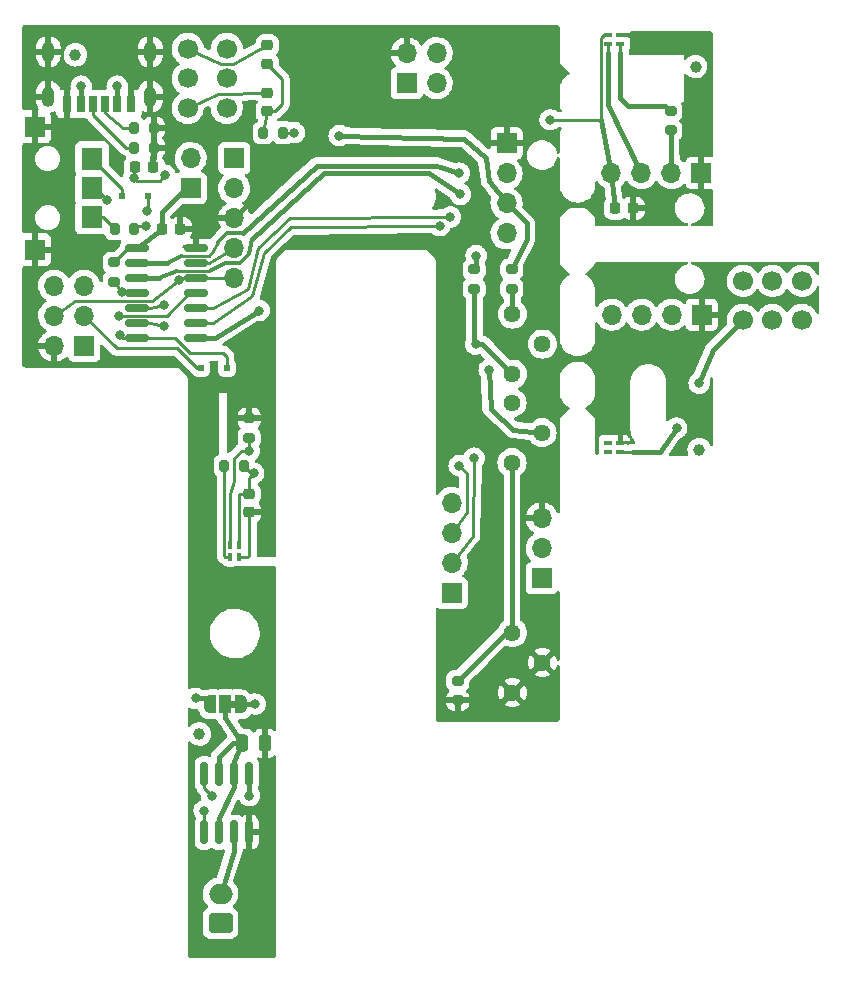
<source format=gtl>
G04 #@! TF.GenerationSoftware,KiCad,Pcbnew,(6.0.10-0)*
G04 #@! TF.CreationDate,2024-01-09T11:38:37+09:00*
G04 #@! TF.ProjectId,AutoFeeder_Drum-type,4175746f-4665-4656-9465-725f4472756d,02*
G04 #@! TF.SameCoordinates,Original*
G04 #@! TF.FileFunction,Copper,L1,Top*
G04 #@! TF.FilePolarity,Positive*
%FSLAX46Y46*%
G04 Gerber Fmt 4.6, Leading zero omitted, Abs format (unit mm)*
G04 Created by KiCad (PCBNEW (6.0.10-0)) date 2024-01-09 11:38:37*
%MOMM*%
%LPD*%
G01*
G04 APERTURE LIST*
G04 Aperture macros list*
%AMRoundRect*
0 Rectangle with rounded corners*
0 $1 Rounding radius*
0 $2 $3 $4 $5 $6 $7 $8 $9 X,Y pos of 4 corners*
0 Add a 4 corners polygon primitive as box body*
4,1,4,$2,$3,$4,$5,$6,$7,$8,$9,$2,$3,0*
0 Add four circle primitives for the rounded corners*
1,1,$1+$1,$2,$3*
1,1,$1+$1,$4,$5*
1,1,$1+$1,$6,$7*
1,1,$1+$1,$8,$9*
0 Add four rect primitives between the rounded corners*
20,1,$1+$1,$2,$3,$4,$5,0*
20,1,$1+$1,$4,$5,$6,$7,0*
20,1,$1+$1,$6,$7,$8,$9,0*
20,1,$1+$1,$8,$9,$2,$3,0*%
%AMFreePoly0*
4,1,22,0.550000,-0.750000,0.000000,-0.750000,0.000000,-0.745033,-0.079941,-0.743568,-0.215256,-0.701293,-0.333266,-0.622738,-0.424486,-0.514219,-0.481581,-0.384460,-0.499164,-0.250000,-0.500000,-0.250000,-0.500000,0.250000,-0.499164,0.250000,-0.499963,0.256109,-0.478152,0.396186,-0.417904,0.524511,-0.324060,0.630769,-0.204165,0.706417,-0.067858,0.745374,0.000000,0.744959,0.000000,0.750000,
0.550000,0.750000,0.550000,-0.750000,0.550000,-0.750000,$1*%
%AMFreePoly1*
4,1,20,0.000000,0.744959,0.073905,0.744508,0.209726,0.703889,0.328688,0.626782,0.421226,0.519385,0.479903,0.390333,0.500000,0.250000,0.500000,-0.250000,0.499851,-0.262216,0.476331,-0.402017,0.414519,-0.529596,0.319384,-0.634700,0.198574,-0.708877,0.061801,-0.746166,0.000000,-0.745033,0.000000,-0.750000,-0.550000,-0.750000,-0.550000,0.750000,0.000000,0.750000,0.000000,0.744959,
0.000000,0.744959,$1*%
G04 Aperture macros list end*
G04 #@! TA.AperFunction,SMDPad,CuDef*
%ADD10RoundRect,0.225000X-0.225000X-0.250000X0.225000X-0.250000X0.225000X0.250000X-0.225000X0.250000X0*%
G04 #@! TD*
G04 #@! TA.AperFunction,ComponentPad*
%ADD11R,1.700000X1.700000*%
G04 #@! TD*
G04 #@! TA.AperFunction,ComponentPad*
%ADD12O,1.700000X1.700000*%
G04 #@! TD*
G04 #@! TA.AperFunction,SMDPad,CuDef*
%ADD13RoundRect,0.225000X-0.250000X0.225000X-0.250000X-0.225000X0.250000X-0.225000X0.250000X0.225000X0*%
G04 #@! TD*
G04 #@! TA.AperFunction,SMDPad,CuDef*
%ADD14RoundRect,0.225000X0.225000X0.250000X-0.225000X0.250000X-0.225000X-0.250000X0.225000X-0.250000X0*%
G04 #@! TD*
G04 #@! TA.AperFunction,SMDPad,CuDef*
%ADD15RoundRect,0.200000X-0.200000X-0.275000X0.200000X-0.275000X0.200000X0.275000X-0.200000X0.275000X0*%
G04 #@! TD*
G04 #@! TA.AperFunction,ComponentPad*
%ADD16C,1.440000*%
G04 #@! TD*
G04 #@! TA.AperFunction,SMDPad,CuDef*
%ADD17FreePoly0,180.000000*%
G04 #@! TD*
G04 #@! TA.AperFunction,SMDPad,CuDef*
%ADD18R,1.000000X1.500000*%
G04 #@! TD*
G04 #@! TA.AperFunction,SMDPad,CuDef*
%ADD19FreePoly1,180.000000*%
G04 #@! TD*
G04 #@! TA.AperFunction,SMDPad,CuDef*
%ADD20R,1.800000X1.900000*%
G04 #@! TD*
G04 #@! TA.AperFunction,SMDPad,CuDef*
%ADD21R,1.700000X1.800000*%
G04 #@! TD*
G04 #@! TA.AperFunction,SMDPad,CuDef*
%ADD22R,0.500000X0.500000*%
G04 #@! TD*
G04 #@! TA.AperFunction,SMDPad,CuDef*
%ADD23C,1.000000*%
G04 #@! TD*
G04 #@! TA.AperFunction,SMDPad,CuDef*
%ADD24R,0.400000X0.650000*%
G04 #@! TD*
G04 #@! TA.AperFunction,SMDPad,CuDef*
%ADD25RoundRect,0.200000X0.275000X-0.200000X0.275000X0.200000X-0.275000X0.200000X-0.275000X-0.200000X0*%
G04 #@! TD*
G04 #@! TA.AperFunction,SMDPad,CuDef*
%ADD26RoundRect,0.200000X0.200000X0.275000X-0.200000X0.275000X-0.200000X-0.275000X0.200000X-0.275000X0*%
G04 #@! TD*
G04 #@! TA.AperFunction,SMDPad,CuDef*
%ADD27R,0.650000X0.400000*%
G04 #@! TD*
G04 #@! TA.AperFunction,SMDPad,CuDef*
%ADD28RoundRect,0.200000X-0.275000X0.200000X-0.275000X-0.200000X0.275000X-0.200000X0.275000X0.200000X0*%
G04 #@! TD*
G04 #@! TA.AperFunction,SMDPad,CuDef*
%ADD29RoundRect,0.150000X-0.150000X0.825000X-0.150000X-0.825000X0.150000X-0.825000X0.150000X0.825000X0*%
G04 #@! TD*
G04 #@! TA.AperFunction,SMDPad,CuDef*
%ADD30R,0.700000X1.400000*%
G04 #@! TD*
G04 #@! TA.AperFunction,SMDPad,CuDef*
%ADD31R,0.750000X1.400000*%
G04 #@! TD*
G04 #@! TA.AperFunction,SMDPad,CuDef*
%ADD32R,0.800000X1.400000*%
G04 #@! TD*
G04 #@! TA.AperFunction,SMDPad,CuDef*
%ADD33R,0.760000X1.400000*%
G04 #@! TD*
G04 #@! TA.AperFunction,ComponentPad*
%ADD34O,1.100000X1.700000*%
G04 #@! TD*
G04 #@! TA.AperFunction,SMDPad,CuDef*
%ADD35RoundRect,0.250000X-0.250000X-0.475000X0.250000X-0.475000X0.250000X0.475000X-0.250000X0.475000X0*%
G04 #@! TD*
G04 #@! TA.AperFunction,SMDPad,CuDef*
%ADD36RoundRect,0.150000X-0.825000X-0.150000X0.825000X-0.150000X0.825000X0.150000X-0.825000X0.150000X0*%
G04 #@! TD*
G04 #@! TA.AperFunction,SMDPad,CuDef*
%ADD37RoundRect,0.218750X-0.256250X0.218750X-0.256250X-0.218750X0.256250X-0.218750X0.256250X0.218750X0*%
G04 #@! TD*
G04 #@! TA.AperFunction,ComponentPad*
%ADD38RoundRect,0.250000X0.750000X-0.600000X0.750000X0.600000X-0.750000X0.600000X-0.750000X-0.600000X0*%
G04 #@! TD*
G04 #@! TA.AperFunction,ComponentPad*
%ADD39O,2.000000X1.700000*%
G04 #@! TD*
G04 #@! TA.AperFunction,ComponentPad*
%ADD40C,1.700000*%
G04 #@! TD*
G04 #@! TA.AperFunction,ViaPad*
%ADD41C,0.800000*%
G04 #@! TD*
G04 #@! TA.AperFunction,Conductor*
%ADD42C,0.250000*%
G04 #@! TD*
G04 #@! TA.AperFunction,Conductor*
%ADD43C,0.400000*%
G04 #@! TD*
G04 #@! TA.AperFunction,Conductor*
%ADD44C,0.300000*%
G04 #@! TD*
G04 APERTURE END LIST*
G36*
X155100000Y-118300000D02*
G01*
X154600000Y-118300000D01*
X154600000Y-117700000D01*
X155100000Y-117700000D01*
X155100000Y-118300000D01*
G37*
D10*
X187185000Y-76000000D03*
X188735000Y-76000000D03*
D11*
X151257000Y-74295000D03*
D12*
X151257000Y-71755000D03*
D13*
X156210000Y-100190000D03*
X156210000Y-101740000D03*
D14*
X150381000Y-77724000D03*
X148831000Y-77724000D03*
D15*
X144844000Y-77724000D03*
X146494000Y-77724000D03*
D16*
X178460000Y-97540000D03*
X181000000Y-95000000D03*
X178460000Y-92460000D03*
D17*
X155500000Y-118000000D03*
D18*
X154200000Y-118000000D03*
D19*
X152900000Y-118000000D03*
D11*
X178000000Y-70500000D03*
D12*
X178000000Y-73040000D03*
X178000000Y-75580000D03*
X178000000Y-78120000D03*
D11*
X142240000Y-87630000D03*
D12*
X139700000Y-87630000D03*
X142240000Y-85090000D03*
X139700000Y-85090000D03*
X142240000Y-82550000D03*
X139700000Y-82550000D03*
D20*
X142900000Y-76745000D03*
X142900000Y-71795000D03*
D21*
X138050000Y-69095000D03*
X138050000Y-79495000D03*
D20*
X142900000Y-74295000D03*
D22*
X152120000Y-89504000D03*
X154320000Y-89504000D03*
D23*
X194310000Y-96434999D03*
D11*
X180975000Y-107315000D03*
D12*
X180975000Y-104775000D03*
X180975000Y-102235000D03*
D24*
X154620000Y-105500000D03*
X155380000Y-105500000D03*
X155380000Y-104500000D03*
X154620000Y-104500000D03*
D23*
X194000000Y-64000000D03*
X152000000Y-120500000D03*
D11*
X194520000Y-84999999D03*
D12*
X191980000Y-84999999D03*
X189440000Y-84999999D03*
X186900000Y-84999999D03*
D25*
X156210000Y-95440000D03*
X156210000Y-93790000D03*
D26*
X155765000Y-97790000D03*
X154115000Y-97790000D03*
D27*
X187630000Y-96640000D03*
X187630000Y-95880000D03*
X186630000Y-95880000D03*
X186630000Y-96640000D03*
D25*
X173863000Y-117665000D03*
X173863000Y-116015000D03*
D28*
X175260000Y-81175000D03*
X175260000Y-82825000D03*
D26*
X159067000Y-69596000D03*
X157417000Y-69596000D03*
D11*
X169545000Y-65405000D03*
D12*
X169545000Y-62865000D03*
X172085000Y-65405000D03*
X172085000Y-62865000D03*
D16*
X178500000Y-90040000D03*
X181040000Y-87500000D03*
X178500000Y-84960000D03*
D29*
X156210000Y-123890000D03*
X154940000Y-123890000D03*
X153670000Y-123890000D03*
X152400000Y-123890000D03*
X152400000Y-128840000D03*
X153670000Y-128840000D03*
X154940000Y-128840000D03*
X156210000Y-128840000D03*
D27*
X187630000Y-62110000D03*
X187630000Y-61350000D03*
X186630000Y-61350000D03*
X186630000Y-62110000D03*
D28*
X178435000Y-81175000D03*
X178435000Y-82825000D03*
D11*
X154940000Y-71755000D03*
D12*
X154940000Y-74295000D03*
X154940000Y-76835000D03*
X154940000Y-79375000D03*
X154940000Y-81915000D03*
D23*
X141500000Y-63000000D03*
D30*
X144010000Y-67188000D03*
D31*
X141985000Y-67188000D03*
D32*
X140760000Y-67188000D03*
D30*
X143010000Y-67188000D03*
D33*
X145030000Y-67188000D03*
D31*
X146235000Y-67188000D03*
D34*
X139190000Y-66538000D03*
X139190000Y-62738000D03*
X147830000Y-62738000D03*
X147830000Y-66538000D03*
D11*
X173355000Y-108575000D03*
D12*
X173355000Y-106035000D03*
X173355000Y-103495000D03*
X173355000Y-100955000D03*
D35*
X155641000Y-121285000D03*
X157541000Y-121285000D03*
D25*
X191897000Y-69405000D03*
X191897000Y-67755000D03*
D36*
X146750000Y-79375000D03*
X146750000Y-80645000D03*
X146750000Y-81915000D03*
X146750000Y-83185000D03*
X146750000Y-84455000D03*
X146750000Y-85725000D03*
X146750000Y-86995000D03*
X151700000Y-86995000D03*
X151700000Y-85725000D03*
X151700000Y-84455000D03*
X151700000Y-83185000D03*
X151700000Y-81915000D03*
X151700000Y-80645000D03*
X151700000Y-79375000D03*
D37*
X157734000Y-66212500D03*
X157734000Y-67787500D03*
D16*
X178500000Y-117000000D03*
X181040000Y-114460000D03*
X178500000Y-111920000D03*
D38*
X153780000Y-136525000D03*
D39*
X153780000Y-134025000D03*
D37*
X157734000Y-62212500D03*
X157734000Y-63787500D03*
D22*
X145458000Y-74930000D03*
X147658000Y-74930000D03*
D25*
X144780000Y-82232000D03*
X144780000Y-80582000D03*
D10*
X146545000Y-72517000D03*
X148095000Y-72517000D03*
D15*
X146495000Y-70866000D03*
X148145000Y-70866000D03*
D40*
X154300000Y-62500000D03*
X154300000Y-65000000D03*
X154300000Y-67500000D03*
X151000000Y-62500000D03*
X151000000Y-65000000D03*
X151000000Y-67500000D03*
D15*
X146495000Y-69215000D03*
X148145000Y-69215000D03*
D11*
X194500000Y-73000000D03*
D12*
X191960000Y-73000000D03*
X189420000Y-73000000D03*
X186880000Y-73000000D03*
D40*
X198000000Y-85435120D03*
X200500000Y-85435120D03*
X203000000Y-85435120D03*
X198000000Y-82135120D03*
X200500000Y-82135120D03*
X203000000Y-82135120D03*
D41*
X175000000Y-111000000D03*
X156718000Y-117983000D03*
X156591000Y-98425000D03*
X181685000Y-68505000D03*
X160020000Y-69596000D03*
X145034000Y-65659000D03*
X141986000Y-65659000D03*
X146431000Y-73406000D03*
X149100000Y-73200000D03*
X145415000Y-83058000D03*
X163830000Y-69850000D03*
X148971000Y-84201000D03*
X153035000Y-125730000D03*
X148971000Y-85979000D03*
X152400000Y-127000000D03*
X175260000Y-97155000D03*
X173247318Y-76727318D03*
X173990000Y-97790000D03*
X172339000Y-77470000D03*
X156210000Y-96520000D03*
X174092419Y-74827581D03*
X175390000Y-87500000D03*
X144175080Y-75327328D03*
X145161000Y-85091501D03*
X173990000Y-73025000D03*
X176530000Y-89662000D03*
X175424500Y-80010000D03*
X156210000Y-125730000D03*
X150304500Y-82105500D03*
X147447000Y-77470000D03*
X194310000Y-90805000D03*
X145288000Y-86741000D03*
X147574000Y-76200000D03*
X157044168Y-84654168D03*
X192405000Y-94615000D03*
X151676000Y-117500000D03*
D42*
X193675000Y-87630000D02*
X194520000Y-86785000D01*
X194500000Y-70930000D02*
X194500000Y-73000000D01*
X148145000Y-69215000D02*
X148145000Y-68262000D01*
X187630000Y-95880000D02*
X187630000Y-88595000D01*
D43*
X161925000Y-69850000D02*
X161925000Y-69215000D01*
D42*
X153289000Y-76835000D02*
X151700000Y-78424000D01*
D43*
X154940000Y-76835000D02*
X161925000Y-69850000D01*
X167640000Y-65722500D02*
X167640000Y-62865000D01*
D42*
X156067500Y-105500000D02*
X156210000Y-105357500D01*
D43*
X161925000Y-69215000D02*
X162560000Y-68580000D01*
X167640000Y-62865000D02*
X169545000Y-62865000D01*
D42*
X194745000Y-61350000D02*
X195125000Y-61730000D01*
D43*
X164782500Y-68580000D02*
X167640000Y-65722500D01*
D42*
X187630000Y-61350000D02*
X194745000Y-61350000D01*
X187630000Y-88595000D02*
X188595000Y-87630000D01*
X151700000Y-78424000D02*
X151700000Y-79375000D01*
X195125000Y-64465991D02*
X194945000Y-64645991D01*
X155380000Y-105500000D02*
X156067500Y-105500000D01*
X194945000Y-70485000D02*
X194500000Y-70930000D01*
X154940000Y-76835000D02*
X153289000Y-76835000D01*
D43*
X162560000Y-68580000D02*
X164782500Y-68580000D01*
D42*
X194945000Y-64645991D02*
X194945000Y-70485000D01*
X148145000Y-68262000D02*
X147830000Y-67947000D01*
X147830000Y-67947000D02*
X147830000Y-66538000D01*
X194520000Y-86785000D02*
X194520000Y-84999999D01*
X195125000Y-61730000D02*
X195125000Y-64465991D01*
X156210000Y-105357500D02*
X156210000Y-101740000D01*
X188595000Y-87630000D02*
X193675000Y-87630000D01*
D43*
X145034000Y-65659000D02*
X145030000Y-65663000D01*
D42*
X156400000Y-98425000D02*
X155765000Y-97790000D01*
D43*
X145030000Y-65663000D02*
X145030000Y-67288000D01*
X156718000Y-117983000D02*
X155478000Y-117983000D01*
D42*
X156591000Y-98425000D02*
X156400000Y-98425000D01*
D43*
X185980000Y-68505000D02*
X186880000Y-73000000D01*
D42*
X185980000Y-61585000D02*
X185980000Y-68505000D01*
X156210000Y-100190000D02*
X155380000Y-100190000D01*
X186215000Y-61350000D02*
X185980000Y-61585000D01*
X155380000Y-100190000D02*
X155380000Y-104500000D01*
X156591000Y-98425000D02*
X156210000Y-98806000D01*
D43*
X141986000Y-65659000D02*
X141990000Y-65663000D01*
D42*
X186630000Y-61350000D02*
X186215000Y-61350000D01*
X156210000Y-98806000D02*
X156210000Y-100190000D01*
X160020000Y-69596000D02*
X159067000Y-69596000D01*
D43*
X141990000Y-65663000D02*
X141990000Y-67288000D01*
D42*
X181685000Y-68505000D02*
X185980000Y-68505000D01*
D43*
X187185000Y-76000000D02*
X186880000Y-73000000D01*
D42*
X146685000Y-73660000D02*
X148640000Y-73660000D01*
X145415000Y-83058000D02*
X145250500Y-83185000D01*
X148640000Y-73660000D02*
X149100000Y-73200000D01*
X146431000Y-73406000D02*
X146545000Y-72517000D01*
X146431000Y-73406000D02*
X146685000Y-73660000D01*
X145415000Y-83058000D02*
X144780000Y-82232000D01*
X145250500Y-83185000D02*
X146750000Y-83185000D01*
X145542000Y-69215000D02*
X146495000Y-69215000D01*
X144010000Y-67937000D02*
X145542000Y-69215000D01*
X144010000Y-67288000D02*
X144010000Y-67937000D01*
X145800500Y-70866000D02*
X143010000Y-68075500D01*
X143010000Y-68075500D02*
X143010000Y-67288000D01*
X146495000Y-70866000D02*
X145800500Y-70866000D01*
X151000000Y-62500000D02*
X153797000Y-63754000D01*
X154813000Y-63754000D02*
X157734000Y-62212500D01*
X153797000Y-63754000D02*
X154813000Y-63754000D01*
X158399500Y-67787500D02*
X157734000Y-67787500D01*
X159000000Y-67187000D02*
X158399500Y-67787500D01*
X159000000Y-65053500D02*
X159000000Y-67187000D01*
X157734000Y-63787500D02*
X159000000Y-65053500D01*
X157734000Y-67787500D02*
X157417000Y-69596000D01*
D43*
X178000000Y-75580000D02*
X179705000Y-77285000D01*
X176530000Y-73660000D02*
X178000000Y-75580000D01*
X179705000Y-78613000D02*
X178435000Y-81175000D01*
X179705000Y-77285000D02*
X179705000Y-78613000D01*
X174371000Y-70104000D02*
X176276000Y-71755000D01*
X176276000Y-71755000D02*
X176530000Y-73660000D01*
X163830000Y-69850000D02*
X174371000Y-70104000D01*
D42*
X147828000Y-84455000D02*
X146750000Y-84455000D01*
X148971000Y-84201000D02*
X147828000Y-84455000D01*
X152400000Y-125095000D02*
X153035000Y-125730000D01*
X152400000Y-123890000D02*
X152400000Y-125095000D01*
X148971000Y-85979000D02*
X147828000Y-85725000D01*
X152400000Y-127000000D02*
X152400000Y-128840000D01*
X147828000Y-85725000D02*
X146750000Y-85725000D01*
X175260000Y-97155000D02*
X175133000Y-103759000D01*
X156083000Y-82804000D02*
X153162000Y-84455000D01*
X159639000Y-76835000D02*
X156972000Y-79375000D01*
X153162000Y-84455000D02*
X151700000Y-84455000D01*
X175133000Y-103759000D02*
X173355000Y-106035000D01*
X173247318Y-76727318D02*
X159639000Y-76835000D01*
X156972000Y-79375000D02*
X156083000Y-82804000D01*
X172339000Y-77470000D02*
X159766000Y-77597000D01*
X156464000Y-83439000D02*
X153162000Y-85725000D01*
X173990000Y-97790000D02*
X174615000Y-98415000D01*
X174615000Y-98415000D02*
X174625000Y-101727000D01*
X157480000Y-79756000D02*
X156464000Y-83439000D01*
X174625000Y-101727000D02*
X173355000Y-103495000D01*
X159766000Y-77597000D02*
X157480000Y-79756000D01*
X153162000Y-85725000D02*
X151700000Y-85725000D01*
X154095000Y-97810000D02*
X154115000Y-97790000D01*
X154095000Y-105410000D02*
X154095000Y-97810000D01*
X154620000Y-105500000D02*
X154185000Y-105500000D01*
X154185000Y-105500000D02*
X154095000Y-105410000D01*
X154940000Y-97155000D02*
X154940000Y-99060000D01*
X156210000Y-96520000D02*
X156210000Y-95440000D01*
X154940000Y-99060000D02*
X154620000Y-100203000D01*
X156210000Y-96520000D02*
X155575000Y-96520000D01*
X155575000Y-96520000D02*
X154940000Y-97155000D01*
X154620000Y-100203000D02*
X154620000Y-104500000D01*
X144780000Y-80582000D02*
X145987000Y-79375000D01*
D43*
X148831000Y-77737000D02*
X146750000Y-79375000D01*
X148831000Y-77724000D02*
X148831000Y-76340000D01*
D42*
X145987000Y-79375000D02*
X146750000Y-79375000D01*
D43*
X150876000Y-74295000D02*
X151257000Y-74295000D01*
X148831000Y-77724000D02*
X148831000Y-77737000D01*
X148831000Y-76340000D02*
X150876000Y-74295000D01*
X171450000Y-73025000D02*
X162560000Y-73025000D01*
X175960000Y-87500000D02*
X175390000Y-87500000D01*
X174092419Y-74827581D02*
X171450000Y-73025000D01*
D44*
X154143375Y-80645000D02*
X155437767Y-80645000D01*
D43*
X162560000Y-73025000D02*
X156464000Y-78613000D01*
D44*
X155437767Y-80645000D02*
X156210000Y-79872767D01*
D43*
X175260000Y-82825000D02*
X175260000Y-87370000D01*
X148590000Y-81915000D02*
X146750000Y-81915000D01*
D42*
X152908000Y-81280000D02*
X150114000Y-81280000D01*
D43*
X175260000Y-87370000D02*
X175390000Y-87500000D01*
D44*
X152908000Y-81280000D02*
X154143375Y-80645000D01*
X156210000Y-79872767D02*
X156464000Y-78613000D01*
X150114000Y-81280000D02*
X148590000Y-81915000D01*
D43*
X178500000Y-90040000D02*
X175960000Y-87500000D01*
D42*
X149225000Y-85090000D02*
X151130000Y-83185000D01*
X145161000Y-85091501D02*
X145162501Y-85090000D01*
X144175080Y-75327328D02*
X143142752Y-74295000D01*
X151130000Y-83185000D02*
X151700000Y-83185000D01*
X143142752Y-74295000D02*
X142900000Y-74295000D01*
X145162501Y-85090000D02*
X149225000Y-85090000D01*
D43*
X178562000Y-94742000D02*
X181000000Y-95000000D01*
D44*
X155667500Y-78105000D02*
X154306396Y-78105000D01*
D43*
X176530000Y-89662000D02*
X176657000Y-92964000D01*
X178460000Y-97540000D02*
X178460000Y-111880000D01*
X172085000Y-72390000D02*
X161925000Y-72390000D01*
X175424500Y-81010500D02*
X175260000Y-81175000D01*
D44*
X154306396Y-78105000D02*
X153765000Y-78646396D01*
D43*
X149225000Y-80645000D02*
X146750000Y-80645000D01*
D44*
X153763604Y-78646396D02*
X153543000Y-78867000D01*
D43*
X173990000Y-73025000D02*
X172085000Y-72390000D01*
D44*
X153765000Y-78646396D02*
X153763604Y-78646396D01*
D43*
X175424500Y-80010000D02*
X175424500Y-81010500D01*
X161925000Y-72390000D02*
X155667500Y-78105000D01*
X177958000Y-111920000D02*
X178500000Y-111920000D01*
D42*
X153543000Y-78867000D02*
X153162000Y-79629000D01*
D43*
X176657000Y-92964000D02*
X178562000Y-94742000D01*
D42*
X152809876Y-80010000D02*
X150495000Y-80010000D01*
X153162000Y-79629000D02*
X152809876Y-80010000D01*
D44*
X150495000Y-80010000D02*
X149225000Y-80645000D01*
D43*
X173863000Y-116015000D02*
X177958000Y-111920000D01*
X156210000Y-123890000D02*
X156210000Y-125730000D01*
X154940000Y-128840000D02*
X154940000Y-130429000D01*
X154940000Y-130429000D02*
X153780000Y-134025000D01*
X191897000Y-69405000D02*
X191960000Y-73000000D01*
X154178000Y-119126000D02*
X155641000Y-121285000D01*
X154940000Y-123890000D02*
X154940000Y-122809000D01*
X154940000Y-124968000D02*
X153670000Y-127635000D01*
X153670000Y-123890000D02*
X153670000Y-122428000D01*
X154813000Y-121285000D02*
X155641000Y-121285000D01*
X154940000Y-123890000D02*
X154940000Y-124968000D01*
X153670000Y-122428000D02*
X154813000Y-121285000D01*
X154940000Y-122809000D02*
X155641000Y-121285000D01*
X154178000Y-117983000D02*
X154178000Y-119126000D01*
X153670000Y-127635000D02*
X153670000Y-128840000D01*
D42*
X151700000Y-81915000D02*
X154940000Y-81915000D01*
X150304500Y-82105500D02*
X147955000Y-83820000D01*
X150304500Y-82105500D02*
X150495000Y-81915000D01*
X147955000Y-83820000D02*
X141478000Y-83820000D01*
X141478000Y-83820000D02*
X139700000Y-85090000D01*
X147447000Y-77470000D02*
X146748000Y-77470000D01*
X150495000Y-81915000D02*
X151700000Y-81915000D01*
X146748000Y-77470000D02*
X146494000Y-77724000D01*
X143865000Y-76745000D02*
X144844000Y-77724000D01*
X142900000Y-76745000D02*
X143865000Y-76745000D01*
D43*
X195453000Y-88011000D02*
X194310000Y-90805000D01*
X198000000Y-85435120D02*
X195453000Y-88011000D01*
D42*
X145542000Y-86995000D02*
X146750000Y-86995000D01*
X149908896Y-86995000D02*
X146750000Y-86995000D01*
X147658000Y-76116000D02*
X147574000Y-76200000D01*
X154320000Y-88574500D02*
X154010500Y-88265000D01*
X145288000Y-86741000D02*
X145542000Y-86995000D01*
X154010500Y-88265000D02*
X151178896Y-88265000D01*
X154320000Y-89504000D02*
X154320000Y-88574500D01*
X147658000Y-74930000D02*
X147658000Y-76116000D01*
X151178896Y-88265000D02*
X149908896Y-86995000D01*
X153543000Y-66294000D02*
X157734000Y-66212500D01*
X151000000Y-67500000D02*
X153543000Y-66294000D01*
X152781000Y-80645000D02*
X154940000Y-79375000D01*
X151700000Y-80645000D02*
X152781000Y-80645000D01*
D43*
X153289000Y-86995000D02*
X151705000Y-87000000D01*
X157044168Y-84654168D02*
X153289000Y-86995000D01*
X151705000Y-87000000D02*
X151700000Y-86995000D01*
X188310000Y-67310000D02*
X191452000Y-67310000D01*
X187630000Y-62865000D02*
X187630000Y-66630000D01*
X191452000Y-67310000D02*
X191897000Y-67755000D01*
D42*
X187630000Y-62865000D02*
X187630000Y-62110000D01*
D43*
X187630000Y-66630000D02*
X188310000Y-67310000D01*
X186630000Y-62865000D02*
X186630000Y-67250000D01*
X186630000Y-67250000D02*
X189420000Y-73000000D01*
D42*
X186630000Y-62110000D02*
X186630000Y-62865000D01*
X188690000Y-96640000D02*
X187630000Y-96640000D01*
D43*
X191015000Y-96640000D02*
X192405000Y-94615000D01*
X188690000Y-96640000D02*
X191015000Y-96640000D01*
X178500000Y-82890000D02*
X178500000Y-84960000D01*
X178435000Y-82825000D02*
X178500000Y-82890000D01*
D42*
X145458000Y-74930000D02*
X145458000Y-74353000D01*
X145458000Y-74353000D02*
X142900000Y-71795000D01*
X150124500Y-87847000D02*
X144987695Y-87847000D01*
X151781500Y-89504000D02*
X150124500Y-87847000D01*
X144987695Y-87847000D02*
X142240000Y-85099305D01*
X152120000Y-89504000D02*
X151781500Y-89504000D01*
X142240000Y-85099305D02*
X142240000Y-85090000D01*
D43*
X152400000Y-117500000D02*
X152900000Y-118000000D01*
X151676000Y-117500000D02*
X152400000Y-117500000D01*
G04 #@! TA.AperFunction,Conductor*
G36*
X182433621Y-60528502D02*
G01*
X182480114Y-60582158D01*
X182491500Y-60634500D01*
X182491500Y-63428928D01*
X182490145Y-63441058D01*
X182490627Y-63441097D01*
X182489907Y-63450044D01*
X182487926Y-63458800D01*
X182489477Y-63483794D01*
X182491258Y-63512508D01*
X182491500Y-63520310D01*
X182491500Y-63536513D01*
X182492136Y-63540953D01*
X182492984Y-63546878D01*
X182494013Y-63556928D01*
X182495704Y-63584173D01*
X182496945Y-63604177D01*
X182499994Y-63612623D01*
X182500593Y-63615514D01*
X182504822Y-63632480D01*
X182505648Y-63635305D01*
X182506920Y-63644187D01*
X182526522Y-63687298D01*
X182530327Y-63696647D01*
X182546404Y-63741181D01*
X182551699Y-63748429D01*
X182553080Y-63751027D01*
X182561915Y-63766145D01*
X182563494Y-63768614D01*
X182567208Y-63776782D01*
X182591287Y-63804728D01*
X182598115Y-63812652D01*
X182604401Y-63820569D01*
X182609548Y-63827615D01*
X182609553Y-63827620D01*
X182612425Y-63831552D01*
X182623400Y-63842527D01*
X182629758Y-63849375D01*
X182651920Y-63875095D01*
X182662287Y-63887127D01*
X182669822Y-63892011D01*
X182676058Y-63897451D01*
X182687929Y-63907056D01*
X183090183Y-64309311D01*
X183097800Y-64318845D01*
X183098169Y-64318531D01*
X183103984Y-64325364D01*
X183108776Y-64332958D01*
X183149116Y-64368585D01*
X183154803Y-64373931D01*
X183166255Y-64385383D01*
X183169846Y-64388074D01*
X183169848Y-64388076D01*
X183174630Y-64391660D01*
X183182473Y-64398045D01*
X183186821Y-64401885D01*
X183217951Y-64429378D01*
X183226078Y-64433194D01*
X183228534Y-64434807D01*
X183243537Y-64443823D01*
X183246115Y-64445235D01*
X183253296Y-64450616D01*
X183261700Y-64453767D01*
X183266330Y-64456301D01*
X183316477Y-64506558D01*
X183331492Y-64575949D01*
X183306608Y-64642442D01*
X183261306Y-64679205D01*
X183261451Y-64679460D01*
X183259922Y-64680329D01*
X183259075Y-64681016D01*
X183257048Y-64681961D01*
X183257044Y-64681964D01*
X183252464Y-64684099D01*
X183248283Y-64686940D01*
X183248282Y-64686941D01*
X183228771Y-64700201D01*
X183051693Y-64820544D01*
X182875319Y-64987332D01*
X182872241Y-64991358D01*
X182872240Y-64991359D01*
X182730953Y-65176154D01*
X182730950Y-65176158D01*
X182727880Y-65180174D01*
X182725490Y-65184632D01*
X182725489Y-65184633D01*
X182674781Y-65279204D01*
X182613169Y-65394109D01*
X182534138Y-65623631D01*
X182530082Y-65647116D01*
X182496977Y-65838777D01*
X182492821Y-65862836D01*
X182492641Y-65866797D01*
X182492641Y-65866798D01*
X182491566Y-65890473D01*
X182491500Y-65891925D01*
X182491500Y-67061001D01*
X182491702Y-67063509D01*
X182491702Y-67063514D01*
X182499710Y-67163039D01*
X182506060Y-67241965D01*
X182507266Y-67246873D01*
X182507266Y-67246876D01*
X182552001Y-67429005D01*
X182563963Y-67477706D01*
X182565938Y-67482358D01*
X182565939Y-67482362D01*
X182656737Y-67696268D01*
X182664942Y-67766789D01*
X182633717Y-67830551D01*
X182572978Y-67867310D01*
X182540753Y-67871500D01*
X182393200Y-67871500D01*
X182325079Y-67851498D01*
X182305853Y-67835157D01*
X182305580Y-67835460D01*
X182300668Y-67831037D01*
X182296253Y-67826134D01*
X182243861Y-67788069D01*
X182147094Y-67717763D01*
X182147093Y-67717762D01*
X182141752Y-67713882D01*
X182135724Y-67711198D01*
X182135722Y-67711197D01*
X181973319Y-67638891D01*
X181973318Y-67638891D01*
X181967288Y-67636206D01*
X181841986Y-67609572D01*
X181786944Y-67597872D01*
X181786939Y-67597872D01*
X181780487Y-67596500D01*
X181589513Y-67596500D01*
X181583061Y-67597872D01*
X181583056Y-67597872D01*
X181528014Y-67609572D01*
X181402712Y-67636206D01*
X181396682Y-67638891D01*
X181396681Y-67638891D01*
X181234278Y-67711197D01*
X181234276Y-67711198D01*
X181228248Y-67713882D01*
X181222907Y-67717762D01*
X181222906Y-67717763D01*
X181174984Y-67752581D01*
X181073747Y-67826134D01*
X181069326Y-67831044D01*
X181069325Y-67831045D01*
X180965049Y-67946856D01*
X180945960Y-67968056D01*
X180887686Y-68068990D01*
X180854740Y-68126054D01*
X180850473Y-68133444D01*
X180791458Y-68315072D01*
X180790768Y-68321633D01*
X180790768Y-68321635D01*
X180783128Y-68394328D01*
X180771496Y-68505000D01*
X180772186Y-68511565D01*
X180784007Y-68624032D01*
X180791458Y-68694928D01*
X180850473Y-68876556D01*
X180945960Y-69041944D01*
X180950378Y-69046851D01*
X180950379Y-69046852D01*
X181044391Y-69151263D01*
X181073747Y-69183866D01*
X181228248Y-69296118D01*
X181234276Y-69298802D01*
X181234278Y-69298803D01*
X181396681Y-69371109D01*
X181402712Y-69373794D01*
X181493779Y-69393151D01*
X181583056Y-69412128D01*
X181583061Y-69412128D01*
X181589513Y-69413500D01*
X181780487Y-69413500D01*
X181786939Y-69412128D01*
X181786944Y-69412128D01*
X181876221Y-69393151D01*
X181967288Y-69373794D01*
X181973319Y-69371109D01*
X182135722Y-69298803D01*
X182135724Y-69298802D01*
X182141752Y-69296118D01*
X182181468Y-69267263D01*
X182286519Y-69190938D01*
X182296253Y-69183866D01*
X182300668Y-69178963D01*
X182305580Y-69174540D01*
X182306705Y-69175789D01*
X182360014Y-69142949D01*
X182393200Y-69138500D01*
X182539695Y-69138500D01*
X182607816Y-69158502D01*
X182654309Y-69212158D01*
X182664413Y-69282432D01*
X182650739Y-69324041D01*
X182613169Y-69394109D01*
X182534138Y-69623631D01*
X182526710Y-69666635D01*
X182505021Y-69792206D01*
X182492821Y-69862836D01*
X182491500Y-69891925D01*
X182491500Y-71258823D01*
X182471498Y-71326944D01*
X182417842Y-71373437D01*
X182347568Y-71383541D01*
X182282988Y-71354047D01*
X182244604Y-71294321D01*
X182240413Y-71273960D01*
X182236649Y-71242857D01*
X182235975Y-71237285D01*
X182169918Y-71022565D01*
X182149719Y-70983429D01*
X182069454Y-70827919D01*
X182069454Y-70827918D01*
X182066882Y-70822936D01*
X181930123Y-70644708D01*
X181763964Y-70493515D01*
X181759217Y-70490537D01*
X181759214Y-70490535D01*
X181578405Y-70377115D01*
X181573656Y-70374136D01*
X181365217Y-70290344D01*
X181145233Y-70244787D01*
X181140622Y-70244521D01*
X181140621Y-70244521D01*
X181090048Y-70241605D01*
X181090044Y-70241605D01*
X181088225Y-70241500D01*
X180943001Y-70241500D01*
X180940214Y-70241749D01*
X180940208Y-70241749D01*
X180870071Y-70248009D01*
X180776238Y-70256383D01*
X180770824Y-70257864D01*
X180770819Y-70257865D01*
X180694482Y-70278749D01*
X180559549Y-70315663D01*
X180554491Y-70318075D01*
X180554487Y-70318077D01*
X180458166Y-70364020D01*
X180356782Y-70412378D01*
X180174346Y-70543471D01*
X180121218Y-70598295D01*
X180054926Y-70666703D01*
X180018008Y-70704799D01*
X179892710Y-70891262D01*
X179802412Y-71096967D01*
X179801103Y-71102418D01*
X179801102Y-71102422D01*
X179759104Y-71277356D01*
X179749968Y-71315411D01*
X179745604Y-71391101D01*
X179737460Y-71532361D01*
X179737037Y-71539690D01*
X179764025Y-71762715D01*
X179830082Y-71977435D01*
X179832652Y-71982415D01*
X179832654Y-71982419D01*
X179923070Y-72157596D01*
X179933118Y-72177064D01*
X180069877Y-72355292D01*
X180236036Y-72506485D01*
X180240783Y-72509463D01*
X180240786Y-72509465D01*
X180369229Y-72590036D01*
X180426344Y-72625864D01*
X180634783Y-72709656D01*
X180854767Y-72755213D01*
X180859378Y-72755479D01*
X180859379Y-72755479D01*
X180909952Y-72758395D01*
X180909956Y-72758395D01*
X180911775Y-72758500D01*
X181056999Y-72758500D01*
X181059786Y-72758251D01*
X181059792Y-72758251D01*
X181141058Y-72750998D01*
X181223762Y-72743617D01*
X181229176Y-72742136D01*
X181229181Y-72742135D01*
X181392913Y-72697342D01*
X181440451Y-72684337D01*
X181445509Y-72681925D01*
X181445513Y-72681923D01*
X181563042Y-72625864D01*
X181643218Y-72587622D01*
X181825654Y-72456529D01*
X181897683Y-72382201D01*
X181978089Y-72299229D01*
X181978091Y-72299226D01*
X181981992Y-72295201D01*
X182107290Y-72108738D01*
X182197588Y-71903033D01*
X182199193Y-71896351D01*
X182236034Y-71742896D01*
X182242981Y-71713958D01*
X182278333Y-71652389D01*
X182341360Y-71619706D01*
X182412051Y-71626287D01*
X182467962Y-71670041D01*
X182491500Y-71743372D01*
X182491500Y-74061001D01*
X182491702Y-74063509D01*
X182491702Y-74063514D01*
X182505103Y-74230065D01*
X182506060Y-74241965D01*
X182507266Y-74246873D01*
X182507266Y-74246876D01*
X182551482Y-74426891D01*
X182563963Y-74477706D01*
X182565938Y-74482358D01*
X182565939Y-74482362D01*
X182599863Y-74562282D01*
X182658812Y-74701156D01*
X182661510Y-74705440D01*
X182738427Y-74827581D01*
X182788167Y-74906567D01*
X182791512Y-74910361D01*
X182945350Y-75084858D01*
X182945353Y-75084861D01*
X182948698Y-75088655D01*
X182952606Y-75091865D01*
X182952607Y-75091866D01*
X183118504Y-75228134D01*
X183136278Y-75242734D01*
X183140646Y-75245276D01*
X183335711Y-75358807D01*
X183346078Y-75364841D01*
X183350801Y-75366654D01*
X183567978Y-75450020D01*
X183567982Y-75450021D01*
X183572702Y-75451833D01*
X183577652Y-75452867D01*
X183577655Y-75452868D01*
X183805369Y-75500440D01*
X183805373Y-75500440D01*
X183810320Y-75501474D01*
X184052817Y-75512486D01*
X184057837Y-75511905D01*
X184057841Y-75511905D01*
X184288929Y-75485167D01*
X184288933Y-75485166D01*
X184293956Y-75484585D01*
X184298820Y-75483209D01*
X184298823Y-75483208D01*
X184496405Y-75427298D01*
X184527532Y-75418490D01*
X184532108Y-75416356D01*
X184532114Y-75416354D01*
X184742954Y-75318038D01*
X184742958Y-75318036D01*
X184747536Y-75315901D01*
X184782267Y-75292298D01*
X184881708Y-75224717D01*
X184948307Y-75179456D01*
X185124681Y-75012668D01*
X185174748Y-74947183D01*
X185269047Y-74823846D01*
X185269050Y-74823842D01*
X185272120Y-74819826D01*
X185386831Y-74605891D01*
X185465862Y-74376369D01*
X185491661Y-74227006D01*
X185506504Y-74141074D01*
X185506505Y-74141068D01*
X185507179Y-74137164D01*
X185508050Y-74117981D01*
X185508436Y-74109494D01*
X185508436Y-74109475D01*
X185508500Y-74108075D01*
X185508500Y-73808824D01*
X185528502Y-73740703D01*
X185582158Y-73694210D01*
X185652432Y-73684106D01*
X185717012Y-73713600D01*
X185741933Y-73742990D01*
X185777287Y-73800683D01*
X185777291Y-73800688D01*
X185779987Y-73805088D01*
X185926250Y-73973938D01*
X186098126Y-74116632D01*
X186237642Y-74198158D01*
X186286365Y-74249795D01*
X186299424Y-74294199D01*
X186350995Y-74801453D01*
X186393682Y-75221322D01*
X186380672Y-75291116D01*
X186375588Y-75300182D01*
X186297233Y-75427298D01*
X186290698Y-75437899D01*
X186236851Y-75600243D01*
X186236151Y-75607080D01*
X186236150Y-75607082D01*
X186233969Y-75628368D01*
X186226500Y-75701268D01*
X186226500Y-76298732D01*
X186237113Y-76401019D01*
X186248696Y-76435737D01*
X186286828Y-76550031D01*
X186291244Y-76563268D01*
X186295096Y-76569492D01*
X186295096Y-76569493D01*
X186324828Y-76617539D01*
X186381248Y-76708713D01*
X186386430Y-76713886D01*
X186413920Y-76741328D01*
X186502298Y-76829552D01*
X186508528Y-76833392D01*
X186508529Y-76833393D01*
X186640020Y-76914445D01*
X186647899Y-76919302D01*
X186810243Y-76973149D01*
X186817080Y-76973849D01*
X186817082Y-76973850D01*
X186858401Y-76978083D01*
X186911268Y-76983500D01*
X187458732Y-76983500D01*
X187461978Y-76983163D01*
X187461982Y-76983163D01*
X187496083Y-76979625D01*
X187561019Y-76972887D01*
X187602502Y-76959047D01*
X187716324Y-76921073D01*
X187716326Y-76921072D01*
X187723268Y-76918756D01*
X187760328Y-76895823D01*
X187862485Y-76832606D01*
X187868713Y-76828752D01*
X187873886Y-76823570D01*
X187879623Y-76819023D01*
X187881055Y-76820830D01*
X187933575Y-76792098D01*
X188004395Y-76797108D01*
X188040853Y-76820499D01*
X188041683Y-76819448D01*
X188058840Y-76832998D01*
X188191880Y-76915004D01*
X188205061Y-76921151D01*
X188353814Y-76970491D01*
X188367190Y-76973358D01*
X188458097Y-76982672D01*
X188463126Y-76982929D01*
X188478124Y-76978525D01*
X188479329Y-76977135D01*
X188481000Y-76969452D01*
X188481000Y-76964885D01*
X188989000Y-76964885D01*
X188993475Y-76980124D01*
X188994865Y-76981329D01*
X189002548Y-76983000D01*
X189005438Y-76983000D01*
X189011953Y-76982663D01*
X189104057Y-76973106D01*
X189117456Y-76970212D01*
X189266107Y-76920619D01*
X189279286Y-76914445D01*
X189412173Y-76832212D01*
X189423574Y-76823176D01*
X189533986Y-76712571D01*
X189542998Y-76701160D01*
X189625004Y-76568120D01*
X189631151Y-76554939D01*
X189680491Y-76406186D01*
X189683358Y-76392810D01*
X189692672Y-76301903D01*
X189693000Y-76295487D01*
X189693000Y-76272115D01*
X189688525Y-76256876D01*
X189687135Y-76255671D01*
X189679452Y-76254000D01*
X189007115Y-76254000D01*
X188991876Y-76258475D01*
X188990671Y-76259865D01*
X188989000Y-76267548D01*
X188989000Y-76964885D01*
X188481000Y-76964885D01*
X188481000Y-75727885D01*
X188989000Y-75727885D01*
X188993475Y-75743124D01*
X188994865Y-75744329D01*
X189002548Y-75746000D01*
X189674885Y-75746000D01*
X189690124Y-75741525D01*
X189691329Y-75740135D01*
X189693000Y-75732452D01*
X189693000Y-75704562D01*
X189692663Y-75698047D01*
X189683106Y-75605943D01*
X189680212Y-75592544D01*
X189630619Y-75443893D01*
X189624445Y-75430714D01*
X189542212Y-75297827D01*
X189533176Y-75286426D01*
X189422571Y-75176014D01*
X189411160Y-75167002D01*
X189278120Y-75084996D01*
X189264939Y-75078849D01*
X189116186Y-75029509D01*
X189102810Y-75026642D01*
X189011903Y-75017328D01*
X189006874Y-75017071D01*
X188991876Y-75021475D01*
X188990671Y-75022865D01*
X188989000Y-75030548D01*
X188989000Y-75727885D01*
X188481000Y-75727885D01*
X188481000Y-75035115D01*
X188476525Y-75019876D01*
X188475135Y-75018671D01*
X188467452Y-75017000D01*
X188464562Y-75017000D01*
X188458047Y-75017337D01*
X188365943Y-75026894D01*
X188352544Y-75029788D01*
X188203893Y-75079381D01*
X188190714Y-75085555D01*
X188057827Y-75167788D01*
X188040689Y-75181371D01*
X188039159Y-75179441D01*
X187987120Y-75207903D01*
X187916301Y-75202887D01*
X187879383Y-75179201D01*
X187878628Y-75180157D01*
X187872882Y-75175619D01*
X187867702Y-75170448D01*
X187861471Y-75166607D01*
X187855726Y-75162070D01*
X187856632Y-75160922D01*
X187814599Y-75114219D01*
X187802854Y-75072474D01*
X187709567Y-74154897D01*
X187722577Y-74085103D01*
X187753592Y-74045916D01*
X187755657Y-74044171D01*
X187759860Y-74041173D01*
X187764587Y-74036463D01*
X187854512Y-73946851D01*
X187918096Y-73883489D01*
X187922449Y-73877432D01*
X188048453Y-73702077D01*
X188049776Y-73703028D01*
X188096645Y-73659857D01*
X188166580Y-73647625D01*
X188232026Y-73675144D01*
X188259875Y-73706994D01*
X188319987Y-73805088D01*
X188466250Y-73973938D01*
X188638126Y-74116632D01*
X188831000Y-74229338D01*
X188835825Y-74231180D01*
X188835826Y-74231181D01*
X188864067Y-74241965D01*
X189039692Y-74309030D01*
X189044760Y-74310061D01*
X189044763Y-74310062D01*
X189145480Y-74330553D01*
X189258597Y-74353567D01*
X189263772Y-74353757D01*
X189263774Y-74353757D01*
X189476673Y-74361564D01*
X189476677Y-74361564D01*
X189481837Y-74361753D01*
X189486957Y-74361097D01*
X189486959Y-74361097D01*
X189698288Y-74334025D01*
X189698289Y-74334025D01*
X189703416Y-74333368D01*
X189766306Y-74314500D01*
X189912429Y-74270661D01*
X189912434Y-74270659D01*
X189917384Y-74269174D01*
X190117994Y-74170896D01*
X190299860Y-74041173D01*
X190304587Y-74036463D01*
X190394512Y-73946851D01*
X190458096Y-73883489D01*
X190462449Y-73877432D01*
X190588453Y-73702077D01*
X190589776Y-73703028D01*
X190636645Y-73659857D01*
X190706580Y-73647625D01*
X190772026Y-73675144D01*
X190799875Y-73706994D01*
X190859987Y-73805088D01*
X191006250Y-73973938D01*
X191178126Y-74116632D01*
X191371000Y-74229338D01*
X191375825Y-74231180D01*
X191375826Y-74231181D01*
X191404067Y-74241965D01*
X191579692Y-74309030D01*
X191584760Y-74310061D01*
X191584763Y-74310062D01*
X191685480Y-74330553D01*
X191798597Y-74353567D01*
X191803772Y-74353757D01*
X191803774Y-74353757D01*
X192016673Y-74361564D01*
X192016677Y-74361564D01*
X192021837Y-74361753D01*
X192026957Y-74361097D01*
X192026959Y-74361097D01*
X192238288Y-74334025D01*
X192238289Y-74334025D01*
X192243416Y-74333368D01*
X192306306Y-74314500D01*
X192452429Y-74270661D01*
X192452434Y-74270659D01*
X192457384Y-74269174D01*
X192657994Y-74170896D01*
X192839860Y-74041173D01*
X192844587Y-74036463D01*
X192948479Y-73932933D01*
X193010851Y-73899017D01*
X193081658Y-73904205D01*
X193138419Y-73946851D01*
X193155401Y-73977954D01*
X193196676Y-74088054D01*
X193205214Y-74103649D01*
X193281715Y-74205724D01*
X193294276Y-74218285D01*
X193396351Y-74294786D01*
X193411946Y-74303324D01*
X193532394Y-74348478D01*
X193547649Y-74352105D01*
X193598514Y-74357631D01*
X193605328Y-74358000D01*
X194227885Y-74358000D01*
X194243124Y-74353525D01*
X194244329Y-74352135D01*
X194246000Y-74344452D01*
X194246000Y-71660116D01*
X194241525Y-71644877D01*
X194240135Y-71643672D01*
X194232452Y-71642001D01*
X193605331Y-71642001D01*
X193598510Y-71642371D01*
X193547648Y-71647895D01*
X193532396Y-71651521D01*
X193411946Y-71696676D01*
X193396351Y-71705214D01*
X193294276Y-71781715D01*
X193281715Y-71794276D01*
X193205214Y-71896351D01*
X193196676Y-71911946D01*
X193155297Y-72022322D01*
X193112655Y-72079087D01*
X193046093Y-72103786D01*
X192976744Y-72088578D01*
X192944121Y-72062891D01*
X192893151Y-72006876D01*
X192893145Y-72006870D01*
X192889670Y-72003051D01*
X192885619Y-71999852D01*
X192885615Y-71999848D01*
X192742100Y-71886507D01*
X192714359Y-71864598D01*
X192709830Y-71862098D01*
X192705527Y-71859239D01*
X192706490Y-71857790D01*
X192661909Y-71812795D01*
X192646794Y-71755130D01*
X192637074Y-71200479D01*
X192619780Y-70213656D01*
X192638586Y-70145196D01*
X192656666Y-70122354D01*
X192733639Y-70045381D01*
X192822472Y-69898699D01*
X192837734Y-69850000D01*
X192859869Y-69779365D01*
X192873753Y-69735062D01*
X192880500Y-69661635D01*
X192880499Y-69148366D01*
X192880234Y-69145474D01*
X192874364Y-69081592D01*
X192873753Y-69074938D01*
X192861096Y-69034550D01*
X192824744Y-68918550D01*
X192824743Y-68918548D01*
X192822472Y-68911301D01*
X192733639Y-68764619D01*
X192638115Y-68669095D01*
X192604089Y-68606783D01*
X192609154Y-68535968D01*
X192638115Y-68490905D01*
X192733639Y-68395381D01*
X192822472Y-68248699D01*
X192824966Y-68240743D01*
X192856019Y-68141652D01*
X192873753Y-68085062D01*
X192880500Y-68011635D01*
X192880499Y-67498366D01*
X192880075Y-67493742D01*
X192876974Y-67459996D01*
X192873753Y-67424938D01*
X192863692Y-67392833D01*
X192824744Y-67268550D01*
X192824743Y-67268548D01*
X192822472Y-67261301D01*
X192816196Y-67250938D01*
X192780061Y-67191271D01*
X192761882Y-67122641D01*
X192783693Y-67055078D01*
X192838569Y-67010032D01*
X192887837Y-67000000D01*
X193000000Y-67000000D01*
X193000000Y-64710934D01*
X193020002Y-64642813D01*
X193073658Y-64596320D01*
X193143932Y-64586216D01*
X193208512Y-64615710D01*
X193224746Y-64632670D01*
X193272989Y-64693539D01*
X193272994Y-64693544D01*
X193276818Y-64698369D01*
X193281511Y-64702363D01*
X193281512Y-64702364D01*
X193420374Y-64820544D01*
X193426238Y-64825535D01*
X193431616Y-64828541D01*
X193431618Y-64828542D01*
X193497205Y-64865197D01*
X193597513Y-64921257D01*
X193784118Y-64981889D01*
X193978946Y-65005121D01*
X193985081Y-65004649D01*
X193985083Y-65004649D01*
X194168434Y-64990541D01*
X194168438Y-64990540D01*
X194174576Y-64990068D01*
X194363556Y-64937303D01*
X194538689Y-64848837D01*
X194568515Y-64825535D01*
X194656886Y-64756492D01*
X194693303Y-64728040D01*
X194708069Y-64710934D01*
X194817485Y-64584173D01*
X194817485Y-64584172D01*
X194821509Y-64579511D01*
X194825051Y-64573277D01*
X194901794Y-64438185D01*
X194918425Y-64408909D01*
X194980358Y-64222732D01*
X195004949Y-64028071D01*
X195005245Y-64006870D01*
X195005292Y-64003523D01*
X195005292Y-64003519D01*
X195005341Y-64000000D01*
X194986194Y-63804728D01*
X194984413Y-63798829D01*
X194984412Y-63798824D01*
X194931265Y-63622793D01*
X194929484Y-63616894D01*
X194837370Y-63443653D01*
X194713361Y-63291602D01*
X194562180Y-63166535D01*
X194389585Y-63073213D01*
X194255074Y-63031575D01*
X194208039Y-63017015D01*
X194208036Y-63017014D01*
X194202152Y-63015193D01*
X194196027Y-63014549D01*
X194196026Y-63014549D01*
X194013147Y-62995327D01*
X194013146Y-62995327D01*
X194007019Y-62994683D01*
X193890139Y-63005320D01*
X193817759Y-63011907D01*
X193817758Y-63011907D01*
X193811618Y-63012466D01*
X193805704Y-63014207D01*
X193805702Y-63014207D01*
X193707404Y-63043138D01*
X193623393Y-63067864D01*
X193617928Y-63070721D01*
X193454972Y-63155912D01*
X193454968Y-63155915D01*
X193449512Y-63158767D01*
X193444712Y-63162627D01*
X193444711Y-63162627D01*
X193428894Y-63175344D01*
X193296600Y-63281711D01*
X193242804Y-63345823D01*
X193222522Y-63369994D01*
X193163412Y-63409321D01*
X193092424Y-63410447D01*
X193032097Y-63373016D01*
X193001583Y-63308911D01*
X193000000Y-63289003D01*
X193000000Y-63000000D01*
X188500000Y-63000000D01*
X188500000Y-63005320D01*
X188429003Y-63005320D01*
X188369276Y-62966937D01*
X188339783Y-62902357D01*
X188338500Y-62884424D01*
X188338500Y-62821997D01*
X188326267Y-62720909D01*
X188337940Y-62650879D01*
X188350528Y-62630207D01*
X188405615Y-62556705D01*
X188456745Y-62420316D01*
X188463500Y-62358134D01*
X188463500Y-61861866D01*
X188461697Y-61845269D01*
X188457598Y-61807534D01*
X188457598Y-61807532D01*
X188456745Y-61799684D01*
X188446935Y-61773515D01*
X188441753Y-61702708D01*
X188446935Y-61685061D01*
X188453480Y-61667601D01*
X188457105Y-61652357D01*
X188462631Y-61601486D01*
X188463000Y-61594672D01*
X188463000Y-61568115D01*
X188458525Y-61552876D01*
X188457135Y-61551671D01*
X188449452Y-61550000D01*
X188364588Y-61550000D01*
X188296467Y-61529998D01*
X188289023Y-61524826D01*
X188208892Y-61464771D01*
X188208890Y-61464770D01*
X188201705Y-61459385D01*
X188065316Y-61408255D01*
X188003134Y-61401500D01*
X188003190Y-61400981D01*
X187938613Y-61378159D01*
X187895089Y-61322067D01*
X187888801Y-61251350D01*
X187921743Y-61188459D01*
X187983458Y-61153361D01*
X188012366Y-61150000D01*
X188444884Y-61150000D01*
X188460123Y-61145525D01*
X188461328Y-61144135D01*
X188462999Y-61136452D01*
X188462999Y-61134500D01*
X188464637Y-61128920D01*
X188465878Y-61123217D01*
X188466286Y-61123306D01*
X188483001Y-61066379D01*
X188536657Y-61019886D01*
X188588999Y-61008500D01*
X195237182Y-61008500D01*
X195305303Y-61028502D01*
X195326278Y-61045405D01*
X195454596Y-61173724D01*
X195488621Y-61236036D01*
X195491500Y-61262819D01*
X195491500Y-71516000D01*
X195471498Y-71584121D01*
X195417842Y-71630614D01*
X195365500Y-71642000D01*
X194772115Y-71642000D01*
X194756876Y-71646475D01*
X194755671Y-71647865D01*
X194754000Y-71655548D01*
X194754000Y-74339884D01*
X194758475Y-74355123D01*
X194759865Y-74356328D01*
X194767548Y-74357999D01*
X195365500Y-74357999D01*
X195433621Y-74378001D01*
X195480114Y-74431657D01*
X195491500Y-74483999D01*
X195491500Y-77365500D01*
X195471498Y-77433621D01*
X195417842Y-77480114D01*
X195365500Y-77491500D01*
X193755070Y-77491500D01*
X193686949Y-77471498D01*
X193640456Y-77417842D01*
X193630352Y-77347568D01*
X193659846Y-77282988D01*
X193719572Y-77244604D01*
X193723750Y-77243618D01*
X193723762Y-77243617D01*
X193723808Y-77243604D01*
X193723814Y-77243603D01*
X193847901Y-77209656D01*
X193940451Y-77184337D01*
X193945509Y-77181925D01*
X193945513Y-77181923D01*
X194063042Y-77125864D01*
X194143218Y-77087622D01*
X194325654Y-76956529D01*
X194429082Y-76849800D01*
X194478089Y-76799229D01*
X194478091Y-76799226D01*
X194481992Y-76795201D01*
X194607290Y-76608738D01*
X194697588Y-76403033D01*
X194699793Y-76393852D01*
X194748722Y-76190046D01*
X194748722Y-76190045D01*
X194750032Y-76184589D01*
X194756462Y-76073064D01*
X194762640Y-75965917D01*
X194762640Y-75965914D01*
X194762963Y-75960310D01*
X194735975Y-75737285D01*
X194669918Y-75522565D01*
X194664598Y-75512256D01*
X194569454Y-75327919D01*
X194569454Y-75327918D01*
X194566882Y-75322936D01*
X194430123Y-75144708D01*
X194263964Y-74993515D01*
X194259217Y-74990537D01*
X194259214Y-74990535D01*
X194078405Y-74877115D01*
X194073656Y-74874136D01*
X193865217Y-74790344D01*
X193645233Y-74744787D01*
X193640622Y-74744521D01*
X193640621Y-74744521D01*
X193590048Y-74741605D01*
X193590044Y-74741605D01*
X193588225Y-74741500D01*
X193443001Y-74741500D01*
X193440214Y-74741749D01*
X193440208Y-74741749D01*
X193370071Y-74748009D01*
X193276238Y-74756383D01*
X193270824Y-74757864D01*
X193270819Y-74757865D01*
X193156262Y-74789205D01*
X193059549Y-74815663D01*
X193054491Y-74818075D01*
X193054487Y-74818077D01*
X192958165Y-74864021D01*
X192856782Y-74912378D01*
X192674346Y-75043471D01*
X192633564Y-75085555D01*
X192523495Y-75199137D01*
X192518008Y-75204799D01*
X192392710Y-75391262D01*
X192302412Y-75596967D01*
X192301103Y-75602418D01*
X192301102Y-75602422D01*
X192251278Y-75809954D01*
X192249968Y-75815411D01*
X192247183Y-75863722D01*
X192237437Y-76032759D01*
X192237037Y-76039690D01*
X192264025Y-76262715D01*
X192330082Y-76477435D01*
X192332652Y-76482415D01*
X192332654Y-76482419D01*
X192410687Y-76633605D01*
X192433118Y-76677064D01*
X192569877Y-76855292D01*
X192736036Y-77006485D01*
X192740783Y-77009463D01*
X192740786Y-77009465D01*
X192873911Y-77092973D01*
X192926344Y-77125864D01*
X193134783Y-77209656D01*
X193140280Y-77210794D01*
X193140282Y-77210795D01*
X193229767Y-77229327D01*
X193291535Y-77242118D01*
X193354184Y-77275519D01*
X193388830Y-77337488D01*
X193384473Y-77408351D01*
X193342496Y-77465609D01*
X193276227Y-77491083D01*
X193265983Y-77491500D01*
X185634500Y-77491500D01*
X185566379Y-77471498D01*
X185519886Y-77417842D01*
X185508500Y-77365500D01*
X185508500Y-77071072D01*
X185509855Y-77058942D01*
X185509373Y-77058903D01*
X185510093Y-77049956D01*
X185512074Y-77041200D01*
X185508742Y-76987492D01*
X185508500Y-76979690D01*
X185508500Y-76963487D01*
X185507016Y-76953122D01*
X185505987Y-76943072D01*
X185503611Y-76904784D01*
X185503055Y-76895823D01*
X185500006Y-76887377D01*
X185499407Y-76884486D01*
X185495178Y-76867520D01*
X185494352Y-76864695D01*
X185493080Y-76855813D01*
X185473478Y-76812702D01*
X185469672Y-76803351D01*
X185469352Y-76802463D01*
X185453596Y-76758819D01*
X185448301Y-76751571D01*
X185446920Y-76748973D01*
X185438085Y-76733855D01*
X185436506Y-76731386D01*
X185432792Y-76723218D01*
X185401884Y-76687347D01*
X185395599Y-76679431D01*
X185390452Y-76672385D01*
X185390447Y-76672380D01*
X185387575Y-76668448D01*
X185376600Y-76657473D01*
X185370242Y-76650625D01*
X185343576Y-76619677D01*
X185343575Y-76619676D01*
X185337713Y-76612873D01*
X185330178Y-76607989D01*
X185323934Y-76602542D01*
X185312069Y-76592942D01*
X184909823Y-76190696D01*
X184902200Y-76181156D01*
X184901832Y-76181470D01*
X184896014Y-76174634D01*
X184891224Y-76167042D01*
X184850875Y-76131407D01*
X184845188Y-76126061D01*
X184833745Y-76114618D01*
X184825370Y-76108341D01*
X184817541Y-76101967D01*
X184782049Y-76070622D01*
X184773926Y-76066808D01*
X184771438Y-76065174D01*
X184756477Y-76056186D01*
X184753892Y-76054771D01*
X184746705Y-76049384D01*
X184702357Y-76032759D01*
X184693040Y-76028832D01*
X184658326Y-76012534D01*
X184650200Y-76008719D01*
X184641331Y-76007338D01*
X184638498Y-76006472D01*
X184621611Y-76002042D01*
X184618726Y-76001408D01*
X184610316Y-75998255D01*
X184581158Y-75996088D01*
X184563094Y-75994746D01*
X184553048Y-75993592D01*
X184544425Y-75992249D01*
X184544422Y-75992249D01*
X184539614Y-75991500D01*
X184524094Y-75991500D01*
X184514757Y-75991154D01*
X184497854Y-75989898D01*
X184465059Y-75987461D01*
X184456280Y-75989335D01*
X184448022Y-75989898D01*
X184432839Y-75991500D01*
X183571072Y-75991500D01*
X183558942Y-75990145D01*
X183558903Y-75990627D01*
X183549956Y-75989907D01*
X183541200Y-75987926D01*
X183497663Y-75990627D01*
X183487492Y-75991258D01*
X183479690Y-75991500D01*
X183463487Y-75991500D01*
X183454571Y-75992777D01*
X183453122Y-75992984D01*
X183443072Y-75994013D01*
X183405215Y-75996362D01*
X183395823Y-75996945D01*
X183387377Y-75999994D01*
X183384486Y-76000593D01*
X183367520Y-76004822D01*
X183364695Y-76005648D01*
X183355813Y-76006920D01*
X183312702Y-76026522D01*
X183303353Y-76030327D01*
X183258819Y-76046404D01*
X183251571Y-76051699D01*
X183248973Y-76053080D01*
X183233855Y-76061915D01*
X183231386Y-76063494D01*
X183223218Y-76067208D01*
X183190977Y-76094988D01*
X183187348Y-76098115D01*
X183179431Y-76104401D01*
X183172385Y-76109548D01*
X183172380Y-76109553D01*
X183168448Y-76112425D01*
X183157473Y-76123400D01*
X183150626Y-76129758D01*
X183112873Y-76162287D01*
X183107989Y-76169822D01*
X183102542Y-76176066D01*
X183092942Y-76187931D01*
X182690696Y-76590177D01*
X182681156Y-76597800D01*
X182681470Y-76598168D01*
X182674634Y-76603986D01*
X182667042Y-76608776D01*
X182661100Y-76615504D01*
X182631407Y-76649125D01*
X182626061Y-76654812D01*
X182614618Y-76666255D01*
X182610252Y-76672081D01*
X182608341Y-76674630D01*
X182601967Y-76682459D01*
X182570622Y-76717951D01*
X182566808Y-76726074D01*
X182565174Y-76728562D01*
X182556186Y-76743523D01*
X182554771Y-76746108D01*
X182549384Y-76753295D01*
X182546233Y-76761701D01*
X182532759Y-76797642D01*
X182528833Y-76806958D01*
X182508719Y-76849800D01*
X182507338Y-76858669D01*
X182506472Y-76861502D01*
X182502042Y-76878389D01*
X182501408Y-76881274D01*
X182498255Y-76889684D01*
X182497133Y-76904784D01*
X182494746Y-76936906D01*
X182493592Y-76946952D01*
X182492729Y-76952497D01*
X182491500Y-76960386D01*
X182491500Y-76975906D01*
X182491154Y-76985243D01*
X182487461Y-77034941D01*
X182489335Y-77043720D01*
X182489898Y-77051978D01*
X182491500Y-77067161D01*
X182491500Y-80428928D01*
X182490145Y-80441058D01*
X182490627Y-80441097D01*
X182489907Y-80450044D01*
X182487926Y-80458800D01*
X182489706Y-80487492D01*
X182491258Y-80512508D01*
X182491500Y-80520310D01*
X182491500Y-80536513D01*
X182492136Y-80540953D01*
X182492984Y-80546878D01*
X182494013Y-80556928D01*
X182496945Y-80604177D01*
X182499994Y-80612623D01*
X182500593Y-80615514D01*
X182504822Y-80632480D01*
X182505648Y-80635305D01*
X182506920Y-80644187D01*
X182526522Y-80687298D01*
X182530327Y-80696647D01*
X182546404Y-80741181D01*
X182551699Y-80748429D01*
X182553080Y-80751027D01*
X182561915Y-80766145D01*
X182563494Y-80768614D01*
X182567208Y-80776782D01*
X182577912Y-80789205D01*
X182598115Y-80812652D01*
X182604401Y-80820569D01*
X182609548Y-80827615D01*
X182609553Y-80827620D01*
X182612425Y-80831552D01*
X182623400Y-80842527D01*
X182629758Y-80849375D01*
X182654834Y-80878477D01*
X182662287Y-80887127D01*
X182669822Y-80892011D01*
X182676058Y-80897451D01*
X182687929Y-80907056D01*
X183090183Y-81309311D01*
X183097800Y-81318845D01*
X183098169Y-81318531D01*
X183103984Y-81325364D01*
X183108776Y-81332958D01*
X183149116Y-81368585D01*
X183154803Y-81373931D01*
X183166255Y-81385383D01*
X183169846Y-81388074D01*
X183169848Y-81388076D01*
X183174630Y-81391660D01*
X183182473Y-81398045D01*
X183201216Y-81414598D01*
X183217951Y-81429378D01*
X183226078Y-81433194D01*
X183228534Y-81434807D01*
X183243537Y-81443823D01*
X183246116Y-81445235D01*
X183253296Y-81450616D01*
X183261698Y-81453766D01*
X183266331Y-81456302D01*
X183316477Y-81506560D01*
X183331491Y-81575951D01*
X183306606Y-81642443D01*
X183261305Y-81679203D01*
X183261451Y-81679459D01*
X183259912Y-81680333D01*
X183259067Y-81681019D01*
X183252464Y-81684098D01*
X183248283Y-81686939D01*
X183248282Y-81686940D01*
X183235213Y-81695822D01*
X183051693Y-81820543D01*
X182875319Y-81987331D01*
X182872241Y-81991357D01*
X182872240Y-81991358D01*
X182730953Y-82176153D01*
X182730950Y-82176157D01*
X182727880Y-82180173D01*
X182725490Y-82184631D01*
X182725489Y-82184632D01*
X182686609Y-82257143D01*
X182613169Y-82394108D01*
X182534138Y-82623630D01*
X182526091Y-82670219D01*
X182494892Y-82850847D01*
X182492821Y-82862835D01*
X182492641Y-82866796D01*
X182492641Y-82866797D01*
X182491636Y-82888938D01*
X182491500Y-82891924D01*
X182491500Y-87061000D01*
X182491702Y-87063508D01*
X182491702Y-87063513D01*
X182499046Y-87154783D01*
X182506060Y-87241964D01*
X182507266Y-87246872D01*
X182507266Y-87246875D01*
X182537846Y-87371376D01*
X182563963Y-87477705D01*
X182565938Y-87482357D01*
X182565939Y-87482361D01*
X182576213Y-87506565D01*
X182658812Y-87701155D01*
X182679175Y-87733491D01*
X182775009Y-87885671D01*
X182788167Y-87906566D01*
X182791512Y-87910360D01*
X182945350Y-88084857D01*
X182945353Y-88084860D01*
X182948698Y-88088654D01*
X182952606Y-88091864D01*
X182952607Y-88091865D01*
X183116282Y-88226308D01*
X183136278Y-88242733D01*
X183346078Y-88364840D01*
X183350801Y-88366653D01*
X183567978Y-88450019D01*
X183567982Y-88450020D01*
X183572702Y-88451832D01*
X183577652Y-88452866D01*
X183577655Y-88452867D01*
X183805369Y-88500439D01*
X183805373Y-88500439D01*
X183810320Y-88501473D01*
X184052817Y-88512485D01*
X184057837Y-88511904D01*
X184057841Y-88511904D01*
X184288929Y-88485166D01*
X184288933Y-88485165D01*
X184293956Y-88484584D01*
X184298820Y-88483208D01*
X184298823Y-88483207D01*
X184466335Y-88435806D01*
X184527532Y-88418489D01*
X184532108Y-88416355D01*
X184532114Y-88416353D01*
X184742954Y-88318037D01*
X184742958Y-88318035D01*
X184747536Y-88315900D01*
X184780051Y-88293803D01*
X184932845Y-88189963D01*
X184948307Y-88179455D01*
X185124681Y-88012667D01*
X185198232Y-87916467D01*
X185269047Y-87823845D01*
X185269050Y-87823841D01*
X185272120Y-87819825D01*
X185386831Y-87605890D01*
X185465862Y-87376368D01*
X185489948Y-87236923D01*
X185506504Y-87141073D01*
X185506505Y-87141067D01*
X185507179Y-87137163D01*
X185508500Y-87108074D01*
X185508500Y-85776186D01*
X185528502Y-85708065D01*
X185582158Y-85661572D01*
X185652432Y-85651468D01*
X185717012Y-85680962D01*
X185741933Y-85710351D01*
X185797291Y-85800687D01*
X185799987Y-85805087D01*
X185946250Y-85973937D01*
X186118126Y-86116631D01*
X186311000Y-86229337D01*
X186315825Y-86231179D01*
X186315826Y-86231180D01*
X186364519Y-86249774D01*
X186519692Y-86309029D01*
X186524760Y-86310060D01*
X186524763Y-86310061D01*
X186619744Y-86329385D01*
X186738597Y-86353566D01*
X186743772Y-86353756D01*
X186743774Y-86353756D01*
X186956673Y-86361563D01*
X186956677Y-86361563D01*
X186961837Y-86361752D01*
X186966957Y-86361096D01*
X186966959Y-86361096D01*
X187178288Y-86334024D01*
X187178289Y-86334024D01*
X187183416Y-86333367D01*
X187207195Y-86326233D01*
X187392429Y-86270660D01*
X187392434Y-86270658D01*
X187397384Y-86269173D01*
X187597994Y-86170895D01*
X187779860Y-86041172D01*
X187938096Y-85883488D01*
X187997594Y-85800688D01*
X188068453Y-85702076D01*
X188069776Y-85703027D01*
X188116645Y-85659856D01*
X188186580Y-85647624D01*
X188252026Y-85675143D01*
X188279875Y-85706993D01*
X188339987Y-85805087D01*
X188486250Y-85973937D01*
X188658126Y-86116631D01*
X188851000Y-86229337D01*
X188855825Y-86231179D01*
X188855826Y-86231180D01*
X188904519Y-86249774D01*
X189059692Y-86309029D01*
X189064760Y-86310060D01*
X189064763Y-86310061D01*
X189159744Y-86329385D01*
X189278597Y-86353566D01*
X189283772Y-86353756D01*
X189283774Y-86353756D01*
X189496673Y-86361563D01*
X189496677Y-86361563D01*
X189501837Y-86361752D01*
X189506957Y-86361096D01*
X189506959Y-86361096D01*
X189718288Y-86334024D01*
X189718289Y-86334024D01*
X189723416Y-86333367D01*
X189747195Y-86326233D01*
X189932429Y-86270660D01*
X189932434Y-86270658D01*
X189937384Y-86269173D01*
X190137994Y-86170895D01*
X190319860Y-86041172D01*
X190478096Y-85883488D01*
X190537594Y-85800688D01*
X190608453Y-85702076D01*
X190609776Y-85703027D01*
X190656645Y-85659856D01*
X190726580Y-85647624D01*
X190792026Y-85675143D01*
X190819875Y-85706993D01*
X190879987Y-85805087D01*
X191026250Y-85973937D01*
X191198126Y-86116631D01*
X191391000Y-86229337D01*
X191395825Y-86231179D01*
X191395826Y-86231180D01*
X191444519Y-86249774D01*
X191599692Y-86309029D01*
X191604760Y-86310060D01*
X191604763Y-86310061D01*
X191699744Y-86329385D01*
X191818597Y-86353566D01*
X191823772Y-86353756D01*
X191823774Y-86353756D01*
X192036673Y-86361563D01*
X192036677Y-86361563D01*
X192041837Y-86361752D01*
X192046957Y-86361096D01*
X192046959Y-86361096D01*
X192258288Y-86334024D01*
X192258289Y-86334024D01*
X192263416Y-86333367D01*
X192287195Y-86326233D01*
X192472429Y-86270660D01*
X192472434Y-86270658D01*
X192477384Y-86269173D01*
X192677994Y-86170895D01*
X192859860Y-86041172D01*
X192913577Y-85987643D01*
X192968479Y-85932932D01*
X193030851Y-85899016D01*
X193101658Y-85904204D01*
X193158419Y-85946850D01*
X193175401Y-85977953D01*
X193216676Y-86088053D01*
X193225214Y-86103648D01*
X193301715Y-86205723D01*
X193314276Y-86218284D01*
X193416351Y-86294785D01*
X193431946Y-86303323D01*
X193552394Y-86348477D01*
X193567649Y-86352104D01*
X193618514Y-86357630D01*
X193625328Y-86357999D01*
X194247885Y-86357999D01*
X194263124Y-86353524D01*
X194264329Y-86352134D01*
X194266000Y-86344451D01*
X194266000Y-86339883D01*
X194774000Y-86339883D01*
X194778475Y-86355122D01*
X194779865Y-86356327D01*
X194787548Y-86357998D01*
X195414669Y-86357998D01*
X195421490Y-86357628D01*
X195472352Y-86352104D01*
X195487604Y-86348478D01*
X195608054Y-86303323D01*
X195623649Y-86294785D01*
X195725724Y-86218284D01*
X195738285Y-86205723D01*
X195814786Y-86103648D01*
X195823324Y-86088053D01*
X195868478Y-85967605D01*
X195872105Y-85952350D01*
X195877631Y-85901485D01*
X195878000Y-85894671D01*
X195878000Y-85272114D01*
X195873525Y-85256875D01*
X195872135Y-85255670D01*
X195864452Y-85253999D01*
X194792115Y-85253999D01*
X194776876Y-85258474D01*
X194775671Y-85259864D01*
X194774000Y-85267547D01*
X194774000Y-86339883D01*
X194266000Y-86339883D01*
X194266000Y-84727884D01*
X194774000Y-84727884D01*
X194778475Y-84743123D01*
X194779865Y-84744328D01*
X194787548Y-84745999D01*
X195859884Y-84745999D01*
X195875123Y-84741524D01*
X195876328Y-84740134D01*
X195877999Y-84732451D01*
X195877999Y-84105330D01*
X195877629Y-84098509D01*
X195872105Y-84047647D01*
X195868479Y-84032395D01*
X195823324Y-83911945D01*
X195814786Y-83896350D01*
X195738285Y-83794275D01*
X195725724Y-83781714D01*
X195623649Y-83705213D01*
X195608054Y-83696675D01*
X195487606Y-83651521D01*
X195472351Y-83647894D01*
X195421486Y-83642368D01*
X195414672Y-83641999D01*
X194792115Y-83641999D01*
X194776876Y-83646474D01*
X194775671Y-83647864D01*
X194774000Y-83655547D01*
X194774000Y-84727884D01*
X194266000Y-84727884D01*
X194266000Y-83660115D01*
X194261525Y-83644876D01*
X194260135Y-83643671D01*
X194252452Y-83642000D01*
X193625331Y-83642000D01*
X193618510Y-83642370D01*
X193567648Y-83647894D01*
X193552396Y-83651520D01*
X193431946Y-83696675D01*
X193416351Y-83705213D01*
X193314276Y-83781714D01*
X193301715Y-83794275D01*
X193225214Y-83896350D01*
X193216676Y-83911945D01*
X193175297Y-84022321D01*
X193132655Y-84079086D01*
X193066093Y-84103785D01*
X192996744Y-84088577D01*
X192964121Y-84062890D01*
X192913151Y-84006875D01*
X192913145Y-84006869D01*
X192909670Y-84003050D01*
X192905619Y-83999851D01*
X192905615Y-83999847D01*
X192738414Y-83867799D01*
X192738410Y-83867797D01*
X192734359Y-83864597D01*
X192538789Y-83756637D01*
X192533920Y-83754913D01*
X192533916Y-83754911D01*
X192333087Y-83683794D01*
X192333083Y-83683793D01*
X192328212Y-83682068D01*
X192323119Y-83681161D01*
X192323116Y-83681160D01*
X192113373Y-83643799D01*
X192113367Y-83643798D01*
X192108284Y-83642893D01*
X192034452Y-83641991D01*
X191890081Y-83640227D01*
X191890079Y-83640227D01*
X191884911Y-83640164D01*
X191664091Y-83673954D01*
X191451756Y-83743356D01*
X191421443Y-83759136D01*
X191283592Y-83830897D01*
X191253607Y-83846506D01*
X191249474Y-83849609D01*
X191249471Y-83849611D01*
X191079100Y-83977529D01*
X191074965Y-83980634D01*
X191044834Y-84012164D01*
X190945338Y-84116281D01*
X190920629Y-84142137D01*
X190813201Y-84299620D01*
X190758293Y-84344620D01*
X190687768Y-84352791D01*
X190624021Y-84321537D01*
X190603324Y-84297053D01*
X190522822Y-84172616D01*
X190522820Y-84172613D01*
X190520014Y-84168276D01*
X190369670Y-84003050D01*
X190365619Y-83999851D01*
X190365615Y-83999847D01*
X190198414Y-83867799D01*
X190198410Y-83867797D01*
X190194359Y-83864597D01*
X189998789Y-83756637D01*
X189993920Y-83754913D01*
X189993916Y-83754911D01*
X189793087Y-83683794D01*
X189793083Y-83683793D01*
X189788212Y-83682068D01*
X189783119Y-83681161D01*
X189783116Y-83681160D01*
X189573373Y-83643799D01*
X189573367Y-83643798D01*
X189568284Y-83642893D01*
X189494452Y-83641991D01*
X189350081Y-83640227D01*
X189350079Y-83640227D01*
X189344911Y-83640164D01*
X189124091Y-83673954D01*
X188911756Y-83743356D01*
X188881443Y-83759136D01*
X188743592Y-83830897D01*
X188713607Y-83846506D01*
X188709474Y-83849609D01*
X188709471Y-83849611D01*
X188539100Y-83977529D01*
X188534965Y-83980634D01*
X188504834Y-84012164D01*
X188405338Y-84116281D01*
X188380629Y-84142137D01*
X188273201Y-84299620D01*
X188218293Y-84344620D01*
X188147768Y-84352791D01*
X188084021Y-84321537D01*
X188063324Y-84297053D01*
X187982822Y-84172616D01*
X187982820Y-84172613D01*
X187980014Y-84168276D01*
X187829670Y-84003050D01*
X187825619Y-83999851D01*
X187825615Y-83999847D01*
X187658414Y-83867799D01*
X187658410Y-83867797D01*
X187654359Y-83864597D01*
X187458789Y-83756637D01*
X187453920Y-83754913D01*
X187453916Y-83754911D01*
X187253087Y-83683794D01*
X187253083Y-83683793D01*
X187248212Y-83682068D01*
X187243119Y-83681161D01*
X187243116Y-83681160D01*
X187033373Y-83643799D01*
X187033367Y-83643798D01*
X187028284Y-83642893D01*
X186954452Y-83641991D01*
X186810081Y-83640227D01*
X186810079Y-83640227D01*
X186804911Y-83640164D01*
X186584091Y-83673954D01*
X186371756Y-83743356D01*
X186341443Y-83759136D01*
X186203592Y-83830897D01*
X186173607Y-83846506D01*
X186169474Y-83849609D01*
X186169471Y-83849611D01*
X185999100Y-83977529D01*
X185994965Y-83980634D01*
X185964834Y-84012164D01*
X185865338Y-84116281D01*
X185840629Y-84142137D01*
X185837720Y-84146402D01*
X185837714Y-84146410D01*
X185814209Y-84180867D01*
X185743358Y-84284732D01*
X185738588Y-84291724D01*
X185683677Y-84336727D01*
X185613152Y-84344898D01*
X185549405Y-84313644D01*
X185512675Y-84252887D01*
X185508500Y-84220720D01*
X185508500Y-82938998D01*
X185508298Y-82936485D01*
X185494346Y-82763075D01*
X185494345Y-82763070D01*
X185493940Y-82758034D01*
X185490682Y-82744767D01*
X185437244Y-82527207D01*
X185436037Y-82522293D01*
X185424426Y-82494938D01*
X185358043Y-82338550D01*
X185341188Y-82298843D01*
X185273351Y-82191120D01*
X185214528Y-82097711D01*
X185214526Y-82097708D01*
X185211833Y-82093432D01*
X185159510Y-82034083D01*
X185054650Y-81915141D01*
X185054647Y-81915138D01*
X185051302Y-81911344D01*
X185030943Y-81894621D01*
X184867628Y-81760473D01*
X184867625Y-81760471D01*
X184863722Y-81757265D01*
X184859350Y-81754720D01*
X184859345Y-81754717D01*
X184726917Y-81677641D01*
X184678104Y-81626088D01*
X184664911Y-81556328D01*
X184691528Y-81490509D01*
X184731144Y-81457492D01*
X184732741Y-81456643D01*
X184741181Y-81453596D01*
X184748429Y-81448301D01*
X184751017Y-81446925D01*
X184766145Y-81438085D01*
X184768614Y-81436506D01*
X184776782Y-81432792D01*
X184812653Y-81401884D01*
X184820569Y-81395599D01*
X184827615Y-81390452D01*
X184827620Y-81390447D01*
X184831552Y-81387575D01*
X184842527Y-81376600D01*
X184849375Y-81370242D01*
X184880323Y-81343576D01*
X184880324Y-81343575D01*
X184887127Y-81337713D01*
X184892011Y-81330178D01*
X184897451Y-81323942D01*
X184907056Y-81312071D01*
X185309311Y-80909817D01*
X185318845Y-80902200D01*
X185318531Y-80901831D01*
X185325364Y-80896016D01*
X185332958Y-80891224D01*
X185368585Y-80850883D01*
X185373931Y-80845197D01*
X185385383Y-80833745D01*
X185391660Y-80825370D01*
X185398045Y-80817527D01*
X185423436Y-80788777D01*
X185429378Y-80782049D01*
X185433194Y-80773922D01*
X185434807Y-80771466D01*
X185443829Y-80756453D01*
X185445237Y-80753882D01*
X185450616Y-80746704D01*
X185467240Y-80702357D01*
X185471159Y-80693057D01*
X185491281Y-80650200D01*
X185492662Y-80641331D01*
X185493526Y-80638505D01*
X185497960Y-80621602D01*
X185498593Y-80618724D01*
X185501745Y-80610316D01*
X185502097Y-80605577D01*
X185535238Y-80545205D01*
X185597627Y-80511320D01*
X185624134Y-80508500D01*
X193244930Y-80508500D01*
X193313051Y-80528502D01*
X193359544Y-80582158D01*
X193369648Y-80652432D01*
X193340154Y-80717012D01*
X193280428Y-80755396D01*
X193276250Y-80756382D01*
X193276238Y-80756383D01*
X193276192Y-80756396D01*
X193276186Y-80756397D01*
X193197399Y-80777951D01*
X193059549Y-80815663D01*
X193054491Y-80818075D01*
X193054487Y-80818077D01*
X192984222Y-80851592D01*
X192856782Y-80912378D01*
X192674346Y-81043471D01*
X192670439Y-81047503D01*
X192528667Y-81193800D01*
X192518008Y-81204799D01*
X192392710Y-81391262D01*
X192302412Y-81596967D01*
X192301103Y-81602418D01*
X192301102Y-81602422D01*
X192251536Y-81808880D01*
X192249968Y-81815411D01*
X192246262Y-81879690D01*
X192239824Y-81991358D01*
X192237037Y-82039690D01*
X192264025Y-82262715D01*
X192330082Y-82477435D01*
X192332652Y-82482415D01*
X192332654Y-82482419D01*
X192405501Y-82623557D01*
X192433118Y-82677064D01*
X192569877Y-82855292D01*
X192736036Y-83006485D01*
X192740783Y-83009463D01*
X192740786Y-83009465D01*
X192893324Y-83105151D01*
X192926344Y-83125864D01*
X193134783Y-83209656D01*
X193354767Y-83255213D01*
X193359378Y-83255479D01*
X193359379Y-83255479D01*
X193409952Y-83258395D01*
X193409956Y-83258395D01*
X193411775Y-83258500D01*
X193556999Y-83258500D01*
X193559786Y-83258251D01*
X193559792Y-83258251D01*
X193632610Y-83251752D01*
X193723762Y-83243617D01*
X193729176Y-83242136D01*
X193729181Y-83242135D01*
X193881494Y-83200466D01*
X193940451Y-83184337D01*
X193945509Y-83181925D01*
X193945513Y-83181923D01*
X194063042Y-83125864D01*
X194143218Y-83087622D01*
X194325654Y-82956529D01*
X194441295Y-82837197D01*
X194478089Y-82799229D01*
X194478091Y-82799226D01*
X194481992Y-82795201D01*
X194607290Y-82608738D01*
X194697588Y-82403033D01*
X194714810Y-82331301D01*
X194748722Y-82190046D01*
X194748722Y-82190045D01*
X194750032Y-82184589D01*
X194755288Y-82093432D01*
X194762640Y-81965917D01*
X194762640Y-81965914D01*
X194762963Y-81960310D01*
X194735975Y-81737285D01*
X194669918Y-81522565D01*
X194666228Y-81515414D01*
X194569454Y-81327919D01*
X194569454Y-81327918D01*
X194566882Y-81322936D01*
X194430123Y-81144708D01*
X194263964Y-80993515D01*
X194259217Y-80990537D01*
X194259214Y-80990535D01*
X194078405Y-80877115D01*
X194073656Y-80874136D01*
X193865217Y-80790344D01*
X193859720Y-80789206D01*
X193859718Y-80789205D01*
X193734555Y-80763285D01*
X193708465Y-80757882D01*
X193645816Y-80724481D01*
X193611170Y-80662512D01*
X193615527Y-80591649D01*
X193657504Y-80534391D01*
X193723773Y-80508917D01*
X193734017Y-80508500D01*
X204365500Y-80508500D01*
X204433621Y-80528502D01*
X204480114Y-80582158D01*
X204491500Y-80634500D01*
X204491500Y-81552482D01*
X204471498Y-81620603D01*
X204417842Y-81667096D01*
X204347568Y-81677200D01*
X204282988Y-81647706D01*
X204249951Y-81602725D01*
X204203419Y-81495709D01*
X204203419Y-81495708D01*
X204201354Y-81490960D01*
X204137114Y-81391660D01*
X204082822Y-81307737D01*
X204082820Y-81307734D01*
X204080014Y-81303397D01*
X203929670Y-81138171D01*
X203925619Y-81134972D01*
X203925615Y-81134968D01*
X203758414Y-81002920D01*
X203758410Y-81002918D01*
X203754359Y-80999718D01*
X203743123Y-80993515D01*
X203612237Y-80921263D01*
X203558789Y-80891758D01*
X203553920Y-80890034D01*
X203553916Y-80890032D01*
X203353087Y-80818915D01*
X203353083Y-80818914D01*
X203348212Y-80817189D01*
X203343119Y-80816282D01*
X203343116Y-80816281D01*
X203133373Y-80778920D01*
X203133367Y-80778919D01*
X203128284Y-80778014D01*
X203054452Y-80777112D01*
X202910081Y-80775348D01*
X202910079Y-80775348D01*
X202904911Y-80775285D01*
X202684091Y-80809075D01*
X202471756Y-80878477D01*
X202425361Y-80902629D01*
X202315673Y-80959729D01*
X202273607Y-80981627D01*
X202269474Y-80984730D01*
X202269471Y-80984732D01*
X202139661Y-81082196D01*
X202094965Y-81115755D01*
X201940629Y-81277258D01*
X201853732Y-81404645D01*
X201798823Y-81449645D01*
X201728298Y-81457816D01*
X201664551Y-81426562D01*
X201643854Y-81402078D01*
X201582822Y-81307737D01*
X201582820Y-81307734D01*
X201580014Y-81303397D01*
X201429670Y-81138171D01*
X201425619Y-81134972D01*
X201425615Y-81134968D01*
X201258414Y-81002920D01*
X201258410Y-81002918D01*
X201254359Y-80999718D01*
X201243123Y-80993515D01*
X201112237Y-80921263D01*
X201058789Y-80891758D01*
X201053920Y-80890034D01*
X201053916Y-80890032D01*
X200853087Y-80818915D01*
X200853083Y-80818914D01*
X200848212Y-80817189D01*
X200843119Y-80816282D01*
X200843116Y-80816281D01*
X200633373Y-80778920D01*
X200633367Y-80778919D01*
X200628284Y-80778014D01*
X200554452Y-80777112D01*
X200410081Y-80775348D01*
X200410079Y-80775348D01*
X200404911Y-80775285D01*
X200184091Y-80809075D01*
X199971756Y-80878477D01*
X199925361Y-80902629D01*
X199815673Y-80959729D01*
X199773607Y-80981627D01*
X199769474Y-80984730D01*
X199769471Y-80984732D01*
X199639661Y-81082196D01*
X199594965Y-81115755D01*
X199440629Y-81277258D01*
X199353732Y-81404645D01*
X199298823Y-81449645D01*
X199228298Y-81457816D01*
X199164551Y-81426562D01*
X199143854Y-81402078D01*
X199082822Y-81307737D01*
X199082820Y-81307734D01*
X199080014Y-81303397D01*
X198929670Y-81138171D01*
X198925619Y-81134972D01*
X198925615Y-81134968D01*
X198758414Y-81002920D01*
X198758410Y-81002918D01*
X198754359Y-80999718D01*
X198743123Y-80993515D01*
X198612237Y-80921263D01*
X198558789Y-80891758D01*
X198553920Y-80890034D01*
X198553916Y-80890032D01*
X198353087Y-80818915D01*
X198353083Y-80818914D01*
X198348212Y-80817189D01*
X198343119Y-80816282D01*
X198343116Y-80816281D01*
X198133373Y-80778920D01*
X198133367Y-80778919D01*
X198128284Y-80778014D01*
X198054452Y-80777112D01*
X197910081Y-80775348D01*
X197910079Y-80775348D01*
X197904911Y-80775285D01*
X197684091Y-80809075D01*
X197471756Y-80878477D01*
X197425361Y-80902629D01*
X197315673Y-80959729D01*
X197273607Y-80981627D01*
X197269474Y-80984730D01*
X197269471Y-80984732D01*
X197139661Y-81082196D01*
X197094965Y-81115755D01*
X196940629Y-81277258D01*
X196937720Y-81281523D01*
X196937714Y-81281531D01*
X196908783Y-81323942D01*
X196814743Y-81461800D01*
X196786537Y-81522565D01*
X196728449Y-81647706D01*
X196720688Y-81664425D01*
X196660989Y-81879690D01*
X196637251Y-82101815D01*
X196637548Y-82106968D01*
X196637548Y-82106971D01*
X196648078Y-82289588D01*
X196650110Y-82324835D01*
X196651247Y-82329881D01*
X196651248Y-82329887D01*
X196672275Y-82423189D01*
X196699222Y-82542759D01*
X196783266Y-82749736D01*
X196785965Y-82754140D01*
X196897288Y-82935803D01*
X196899987Y-82940208D01*
X197046250Y-83109058D01*
X197218126Y-83251752D01*
X197411000Y-83364458D01*
X197619692Y-83444150D01*
X197624760Y-83445181D01*
X197624763Y-83445182D01*
X197724045Y-83465381D01*
X197838597Y-83488687D01*
X197843772Y-83488877D01*
X197843774Y-83488877D01*
X198056673Y-83496684D01*
X198056677Y-83496684D01*
X198061837Y-83496873D01*
X198066957Y-83496217D01*
X198066959Y-83496217D01*
X198278288Y-83469145D01*
X198278289Y-83469145D01*
X198283416Y-83468488D01*
X198315441Y-83458880D01*
X198492429Y-83405781D01*
X198492434Y-83405779D01*
X198497384Y-83404294D01*
X198697994Y-83306016D01*
X198879860Y-83176293D01*
X198887159Y-83169020D01*
X198977743Y-83078751D01*
X199038096Y-83018609D01*
X199097594Y-82935809D01*
X199148681Y-82864713D01*
X199204676Y-82821065D01*
X199275379Y-82814619D01*
X199338344Y-82847422D01*
X199358437Y-82872405D01*
X199397287Y-82935803D01*
X199397291Y-82935808D01*
X199399987Y-82940208D01*
X199546250Y-83109058D01*
X199718126Y-83251752D01*
X199911000Y-83364458D01*
X200119692Y-83444150D01*
X200124760Y-83445181D01*
X200124763Y-83445182D01*
X200224045Y-83465381D01*
X200338597Y-83488687D01*
X200343772Y-83488877D01*
X200343774Y-83488877D01*
X200556673Y-83496684D01*
X200556677Y-83496684D01*
X200561837Y-83496873D01*
X200566957Y-83496217D01*
X200566959Y-83496217D01*
X200778288Y-83469145D01*
X200778289Y-83469145D01*
X200783416Y-83468488D01*
X200815441Y-83458880D01*
X200992429Y-83405781D01*
X200992434Y-83405779D01*
X200997384Y-83404294D01*
X201197994Y-83306016D01*
X201379860Y-83176293D01*
X201387159Y-83169020D01*
X201477743Y-83078751D01*
X201538096Y-83018609D01*
X201597594Y-82935809D01*
X201648681Y-82864713D01*
X201704676Y-82821065D01*
X201775379Y-82814619D01*
X201838344Y-82847422D01*
X201858437Y-82872405D01*
X201897287Y-82935803D01*
X201897291Y-82935808D01*
X201899987Y-82940208D01*
X202046250Y-83109058D01*
X202218126Y-83251752D01*
X202411000Y-83364458D01*
X202619692Y-83444150D01*
X202624760Y-83445181D01*
X202624763Y-83445182D01*
X202724045Y-83465381D01*
X202838597Y-83488687D01*
X202843772Y-83488877D01*
X202843774Y-83488877D01*
X203056673Y-83496684D01*
X203056677Y-83496684D01*
X203061837Y-83496873D01*
X203066957Y-83496217D01*
X203066959Y-83496217D01*
X203278288Y-83469145D01*
X203278289Y-83469145D01*
X203283416Y-83468488D01*
X203315441Y-83458880D01*
X203492429Y-83405781D01*
X203492434Y-83405779D01*
X203497384Y-83404294D01*
X203697994Y-83306016D01*
X203879860Y-83176293D01*
X203887159Y-83169020D01*
X203977743Y-83078751D01*
X204038096Y-83018609D01*
X204097594Y-82935809D01*
X204165435Y-82841397D01*
X204168453Y-82837197D01*
X204214135Y-82744767D01*
X204252543Y-82667053D01*
X204300656Y-82614846D01*
X204369358Y-82596939D01*
X204436834Y-82619017D01*
X204481662Y-82674071D01*
X204491500Y-82722880D01*
X204491500Y-84852482D01*
X204471498Y-84920603D01*
X204417842Y-84967096D01*
X204347568Y-84977200D01*
X204282988Y-84947706D01*
X204249951Y-84902725D01*
X204203419Y-84795709D01*
X204203419Y-84795708D01*
X204201354Y-84790960D01*
X204143854Y-84702078D01*
X204082822Y-84607737D01*
X204082820Y-84607734D01*
X204080014Y-84603397D01*
X203929670Y-84438171D01*
X203925619Y-84434972D01*
X203925615Y-84434968D01*
X203758414Y-84302920D01*
X203758410Y-84302918D01*
X203754359Y-84299718D01*
X203749532Y-84297053D01*
X203639678Y-84236411D01*
X203558789Y-84191758D01*
X203553920Y-84190034D01*
X203553916Y-84190032D01*
X203353087Y-84118915D01*
X203353083Y-84118914D01*
X203348212Y-84117189D01*
X203343119Y-84116282D01*
X203343116Y-84116281D01*
X203133373Y-84078920D01*
X203133367Y-84078919D01*
X203128284Y-84078014D01*
X203054452Y-84077112D01*
X202910081Y-84075348D01*
X202910079Y-84075348D01*
X202904911Y-84075285D01*
X202684091Y-84109075D01*
X202471756Y-84178477D01*
X202441443Y-84194257D01*
X202282709Y-84276889D01*
X202273607Y-84281627D01*
X202269474Y-84284730D01*
X202269471Y-84284732D01*
X202099432Y-84412401D01*
X202094965Y-84415755D01*
X202076605Y-84434968D01*
X201962323Y-84554557D01*
X201940629Y-84577258D01*
X201853732Y-84704645D01*
X201798823Y-84749645D01*
X201728298Y-84757816D01*
X201664551Y-84726562D01*
X201643854Y-84702078D01*
X201582822Y-84607737D01*
X201582820Y-84607734D01*
X201580014Y-84603397D01*
X201429670Y-84438171D01*
X201425619Y-84434972D01*
X201425615Y-84434968D01*
X201258414Y-84302920D01*
X201258410Y-84302918D01*
X201254359Y-84299718D01*
X201249532Y-84297053D01*
X201139678Y-84236411D01*
X201058789Y-84191758D01*
X201053920Y-84190034D01*
X201053916Y-84190032D01*
X200853087Y-84118915D01*
X200853083Y-84118914D01*
X200848212Y-84117189D01*
X200843119Y-84116282D01*
X200843116Y-84116281D01*
X200633373Y-84078920D01*
X200633367Y-84078919D01*
X200628284Y-84078014D01*
X200554452Y-84077112D01*
X200410081Y-84075348D01*
X200410079Y-84075348D01*
X200404911Y-84075285D01*
X200184091Y-84109075D01*
X199971756Y-84178477D01*
X199941443Y-84194257D01*
X199782709Y-84276889D01*
X199773607Y-84281627D01*
X199769474Y-84284730D01*
X199769471Y-84284732D01*
X199599432Y-84412401D01*
X199594965Y-84415755D01*
X199576605Y-84434968D01*
X199462323Y-84554557D01*
X199440629Y-84577258D01*
X199353732Y-84704645D01*
X199298823Y-84749645D01*
X199228298Y-84757816D01*
X199164551Y-84726562D01*
X199143854Y-84702078D01*
X199082822Y-84607737D01*
X199082820Y-84607734D01*
X199080014Y-84603397D01*
X198929670Y-84438171D01*
X198925619Y-84434972D01*
X198925615Y-84434968D01*
X198758414Y-84302920D01*
X198758410Y-84302918D01*
X198754359Y-84299718D01*
X198749532Y-84297053D01*
X198639678Y-84236411D01*
X198558789Y-84191758D01*
X198553920Y-84190034D01*
X198553916Y-84190032D01*
X198353087Y-84118915D01*
X198353083Y-84118914D01*
X198348212Y-84117189D01*
X198343119Y-84116282D01*
X198343116Y-84116281D01*
X198133373Y-84078920D01*
X198133367Y-84078919D01*
X198128284Y-84078014D01*
X198054452Y-84077112D01*
X197910081Y-84075348D01*
X197910079Y-84075348D01*
X197904911Y-84075285D01*
X197684091Y-84109075D01*
X197471756Y-84178477D01*
X197441443Y-84194257D01*
X197282709Y-84276889D01*
X197273607Y-84281627D01*
X197269474Y-84284730D01*
X197269471Y-84284732D01*
X197099432Y-84412401D01*
X197094965Y-84415755D01*
X197076605Y-84434968D01*
X196962323Y-84554557D01*
X196940629Y-84577258D01*
X196937720Y-84581523D01*
X196937714Y-84581531D01*
X196887110Y-84655714D01*
X196814743Y-84761800D01*
X196772650Y-84852482D01*
X196728449Y-84947706D01*
X196720688Y-84964425D01*
X196660989Y-85179690D01*
X196637251Y-85401815D01*
X196637548Y-85406968D01*
X196637548Y-85406971D01*
X196647041Y-85571615D01*
X196650110Y-85624835D01*
X196662759Y-85680962D01*
X196665751Y-85694238D01*
X196661213Y-85765090D01*
X196632429Y-85810530D01*
X195378950Y-87078223D01*
X195064735Y-87396002D01*
X195008786Y-87452585D01*
X195003155Y-87457734D01*
X194998538Y-87460692D01*
X194943811Y-87518264D01*
X194942215Y-87519911D01*
X194918963Y-87543426D01*
X194916632Y-87546434D01*
X194914134Y-87549285D01*
X194914029Y-87549193D01*
X194910482Y-87553325D01*
X194885629Y-87579469D01*
X194885626Y-87579473D01*
X194880390Y-87584981D01*
X194876619Y-87591579D01*
X194876617Y-87591582D01*
X194866896Y-87608591D01*
X194857098Y-87623248D01*
X194840449Y-87644730D01*
X194837362Y-87651671D01*
X194822705Y-87684627D01*
X194817022Y-87695846D01*
X194816980Y-87695932D01*
X194814935Y-87699510D01*
X194802441Y-87730051D01*
X194800972Y-87733491D01*
X194773850Y-87794473D01*
X194773848Y-87794479D01*
X194770763Y-87801416D01*
X194769421Y-87808893D01*
X194768780Y-87810978D01*
X194764955Y-87821682D01*
X193891154Y-89957643D01*
X193888015Y-89965315D01*
X193845458Y-90019542D01*
X193806315Y-90047981D01*
X193708784Y-90118842D01*
X193698747Y-90126134D01*
X193694326Y-90131044D01*
X193694325Y-90131045D01*
X193575963Y-90262500D01*
X193570960Y-90268056D01*
X193545173Y-90312721D01*
X193497194Y-90395823D01*
X193475473Y-90433444D01*
X193416458Y-90615072D01*
X193396496Y-90805000D01*
X193397186Y-90811565D01*
X193414972Y-90980786D01*
X193416458Y-90994928D01*
X193475473Y-91176556D01*
X193570960Y-91341944D01*
X193575378Y-91346851D01*
X193575379Y-91346852D01*
X193616052Y-91392024D01*
X193698747Y-91483866D01*
X193742038Y-91515319D01*
X193818594Y-91570940D01*
X193853248Y-91596118D01*
X193859276Y-91598802D01*
X193859278Y-91598803D01*
X194021681Y-91671109D01*
X194027712Y-91673794D01*
X194100276Y-91689218D01*
X194208056Y-91712128D01*
X194208061Y-91712128D01*
X194214513Y-91713500D01*
X194405487Y-91713500D01*
X194411939Y-91712128D01*
X194411944Y-91712128D01*
X194519724Y-91689218D01*
X194592288Y-91673794D01*
X194598319Y-91671109D01*
X194760722Y-91598803D01*
X194760724Y-91598802D01*
X194766752Y-91596118D01*
X194801407Y-91570940D01*
X194877962Y-91515319D01*
X194921253Y-91483866D01*
X195003948Y-91392024D01*
X195044621Y-91346852D01*
X195044622Y-91346851D01*
X195049040Y-91341944D01*
X195144527Y-91176556D01*
X195203542Y-90994928D01*
X195205029Y-90980786D01*
X195222814Y-90811565D01*
X195223504Y-90805000D01*
X195203542Y-90615072D01*
X195199730Y-90603339D01*
X195195521Y-90590384D01*
X195193495Y-90519417D01*
X195198736Y-90503744D01*
X195248881Y-90381166D01*
X195293186Y-90325690D01*
X195360451Y-90302974D01*
X195429318Y-90320230D01*
X195477924Y-90371980D01*
X195491500Y-90428873D01*
X195491500Y-96033341D01*
X195471498Y-96101462D01*
X195417842Y-96147955D01*
X195347568Y-96158059D01*
X195282988Y-96128565D01*
X195244878Y-96069759D01*
X195241265Y-96057792D01*
X195239484Y-96051893D01*
X195147370Y-95878652D01*
X195023361Y-95726601D01*
X194872180Y-95601534D01*
X194699585Y-95508212D01*
X194593909Y-95475500D01*
X194518039Y-95452014D01*
X194518036Y-95452013D01*
X194512152Y-95450192D01*
X194506027Y-95449548D01*
X194506026Y-95449548D01*
X194323147Y-95430326D01*
X194323146Y-95430326D01*
X194317019Y-95429682D01*
X194210281Y-95439396D01*
X194127759Y-95446906D01*
X194127758Y-95446906D01*
X194121618Y-95447465D01*
X194115704Y-95449206D01*
X194115702Y-95449206D01*
X194049519Y-95468685D01*
X193933393Y-95502863D01*
X193927928Y-95505720D01*
X193764972Y-95590911D01*
X193764968Y-95590914D01*
X193759512Y-95593766D01*
X193754712Y-95597626D01*
X193754711Y-95597626D01*
X193737312Y-95611615D01*
X193606600Y-95716710D01*
X193480480Y-95867015D01*
X193477516Y-95872407D01*
X193477513Y-95872411D01*
X193413728Y-95988436D01*
X193385956Y-96038953D01*
X193384095Y-96044820D01*
X193384094Y-96044822D01*
X193367424Y-96097374D01*
X193326628Y-96225977D01*
X193304757Y-96420962D01*
X193321175Y-96616482D01*
X193375258Y-96805090D01*
X193378076Y-96810573D01*
X193380342Y-96816296D01*
X193378456Y-96817043D01*
X193390052Y-96877644D01*
X193363578Y-96943520D01*
X193305691Y-96984625D01*
X193264639Y-96991500D01*
X192614371Y-96991500D01*
X191872393Y-96991501D01*
X191804272Y-96971499D01*
X191757779Y-96917843D01*
X191747675Y-96847569D01*
X191768511Y-96794195D01*
X192459067Y-95788169D01*
X192639371Y-95525495D01*
X192692005Y-95481694D01*
X192855719Y-95408805D01*
X192855726Y-95408801D01*
X192861752Y-95406118D01*
X193016253Y-95293866D01*
X193021264Y-95288301D01*
X193139621Y-95156852D01*
X193139622Y-95156851D01*
X193144040Y-95151944D01*
X193239527Y-94986556D01*
X193298542Y-94804928D01*
X193299971Y-94791338D01*
X193317814Y-94621565D01*
X193318504Y-94615000D01*
X193298542Y-94425072D01*
X193239527Y-94243444D01*
X193144040Y-94078056D01*
X193133911Y-94066806D01*
X193020675Y-93941045D01*
X193020671Y-93941041D01*
X193016253Y-93936134D01*
X192897425Y-93849800D01*
X192867094Y-93827763D01*
X192867093Y-93827762D01*
X192861752Y-93823882D01*
X192855724Y-93821198D01*
X192855722Y-93821197D01*
X192693319Y-93748891D01*
X192693318Y-93748891D01*
X192687288Y-93746206D01*
X192579139Y-93723218D01*
X192506944Y-93707872D01*
X192506939Y-93707872D01*
X192500487Y-93706500D01*
X192309513Y-93706500D01*
X192303061Y-93707872D01*
X192303056Y-93707872D01*
X192230861Y-93723218D01*
X192122712Y-93746206D01*
X192116682Y-93748891D01*
X192116681Y-93748891D01*
X191954278Y-93821197D01*
X191954276Y-93821198D01*
X191948248Y-93823882D01*
X191942907Y-93827762D01*
X191942906Y-93827763D01*
X191912575Y-93849800D01*
X191793747Y-93936134D01*
X191728136Y-94009003D01*
X191667690Y-94046242D01*
X191596706Y-94044890D01*
X191537722Y-94005376D01*
X191509464Y-93940246D01*
X191508500Y-93924692D01*
X191508500Y-90648999D01*
X191508298Y-90646486D01*
X191494346Y-90473076D01*
X191494345Y-90473071D01*
X191493940Y-90468035D01*
X191491733Y-90459047D01*
X191437244Y-90237208D01*
X191436037Y-90232294D01*
X191432185Y-90223218D01*
X191352089Y-90034525D01*
X191341188Y-90008844D01*
X191222608Y-89820543D01*
X191214528Y-89807712D01*
X191214526Y-89807709D01*
X191211833Y-89803433D01*
X191156951Y-89741181D01*
X191054650Y-89625142D01*
X191054647Y-89625139D01*
X191051302Y-89621345D01*
X191046980Y-89617795D01*
X190867628Y-89470474D01*
X190867625Y-89470472D01*
X190863722Y-89467266D01*
X190653922Y-89345159D01*
X190582383Y-89317698D01*
X190432022Y-89259980D01*
X190432018Y-89259979D01*
X190427298Y-89258167D01*
X190422348Y-89257133D01*
X190422345Y-89257132D01*
X190194631Y-89209560D01*
X190194627Y-89209560D01*
X190189680Y-89208526D01*
X189947183Y-89197514D01*
X189942163Y-89198095D01*
X189942159Y-89198095D01*
X189711071Y-89224833D01*
X189711067Y-89224834D01*
X189706044Y-89225415D01*
X189701180Y-89226791D01*
X189701177Y-89226792D01*
X189593958Y-89257132D01*
X189472468Y-89291510D01*
X189467892Y-89293644D01*
X189467886Y-89293646D01*
X189257046Y-89391962D01*
X189257042Y-89391964D01*
X189252464Y-89394099D01*
X189051693Y-89530544D01*
X188875319Y-89697332D01*
X188872241Y-89701358D01*
X188872240Y-89701359D01*
X188730953Y-89886154D01*
X188730950Y-89886158D01*
X188727880Y-89890174D01*
X188725490Y-89894632D01*
X188725489Y-89894633D01*
X188713795Y-89916443D01*
X188613169Y-90104109D01*
X188534138Y-90333631D01*
X188525354Y-90384486D01*
X188495228Y-90558903D01*
X188492821Y-90572836D01*
X188491500Y-90601925D01*
X188491500Y-94771001D01*
X188491702Y-94773509D01*
X188491702Y-94773514D01*
X188505082Y-94939804D01*
X188506060Y-94951965D01*
X188507266Y-94956873D01*
X188507266Y-94956876D01*
X188560196Y-95172369D01*
X188563963Y-95187706D01*
X188565938Y-95192358D01*
X188565939Y-95192362D01*
X188606663Y-95288301D01*
X188614868Y-95358822D01*
X188605927Y-95377079D01*
X188606710Y-95377134D01*
X188663617Y-95419586D01*
X188669493Y-95428118D01*
X188684542Y-95452014D01*
X188785049Y-95611615D01*
X188788167Y-95616567D01*
X188791512Y-95620361D01*
X188881272Y-95722175D01*
X188911317Y-95786501D01*
X188901816Y-95856859D01*
X188855784Y-95910911D01*
X188786758Y-95931500D01*
X188646997Y-95931500D01*
X188598227Y-95937402D01*
X188527299Y-95945985D01*
X188527296Y-95945986D01*
X188519758Y-95946898D01*
X188512657Y-95949581D01*
X188512654Y-95949582D01*
X188383551Y-95998366D01*
X188339013Y-96006500D01*
X188262550Y-96006500D01*
X188204842Y-95991736D01*
X188201705Y-95989385D01*
X188065316Y-95938255D01*
X188003134Y-95931500D01*
X188003190Y-95930981D01*
X187938613Y-95908159D01*
X187919912Y-95884057D01*
X187903210Y-95906368D01*
X187836690Y-95931179D01*
X187827701Y-95931500D01*
X187589500Y-95931500D01*
X187521379Y-95911498D01*
X187474886Y-95857842D01*
X187463500Y-95805500D01*
X187463500Y-95661885D01*
X187830000Y-95661885D01*
X187834475Y-95677124D01*
X187835865Y-95678329D01*
X187854484Y-95682379D01*
X187916796Y-95716404D01*
X187919870Y-95722034D01*
X187921743Y-95718459D01*
X187983458Y-95683361D01*
X188012366Y-95680000D01*
X188444884Y-95680000D01*
X188460123Y-95675525D01*
X188461328Y-95674135D01*
X188462999Y-95666452D01*
X188462999Y-95635331D01*
X188462629Y-95628510D01*
X188457105Y-95577648D01*
X188453479Y-95562396D01*
X188444893Y-95539493D01*
X188439710Y-95468685D01*
X188447539Y-95454290D01*
X188389853Y-95413098D01*
X188323285Y-95324276D01*
X188310724Y-95311715D01*
X188208649Y-95235214D01*
X188193054Y-95226676D01*
X188072606Y-95181522D01*
X188057351Y-95177895D01*
X188006486Y-95172369D01*
X187999672Y-95172000D01*
X187848115Y-95172000D01*
X187832876Y-95176475D01*
X187831671Y-95177865D01*
X187830000Y-95185548D01*
X187830000Y-95661885D01*
X187463500Y-95661885D01*
X187463500Y-95631866D01*
X187456745Y-95569684D01*
X187438018Y-95519730D01*
X187430000Y-95475500D01*
X187430000Y-95190116D01*
X187425525Y-95174877D01*
X187424135Y-95173672D01*
X187416452Y-95172001D01*
X187260331Y-95172001D01*
X187253510Y-95172371D01*
X187202648Y-95177895D01*
X187187397Y-95181521D01*
X187174942Y-95186190D01*
X187104135Y-95191373D01*
X187086488Y-95186192D01*
X187065316Y-95178255D01*
X187003134Y-95171500D01*
X186256866Y-95171500D01*
X186194684Y-95178255D01*
X186058295Y-95229385D01*
X185941739Y-95316739D01*
X185854385Y-95433295D01*
X185803255Y-95569684D01*
X185796500Y-95631866D01*
X185796500Y-96128134D01*
X185803255Y-96190316D01*
X185806026Y-96197708D01*
X185806027Y-96197712D01*
X185810918Y-96210756D01*
X185811772Y-96213034D01*
X185812797Y-96215769D01*
X185817981Y-96286576D01*
X185812797Y-96304231D01*
X185806027Y-96322288D01*
X185806026Y-96322292D01*
X185803255Y-96329684D01*
X185796500Y-96391866D01*
X185796500Y-96773185D01*
X185776498Y-96841306D01*
X185722842Y-96887799D01*
X185652568Y-96897903D01*
X185587988Y-96868409D01*
X185581405Y-96862280D01*
X185545405Y-96826280D01*
X185511379Y-96763968D01*
X185508500Y-96737185D01*
X185508500Y-94071072D01*
X185509855Y-94058942D01*
X185509373Y-94058903D01*
X185510093Y-94049956D01*
X185512074Y-94041200D01*
X185508742Y-93987492D01*
X185508500Y-93979690D01*
X185508500Y-93963487D01*
X185507016Y-93953122D01*
X185505987Y-93943072D01*
X185503611Y-93904784D01*
X185503055Y-93895823D01*
X185500006Y-93887377D01*
X185499407Y-93884486D01*
X185495178Y-93867520D01*
X185494352Y-93864695D01*
X185493080Y-93855813D01*
X185473478Y-93812702D01*
X185469672Y-93803351D01*
X185456645Y-93767265D01*
X185453596Y-93758819D01*
X185448301Y-93751571D01*
X185446920Y-93748973D01*
X185438085Y-93733855D01*
X185436506Y-93731386D01*
X185432792Y-93723218D01*
X185401884Y-93687347D01*
X185395599Y-93679431D01*
X185390452Y-93672385D01*
X185390447Y-93672380D01*
X185387575Y-93668448D01*
X185376600Y-93657473D01*
X185370242Y-93650625D01*
X185343576Y-93619677D01*
X185343575Y-93619676D01*
X185337713Y-93612873D01*
X185330178Y-93607989D01*
X185323934Y-93602542D01*
X185312069Y-93592942D01*
X184909823Y-93190696D01*
X184902200Y-93181156D01*
X184901832Y-93181470D01*
X184896014Y-93174634D01*
X184891224Y-93167042D01*
X184850875Y-93131407D01*
X184845188Y-93126061D01*
X184833745Y-93114618D01*
X184825370Y-93108341D01*
X184817541Y-93101967D01*
X184782049Y-93070622D01*
X184773926Y-93066808D01*
X184771438Y-93065174D01*
X184756477Y-93056185D01*
X184753887Y-93054767D01*
X184746705Y-93049384D01*
X184738302Y-93046234D01*
X184733665Y-93043695D01*
X184683521Y-92993435D01*
X184668509Y-92924044D01*
X184693397Y-92857552D01*
X184738695Y-92820796D01*
X184738549Y-92820540D01*
X184740088Y-92819666D01*
X184740933Y-92818980D01*
X184742953Y-92818038D01*
X184742952Y-92818038D01*
X184747536Y-92815901D01*
X184948307Y-92679456D01*
X185124681Y-92512668D01*
X185202901Y-92410361D01*
X185269047Y-92323846D01*
X185269050Y-92323842D01*
X185272120Y-92319826D01*
X185386831Y-92105891D01*
X185465862Y-91876369D01*
X185501316Y-91671109D01*
X185506504Y-91641074D01*
X185506505Y-91641068D01*
X185507179Y-91637164D01*
X185508500Y-91608075D01*
X185508500Y-90438999D01*
X185505026Y-90395823D01*
X185494346Y-90263076D01*
X185494345Y-90263071D01*
X185493940Y-90258035D01*
X185488825Y-90237208D01*
X185437244Y-90027208D01*
X185436037Y-90022294D01*
X185433009Y-90015159D01*
X185343165Y-89803502D01*
X185341188Y-89798844D01*
X185267273Y-89681470D01*
X185214528Y-89597712D01*
X185214526Y-89597709D01*
X185211833Y-89593433D01*
X185143928Y-89516409D01*
X185054650Y-89415142D01*
X185054647Y-89415139D01*
X185051302Y-89411345D01*
X184973820Y-89347701D01*
X184867628Y-89260474D01*
X184867625Y-89260472D01*
X184863722Y-89257266D01*
X184734337Y-89181962D01*
X184658290Y-89137701D01*
X184658288Y-89137700D01*
X184653922Y-89135159D01*
X184614817Y-89120148D01*
X184432022Y-89049980D01*
X184432018Y-89049979D01*
X184427298Y-89048167D01*
X184422348Y-89047133D01*
X184422345Y-89047132D01*
X184194631Y-88999560D01*
X184194627Y-88999560D01*
X184189680Y-88998526D01*
X183947183Y-88987514D01*
X183942163Y-88988095D01*
X183942159Y-88988095D01*
X183711071Y-89014833D01*
X183711067Y-89014834D01*
X183706044Y-89015415D01*
X183701180Y-89016791D01*
X183701177Y-89016792D01*
X183610567Y-89042432D01*
X183472468Y-89081510D01*
X183467892Y-89083644D01*
X183467886Y-89083646D01*
X183257046Y-89181962D01*
X183257042Y-89181964D01*
X183252464Y-89184099D01*
X183248283Y-89186940D01*
X183248282Y-89186941D01*
X183220435Y-89205866D01*
X183051693Y-89320544D01*
X182875319Y-89487332D01*
X182872241Y-89491358D01*
X182872240Y-89491359D01*
X182730953Y-89676154D01*
X182730950Y-89676158D01*
X182727880Y-89680174D01*
X182725490Y-89684632D01*
X182725489Y-89684633D01*
X182676079Y-89776782D01*
X182613169Y-89894109D01*
X182534138Y-90123631D01*
X182519407Y-90208918D01*
X182497982Y-90332958D01*
X182492821Y-90362836D01*
X182492641Y-90366797D01*
X182492641Y-90366798D01*
X182491838Y-90384486D01*
X182491500Y-90391925D01*
X182491500Y-91561001D01*
X182491702Y-91563509D01*
X182491702Y-91563514D01*
X182503770Y-91713500D01*
X182506060Y-91741965D01*
X182507266Y-91746873D01*
X182507266Y-91746876D01*
X182532199Y-91848385D01*
X182563963Y-91977706D01*
X182658812Y-92201156D01*
X182788167Y-92406567D01*
X182791512Y-92410361D01*
X182945350Y-92584858D01*
X182945353Y-92584861D01*
X182948698Y-92588655D01*
X182952606Y-92591865D01*
X182952607Y-92591866D01*
X183059242Y-92679456D01*
X183136278Y-92742734D01*
X183140650Y-92745279D01*
X183140655Y-92745282D01*
X183273084Y-92822359D01*
X183321897Y-92873912D01*
X183335090Y-92943673D01*
X183308473Y-93009491D01*
X183268855Y-93042509D01*
X183267261Y-93043356D01*
X183258819Y-93046404D01*
X183251573Y-93051698D01*
X183248982Y-93053075D01*
X183233855Y-93061915D01*
X183231386Y-93063494D01*
X183223218Y-93067208D01*
X183193260Y-93093021D01*
X183187348Y-93098115D01*
X183179431Y-93104401D01*
X183172385Y-93109548D01*
X183172380Y-93109553D01*
X183168448Y-93112425D01*
X183157473Y-93123400D01*
X183150626Y-93129758D01*
X183112873Y-93162287D01*
X183107989Y-93169822D01*
X183102542Y-93176066D01*
X183092942Y-93187931D01*
X182690696Y-93590177D01*
X182681156Y-93597800D01*
X182681470Y-93598168D01*
X182674634Y-93603986D01*
X182667042Y-93608776D01*
X182661100Y-93615504D01*
X182631407Y-93649125D01*
X182626061Y-93654812D01*
X182614618Y-93666255D01*
X182610024Y-93672385D01*
X182608341Y-93674630D01*
X182601967Y-93682459D01*
X182570622Y-93717951D01*
X182566808Y-93726074D01*
X182565174Y-93728562D01*
X182556186Y-93743523D01*
X182554771Y-93746108D01*
X182549384Y-93753295D01*
X182546233Y-93761701D01*
X182532759Y-93797642D01*
X182528833Y-93806958D01*
X182508719Y-93849800D01*
X182507338Y-93858669D01*
X182506472Y-93861502D01*
X182502042Y-93878389D01*
X182501408Y-93881274D01*
X182498255Y-93889684D01*
X182497590Y-93898639D01*
X182494746Y-93936906D01*
X182493592Y-93946952D01*
X182491500Y-93960386D01*
X182491500Y-93975906D01*
X182491154Y-93985243D01*
X182487461Y-94034941D01*
X182489335Y-94043720D01*
X182489898Y-94051978D01*
X182491500Y-94067161D01*
X182491500Y-101711112D01*
X182471498Y-101779233D01*
X182417842Y-101825726D01*
X182347568Y-101835830D01*
X182282988Y-101806336D01*
X182249950Y-101761354D01*
X182177972Y-101595814D01*
X182173105Y-101586739D01*
X182057426Y-101407926D01*
X182051136Y-101399757D01*
X181907806Y-101242240D01*
X181900273Y-101235215D01*
X181733139Y-101103222D01*
X181724552Y-101097517D01*
X181538117Y-100994599D01*
X181528705Y-100990369D01*
X181327959Y-100919280D01*
X181317988Y-100916646D01*
X181246837Y-100903972D01*
X181233540Y-100905432D01*
X181229000Y-100919989D01*
X181229000Y-102363000D01*
X181208998Y-102431121D01*
X181155342Y-102477614D01*
X181103000Y-102489000D01*
X179658225Y-102489000D01*
X179644694Y-102492973D01*
X179643257Y-102502966D01*
X179673565Y-102637446D01*
X179676645Y-102647275D01*
X179756770Y-102844603D01*
X179761413Y-102853794D01*
X179872694Y-103035388D01*
X179878777Y-103043699D01*
X180018213Y-103204667D01*
X180025580Y-103211883D01*
X180189434Y-103347916D01*
X180197881Y-103353831D01*
X180266969Y-103394203D01*
X180315693Y-103445842D01*
X180328764Y-103515625D01*
X180302033Y-103581396D01*
X180261584Y-103614752D01*
X180248607Y-103621507D01*
X180244474Y-103624610D01*
X180244471Y-103624612D01*
X180132061Y-103709012D01*
X180069965Y-103755635D01*
X180050364Y-103776146D01*
X179929485Y-103902639D01*
X179915629Y-103917138D01*
X179912715Y-103921410D01*
X179912714Y-103921411D01*
X179846124Y-104019029D01*
X179789743Y-104101680D01*
X179752480Y-104181956D01*
X179699692Y-104295680D01*
X179695688Y-104304305D01*
X179635989Y-104519570D01*
X179612251Y-104741695D01*
X179612548Y-104746848D01*
X179612548Y-104746851D01*
X179620312Y-104881507D01*
X179625110Y-104964715D01*
X179626247Y-104969761D01*
X179626248Y-104969767D01*
X179636585Y-105015635D01*
X179674222Y-105182639D01*
X179712461Y-105276811D01*
X179745362Y-105357836D01*
X179758266Y-105389616D01*
X179874987Y-105580088D01*
X180021250Y-105748938D01*
X180025230Y-105752242D01*
X180029981Y-105756187D01*
X180069616Y-105815090D01*
X180071113Y-105886071D01*
X180033997Y-105946593D01*
X179993725Y-105971112D01*
X179897751Y-106007091D01*
X179878295Y-106014385D01*
X179761739Y-106101739D01*
X179674385Y-106218295D01*
X179623255Y-106354684D01*
X179616500Y-106416866D01*
X179616500Y-108213134D01*
X179623255Y-108275316D01*
X179674385Y-108411705D01*
X179761739Y-108528261D01*
X179878295Y-108615615D01*
X180014684Y-108666745D01*
X180076866Y-108673500D01*
X181873134Y-108673500D01*
X181935316Y-108666745D01*
X182071705Y-108615615D01*
X182188261Y-108528261D01*
X182264674Y-108426304D01*
X182321533Y-108383789D01*
X182392352Y-108378763D01*
X182454645Y-108412823D01*
X182488635Y-108475155D01*
X182491500Y-108501869D01*
X182491500Y-114175375D01*
X182471498Y-114243496D01*
X182417842Y-114289989D01*
X182347568Y-114300093D01*
X182282988Y-114270599D01*
X182243793Y-114207986D01*
X182199774Y-114043705D01*
X182196028Y-114033413D01*
X182109865Y-113848636D01*
X182104387Y-113839150D01*
X182080051Y-113804393D01*
X182069572Y-113796017D01*
X182056128Y-113803083D01*
X181412021Y-114447189D01*
X181404408Y-114461132D01*
X181404539Y-114462966D01*
X181408790Y-114469580D01*
X182056851Y-115117640D01*
X182068621Y-115124067D01*
X182080635Y-115114772D01*
X182104387Y-115080850D01*
X182109865Y-115071364D01*
X182196028Y-114886587D01*
X182199774Y-114876295D01*
X182243793Y-114712014D01*
X182280745Y-114651391D01*
X182344606Y-114620370D01*
X182415100Y-114628798D01*
X182469847Y-114674001D01*
X182491500Y-114744625D01*
X182491500Y-119237183D01*
X182471498Y-119305304D01*
X182454595Y-119326278D01*
X182326278Y-119454595D01*
X182263966Y-119488621D01*
X182237183Y-119491500D01*
X172262817Y-119491500D01*
X172194696Y-119471498D01*
X172173722Y-119454595D01*
X172045405Y-119326278D01*
X172011379Y-119263966D01*
X172008500Y-119237183D01*
X172008500Y-117929294D01*
X172880709Y-117929294D01*
X172886132Y-117988315D01*
X172888743Y-118001351D01*
X172935715Y-118151243D01*
X172941921Y-118164988D01*
X173022824Y-118298574D01*
X173032131Y-118310443D01*
X173142557Y-118420869D01*
X173154426Y-118430176D01*
X173288012Y-118511079D01*
X173301757Y-118517285D01*
X173451644Y-118564256D01*
X173464694Y-118566869D01*
X173528521Y-118572734D01*
X173534309Y-118573000D01*
X173590885Y-118573000D01*
X173606124Y-118568525D01*
X173607329Y-118567135D01*
X173609000Y-118559452D01*
X173609000Y-118554884D01*
X174117000Y-118554884D01*
X174121475Y-118570123D01*
X174122865Y-118571328D01*
X174130548Y-118572999D01*
X174191705Y-118572999D01*
X174197454Y-118572736D01*
X174261315Y-118566868D01*
X174274351Y-118564257D01*
X174424243Y-118517285D01*
X174437988Y-118511079D01*
X174571574Y-118430176D01*
X174583443Y-118420869D01*
X174693869Y-118310443D01*
X174703176Y-118298574D01*
X174784079Y-118164988D01*
X174790285Y-118151243D01*
X174828712Y-118028621D01*
X177835933Y-118028621D01*
X177845227Y-118040635D01*
X177879146Y-118064385D01*
X177888641Y-118069868D01*
X178073413Y-118156028D01*
X178083705Y-118159774D01*
X178280632Y-118212540D01*
X178291425Y-118214443D01*
X178494525Y-118232212D01*
X178505475Y-118232212D01*
X178708575Y-118214443D01*
X178719368Y-118212540D01*
X178916295Y-118159774D01*
X178926587Y-118156028D01*
X179111359Y-118069868D01*
X179120854Y-118064385D01*
X179155607Y-118040051D01*
X179163983Y-118029572D01*
X179156916Y-118016127D01*
X178512811Y-117372021D01*
X178498868Y-117364408D01*
X178497034Y-117364539D01*
X178490420Y-117368790D01*
X177842360Y-118016851D01*
X177835933Y-118028621D01*
X174828712Y-118028621D01*
X174837256Y-118001356D01*
X174839869Y-117988306D01*
X174844913Y-117933414D01*
X174841525Y-117921876D01*
X174840135Y-117920671D01*
X174832452Y-117919000D01*
X174135115Y-117919000D01*
X174119876Y-117923475D01*
X174118671Y-117924865D01*
X174117000Y-117932548D01*
X174117000Y-118554884D01*
X173609000Y-118554884D01*
X173609000Y-117937115D01*
X173604525Y-117921876D01*
X173603135Y-117920671D01*
X173595452Y-117919000D01*
X172898116Y-117919000D01*
X172882877Y-117923475D01*
X172881672Y-117924865D01*
X172880709Y-117929294D01*
X172008500Y-117929294D01*
X172008500Y-115758365D01*
X172879500Y-115758365D01*
X172879501Y-116271634D01*
X172879764Y-116274492D01*
X172879764Y-116274501D01*
X172883026Y-116310004D01*
X172886247Y-116345062D01*
X172888246Y-116351440D01*
X172888246Y-116351441D01*
X172896930Y-116379150D01*
X172937528Y-116508699D01*
X173026361Y-116655381D01*
X173122239Y-116751259D01*
X173156265Y-116813571D01*
X173151200Y-116884386D01*
X173122239Y-116929449D01*
X173032131Y-117019557D01*
X173022824Y-117031426D01*
X172941921Y-117165012D01*
X172935715Y-117178757D01*
X172888744Y-117328644D01*
X172886131Y-117341694D01*
X172881087Y-117396586D01*
X172884475Y-117408124D01*
X172885865Y-117409329D01*
X172893548Y-117411000D01*
X174827884Y-117411000D01*
X174843123Y-117406525D01*
X174844328Y-117405135D01*
X174845291Y-117400706D01*
X174839868Y-117341685D01*
X174837257Y-117328649D01*
X174790285Y-117178757D01*
X174784079Y-117165012D01*
X174703176Y-117031426D01*
X174693869Y-117019557D01*
X174679787Y-117005475D01*
X177267788Y-117005475D01*
X177285557Y-117208575D01*
X177287460Y-117219368D01*
X177340226Y-117416295D01*
X177343972Y-117426587D01*
X177430135Y-117611364D01*
X177435613Y-117620850D01*
X177459949Y-117655607D01*
X177470428Y-117663983D01*
X177483872Y-117656917D01*
X178127979Y-117012811D01*
X178134356Y-117001132D01*
X178864408Y-117001132D01*
X178864539Y-117002966D01*
X178868790Y-117009580D01*
X179516851Y-117657640D01*
X179528621Y-117664067D01*
X179540635Y-117654772D01*
X179564387Y-117620850D01*
X179569865Y-117611364D01*
X179656028Y-117426587D01*
X179659774Y-117416295D01*
X179712540Y-117219368D01*
X179714443Y-117208575D01*
X179732212Y-117005475D01*
X179732212Y-116994525D01*
X179714443Y-116791425D01*
X179712540Y-116780632D01*
X179659774Y-116583705D01*
X179656028Y-116573413D01*
X179569865Y-116388636D01*
X179564387Y-116379150D01*
X179540051Y-116344393D01*
X179529572Y-116336017D01*
X179516128Y-116343083D01*
X178872021Y-116987189D01*
X178864408Y-117001132D01*
X178134356Y-117001132D01*
X178135592Y-116998868D01*
X178135461Y-116997034D01*
X178131210Y-116990420D01*
X177483149Y-116342360D01*
X177471379Y-116335933D01*
X177459365Y-116345228D01*
X177435613Y-116379150D01*
X177430135Y-116388636D01*
X177343972Y-116573413D01*
X177340226Y-116583705D01*
X177287460Y-116780632D01*
X177285557Y-116791425D01*
X177267788Y-116994525D01*
X177267788Y-117005475D01*
X174679787Y-117005475D01*
X174603761Y-116929449D01*
X174569735Y-116867137D01*
X174574800Y-116796322D01*
X174603761Y-116751259D01*
X174699639Y-116655381D01*
X174788472Y-116508699D01*
X174839753Y-116345062D01*
X174846500Y-116271635D01*
X174846500Y-116085660D01*
X174866502Y-116017539D01*
X174883405Y-115996565D01*
X174909542Y-115970428D01*
X177836017Y-115970428D01*
X177843083Y-115983872D01*
X178487189Y-116627979D01*
X178501132Y-116635592D01*
X178502966Y-116635461D01*
X178509580Y-116631210D01*
X179157640Y-115983149D01*
X179164067Y-115971379D01*
X179154773Y-115959365D01*
X179120854Y-115935615D01*
X179111359Y-115930132D01*
X178926587Y-115843972D01*
X178916295Y-115840226D01*
X178719368Y-115787460D01*
X178708575Y-115785557D01*
X178505475Y-115767788D01*
X178494525Y-115767788D01*
X178291425Y-115785557D01*
X178280632Y-115787460D01*
X178083705Y-115840226D01*
X178073413Y-115843972D01*
X177888636Y-115930135D01*
X177879150Y-115935613D01*
X177844393Y-115959949D01*
X177836017Y-115970428D01*
X174909542Y-115970428D01*
X175391349Y-115488621D01*
X180375933Y-115488621D01*
X180385227Y-115500635D01*
X180419146Y-115524385D01*
X180428641Y-115529868D01*
X180613413Y-115616028D01*
X180623705Y-115619774D01*
X180820632Y-115672540D01*
X180831425Y-115674443D01*
X181034525Y-115692212D01*
X181045475Y-115692212D01*
X181248575Y-115674443D01*
X181259368Y-115672540D01*
X181456295Y-115619774D01*
X181466587Y-115616028D01*
X181651359Y-115529868D01*
X181660854Y-115524385D01*
X181695607Y-115500051D01*
X181703983Y-115489572D01*
X181696916Y-115476127D01*
X181052811Y-114832021D01*
X181038868Y-114824408D01*
X181037034Y-114824539D01*
X181030420Y-114828790D01*
X180382360Y-115476851D01*
X180375933Y-115488621D01*
X175391349Y-115488621D01*
X176414495Y-114465475D01*
X179807788Y-114465475D01*
X179825557Y-114668575D01*
X179827460Y-114679368D01*
X179880226Y-114876295D01*
X179883972Y-114886587D01*
X179970135Y-115071364D01*
X179975613Y-115080850D01*
X179999949Y-115115607D01*
X180010428Y-115123983D01*
X180023872Y-115116917D01*
X180667979Y-114472811D01*
X180675592Y-114458868D01*
X180675461Y-114457034D01*
X180671210Y-114450420D01*
X180023149Y-113802360D01*
X180011379Y-113795933D01*
X179999365Y-113805228D01*
X179975613Y-113839150D01*
X179970135Y-113848636D01*
X179883972Y-114033413D01*
X179880226Y-114043705D01*
X179827460Y-114240632D01*
X179825557Y-114251425D01*
X179807788Y-114454525D01*
X179807788Y-114465475D01*
X176414495Y-114465475D01*
X177449542Y-113430428D01*
X180376017Y-113430428D01*
X180383083Y-113443872D01*
X181027189Y-114087979D01*
X181041132Y-114095592D01*
X181042966Y-114095461D01*
X181049580Y-114091210D01*
X181697640Y-113443149D01*
X181704067Y-113431379D01*
X181694773Y-113419365D01*
X181660854Y-113395615D01*
X181651359Y-113390132D01*
X181466587Y-113303972D01*
X181456295Y-113300226D01*
X181259368Y-113247460D01*
X181248575Y-113245557D01*
X181045475Y-113227788D01*
X181034525Y-113227788D01*
X180831425Y-113245557D01*
X180820632Y-113247460D01*
X180623705Y-113300226D01*
X180613413Y-113303972D01*
X180428636Y-113390135D01*
X180419150Y-113395613D01*
X180384393Y-113419949D01*
X180376017Y-113430428D01*
X177449542Y-113430428D01*
X177826876Y-113053094D01*
X177889188Y-113019068D01*
X177960003Y-113024133D01*
X177969220Y-113027994D01*
X178073236Y-113076497D01*
X178073241Y-113076499D01*
X178078223Y-113078822D01*
X178083531Y-113080244D01*
X178083533Y-113080245D01*
X178280543Y-113133034D01*
X178280545Y-113133034D01*
X178285858Y-113134458D01*
X178500000Y-113153193D01*
X178714142Y-113134458D01*
X178719455Y-113133034D01*
X178719457Y-113133034D01*
X178916467Y-113080245D01*
X178916469Y-113080244D01*
X178921777Y-113078822D01*
X178976951Y-113053094D01*
X179111616Y-112990299D01*
X179111619Y-112990297D01*
X179116597Y-112987976D01*
X179292681Y-112864681D01*
X179444681Y-112712681D01*
X179567976Y-112536596D01*
X179658822Y-112341777D01*
X179714458Y-112134142D01*
X179733193Y-111920000D01*
X179714458Y-111705858D01*
X179682482Y-111586522D01*
X179660245Y-111503533D01*
X179660244Y-111503531D01*
X179658822Y-111498223D01*
X179656499Y-111493241D01*
X179570299Y-111308385D01*
X179570297Y-111308382D01*
X179567976Y-111303404D01*
X179444681Y-111127319D01*
X179292681Y-110975319D01*
X179222230Y-110925989D01*
X179177901Y-110870532D01*
X179168500Y-110822776D01*
X179168500Y-101969183D01*
X179639389Y-101969183D01*
X179640912Y-101977607D01*
X179653292Y-101981000D01*
X180702885Y-101981000D01*
X180718124Y-101976525D01*
X180719329Y-101975135D01*
X180721000Y-101967452D01*
X180721000Y-100918102D01*
X180717082Y-100904758D01*
X180702806Y-100902771D01*
X180664324Y-100908660D01*
X180654288Y-100911051D01*
X180451868Y-100977212D01*
X180442359Y-100981209D01*
X180253463Y-101079542D01*
X180244738Y-101085036D01*
X180074433Y-101212905D01*
X180066726Y-101219748D01*
X179919590Y-101373717D01*
X179913104Y-101381727D01*
X179793098Y-101557649D01*
X179788000Y-101566623D01*
X179698338Y-101759783D01*
X179694775Y-101769470D01*
X179639389Y-101969183D01*
X179168500Y-101969183D01*
X179168500Y-98609216D01*
X179188502Y-98541095D01*
X179222227Y-98506005D01*
X179252681Y-98484681D01*
X179404681Y-98332681D01*
X179527976Y-98156596D01*
X179545624Y-98118751D01*
X179616499Y-97966759D01*
X179616500Y-97966757D01*
X179618822Y-97961777D01*
X179636797Y-97894696D01*
X179673034Y-97759457D01*
X179673034Y-97759455D01*
X179674458Y-97754142D01*
X179693193Y-97540000D01*
X179674458Y-97325858D01*
X179671946Y-97316484D01*
X179620245Y-97123533D01*
X179620244Y-97123531D01*
X179618822Y-97118223D01*
X179559731Y-96991502D01*
X179530299Y-96928385D01*
X179530297Y-96928382D01*
X179527976Y-96923404D01*
X179404681Y-96747319D01*
X179252681Y-96595319D01*
X179076597Y-96472024D01*
X179071619Y-96469703D01*
X179071616Y-96469701D01*
X178886759Y-96383501D01*
X178886758Y-96383500D01*
X178881777Y-96381178D01*
X178876469Y-96379756D01*
X178876467Y-96379755D01*
X178679457Y-96326966D01*
X178679455Y-96326966D01*
X178674142Y-96325542D01*
X178460000Y-96306807D01*
X178245858Y-96325542D01*
X178240545Y-96326966D01*
X178240543Y-96326966D01*
X178043533Y-96379755D01*
X178043531Y-96379756D01*
X178038223Y-96381178D01*
X178033243Y-96383500D01*
X178033241Y-96383501D01*
X177848385Y-96469701D01*
X177848382Y-96469703D01*
X177843404Y-96472024D01*
X177667319Y-96595319D01*
X177515319Y-96747319D01*
X177392024Y-96923404D01*
X177389703Y-96928382D01*
X177389701Y-96928385D01*
X177360269Y-96991502D01*
X177301178Y-97118223D01*
X177299756Y-97123531D01*
X177299755Y-97123533D01*
X177248054Y-97316484D01*
X177245542Y-97325858D01*
X177226807Y-97540000D01*
X177245542Y-97754142D01*
X177246966Y-97759455D01*
X177246966Y-97759457D01*
X177283204Y-97894696D01*
X177301178Y-97961777D01*
X177303500Y-97966757D01*
X177303501Y-97966759D01*
X177374377Y-98118751D01*
X177392024Y-98156596D01*
X177515319Y-98332681D01*
X177667319Y-98484681D01*
X177697772Y-98506004D01*
X177742099Y-98561460D01*
X177751500Y-98609216D01*
X177751500Y-110880118D01*
X177731498Y-110948239D01*
X177708197Y-110974704D01*
X177707319Y-110975319D01*
X177555319Y-111127319D01*
X177432024Y-111303404D01*
X177429703Y-111308382D01*
X177429701Y-111308385D01*
X177343502Y-111493238D01*
X177343501Y-111493241D01*
X177341178Y-111498223D01*
X177339756Y-111503530D01*
X177339752Y-111503541D01*
X177336509Y-111515646D01*
X177303897Y-111572132D01*
X173806434Y-115069596D01*
X173744122Y-115103622D01*
X173717339Y-115106501D01*
X173531366Y-115106501D01*
X173528508Y-115106764D01*
X173528499Y-115106764D01*
X173492996Y-115110026D01*
X173457938Y-115113247D01*
X173451560Y-115115246D01*
X173451559Y-115115246D01*
X173301550Y-115162256D01*
X173301548Y-115162257D01*
X173294301Y-115164528D01*
X173147619Y-115253361D01*
X173026361Y-115374619D01*
X172937528Y-115521301D01*
X172886247Y-115684938D01*
X172879500Y-115758365D01*
X172008500Y-115758365D01*
X172008500Y-109940295D01*
X172028502Y-109872174D01*
X172082158Y-109825681D01*
X172152432Y-109815577D01*
X172210063Y-109839467D01*
X172258295Y-109875615D01*
X172394684Y-109926745D01*
X172456866Y-109933500D01*
X174253134Y-109933500D01*
X174315316Y-109926745D01*
X174451705Y-109875615D01*
X174568261Y-109788261D01*
X174655615Y-109671705D01*
X174706745Y-109535316D01*
X174713500Y-109473134D01*
X174713500Y-107676866D01*
X174706745Y-107614684D01*
X174655615Y-107478295D01*
X174568261Y-107361739D01*
X174451705Y-107274385D01*
X174439132Y-107269672D01*
X174333203Y-107229960D01*
X174276439Y-107187318D01*
X174251739Y-107120756D01*
X174266947Y-107051408D01*
X174288493Y-107022727D01*
X174389435Y-106922137D01*
X174393096Y-106918489D01*
X174417433Y-106884621D01*
X174520435Y-106741277D01*
X174523453Y-106737077D01*
X174622430Y-106536811D01*
X174684465Y-106332631D01*
X174685865Y-106328023D01*
X174685865Y-106328021D01*
X174687370Y-106323069D01*
X174716529Y-106101590D01*
X174716815Y-106089876D01*
X174718074Y-106038365D01*
X174718074Y-106038361D01*
X174718156Y-106035000D01*
X174699852Y-105812361D01*
X174645431Y-105595702D01*
X174624056Y-105546543D01*
X174615236Y-105476098D01*
X174640312Y-105418734D01*
X174659619Y-105394020D01*
X175017956Y-104935316D01*
X175606477Y-104181956D01*
X175615595Y-104171522D01*
X175636736Y-104149859D01*
X175636737Y-104149858D01*
X175642274Y-104144184D01*
X175666717Y-104101680D01*
X175679220Y-104079938D01*
X175680215Y-104078238D01*
X175714086Y-104021412D01*
X175718144Y-104014604D01*
X175719561Y-104009788D01*
X175722066Y-104005432D01*
X175741897Y-103933930D01*
X175742409Y-103932141D01*
X175763327Y-103861053D01*
X175763502Y-103856035D01*
X175764844Y-103851196D01*
X175766269Y-103777083D01*
X175766323Y-103775114D01*
X175768628Y-103709012D01*
X175768628Y-103709011D01*
X175768904Y-103701092D01*
X175768064Y-103697271D01*
X175767895Y-103692567D01*
X175879862Y-97870274D01*
X175901170Y-97802551D01*
X175912199Y-97788391D01*
X175999040Y-97691944D01*
X176094527Y-97526556D01*
X176153542Y-97344928D01*
X176154971Y-97331338D01*
X176172814Y-97161565D01*
X176173504Y-97155000D01*
X176158938Y-97016411D01*
X176154232Y-96971635D01*
X176154232Y-96971633D01*
X176153542Y-96965072D01*
X176094527Y-96783444D01*
X175999040Y-96618056D01*
X175871253Y-96476134D01*
X175716752Y-96363882D01*
X175710724Y-96361198D01*
X175710722Y-96361197D01*
X175548319Y-96288891D01*
X175548318Y-96288891D01*
X175542288Y-96286206D01*
X175448888Y-96266353D01*
X175361944Y-96247872D01*
X175361939Y-96247872D01*
X175355487Y-96246500D01*
X175164513Y-96246500D01*
X175158061Y-96247872D01*
X175158056Y-96247872D01*
X175071112Y-96266353D01*
X174977712Y-96286206D01*
X174971682Y-96288891D01*
X174971681Y-96288891D01*
X174809278Y-96361197D01*
X174809276Y-96361198D01*
X174803248Y-96363882D01*
X174648747Y-96476134D01*
X174520960Y-96618056D01*
X174425473Y-96783444D01*
X174423433Y-96789724D01*
X174423432Y-96789725D01*
X174408765Y-96834865D01*
X174368691Y-96893470D01*
X174303294Y-96921107D01*
X174262735Y-96919175D01*
X174091944Y-96882872D01*
X174091939Y-96882872D01*
X174085487Y-96881500D01*
X173894513Y-96881500D01*
X173888061Y-96882872D01*
X173888056Y-96882872D01*
X173820279Y-96897279D01*
X173707712Y-96921206D01*
X173701682Y-96923891D01*
X173701681Y-96923891D01*
X173539278Y-96996197D01*
X173539276Y-96996198D01*
X173533248Y-96998882D01*
X173378747Y-97111134D01*
X173374326Y-97116044D01*
X173374325Y-97116045D01*
X173296257Y-97202749D01*
X173250960Y-97253056D01*
X173247659Y-97258774D01*
X173178504Y-97378554D01*
X173155473Y-97418444D01*
X173096458Y-97600072D01*
X173095768Y-97606633D01*
X173095768Y-97606635D01*
X173087403Y-97686226D01*
X173076496Y-97790000D01*
X173077186Y-97796565D01*
X173086752Y-97887576D01*
X173096458Y-97979928D01*
X173155473Y-98161556D01*
X173250960Y-98326944D01*
X173255378Y-98331851D01*
X173255379Y-98331852D01*
X173259633Y-98336576D01*
X173378747Y-98468866D01*
X173436405Y-98510757D01*
X173481644Y-98543625D01*
X173533248Y-98581118D01*
X173539276Y-98583802D01*
X173539278Y-98583803D01*
X173701681Y-98656109D01*
X173707712Y-98658794D01*
X173714164Y-98660166D01*
X173714169Y-98660167D01*
X173882914Y-98696035D01*
X173945388Y-98729764D01*
X173979709Y-98791913D01*
X173982716Y-98818902D01*
X173984948Y-99558171D01*
X173965152Y-99626351D01*
X173911637Y-99673006D01*
X173841394Y-99683322D01*
X173816889Y-99677324D01*
X173708087Y-99638795D01*
X173708083Y-99638794D01*
X173703212Y-99637069D01*
X173698119Y-99636162D01*
X173698116Y-99636161D01*
X173488373Y-99598800D01*
X173488367Y-99598799D01*
X173483284Y-99597894D01*
X173409452Y-99596992D01*
X173265081Y-99595228D01*
X173265079Y-99595228D01*
X173259911Y-99595165D01*
X173039091Y-99628955D01*
X172826756Y-99698357D01*
X172628607Y-99801507D01*
X172624474Y-99804610D01*
X172624471Y-99804612D01*
X172454100Y-99932530D01*
X172449965Y-99935635D01*
X172295629Y-100097138D01*
X172292715Y-100101410D01*
X172292714Y-100101411D01*
X172238588Y-100180757D01*
X172183677Y-100225760D01*
X172113152Y-100233931D01*
X172049405Y-100202677D01*
X172012675Y-100141920D01*
X172008500Y-100109753D01*
X172008500Y-82568365D01*
X174276500Y-82568365D01*
X174276501Y-83081634D01*
X174276764Y-83084492D01*
X174276764Y-83084501D01*
X174279324Y-83112360D01*
X174283247Y-83155062D01*
X174285246Y-83161440D01*
X174285246Y-83161441D01*
X174330199Y-83304884D01*
X174334528Y-83318699D01*
X174423361Y-83465381D01*
X174514595Y-83556615D01*
X174548621Y-83618927D01*
X174551500Y-83645710D01*
X174551500Y-87120715D01*
X174545333Y-87159652D01*
X174496458Y-87310072D01*
X174495768Y-87316638D01*
X174495767Y-87316642D01*
X174480048Y-87466200D01*
X174476496Y-87500000D01*
X174477186Y-87506565D01*
X174494501Y-87671305D01*
X174496458Y-87689928D01*
X174555473Y-87871556D01*
X174558776Y-87877278D01*
X174558777Y-87877279D01*
X174581402Y-87916467D01*
X174650960Y-88036944D01*
X174655378Y-88041851D01*
X174655379Y-88041852D01*
X174769697Y-88168815D01*
X174778747Y-88178866D01*
X174784627Y-88183138D01*
X174925809Y-88285713D01*
X174933248Y-88291118D01*
X174939276Y-88293802D01*
X174939278Y-88293803D01*
X175101677Y-88366107D01*
X175107712Y-88368794D01*
X175171822Y-88382421D01*
X175288056Y-88407128D01*
X175288061Y-88407128D01*
X175294513Y-88408500D01*
X175485487Y-88408500D01*
X175491939Y-88407128D01*
X175491944Y-88407128D01*
X175644987Y-88374597D01*
X175672288Y-88368794D01*
X175678321Y-88366108D01*
X175678324Y-88366107D01*
X175700106Y-88356409D01*
X175770474Y-88346975D01*
X175834770Y-88377082D01*
X175840449Y-88382421D01*
X176120514Y-88662486D01*
X176154540Y-88724798D01*
X176149475Y-88795613D01*
X176106928Y-88852449D01*
X176082667Y-88866688D01*
X176079281Y-88868195D01*
X176079274Y-88868199D01*
X176073248Y-88870882D01*
X176067907Y-88874762D01*
X176067906Y-88874763D01*
X176055596Y-88883707D01*
X175918747Y-88983134D01*
X175914326Y-88988044D01*
X175914325Y-88988045D01*
X175820580Y-89092160D01*
X175790960Y-89125056D01*
X175695473Y-89290444D01*
X175636458Y-89472072D01*
X175635768Y-89478633D01*
X175635768Y-89478635D01*
X175624101Y-89589639D01*
X175616496Y-89662000D01*
X175617186Y-89668565D01*
X175632733Y-89816482D01*
X175636458Y-89851928D01*
X175695473Y-90033556D01*
X175698776Y-90039278D01*
X175698777Y-90039279D01*
X175782054Y-90183518D01*
X175790960Y-90198944D01*
X175795382Y-90203855D01*
X175795384Y-90203858D01*
X175813370Y-90223834D01*
X175844088Y-90287841D01*
X175845641Y-90303299D01*
X175852171Y-90473076D01*
X175947849Y-92960699D01*
X175947871Y-92969774D01*
X175946562Y-93008719D01*
X175945985Y-93025892D01*
X175947548Y-93033323D01*
X175947548Y-93033327D01*
X175959473Y-93090035D01*
X175960583Y-93096030D01*
X175965395Y-93126061D01*
X175970953Y-93160754D01*
X175973908Y-93167749D01*
X175976003Y-93175054D01*
X175975957Y-93175067D01*
X175977219Y-93179100D01*
X175977265Y-93179084D01*
X175979709Y-93186272D01*
X175981272Y-93193707D01*
X175984563Y-93200552D01*
X176009677Y-93252795D01*
X176012181Y-93258345D01*
X176037688Y-93318720D01*
X176042231Y-93324815D01*
X176046003Y-93331400D01*
X176045961Y-93331424D01*
X176048148Y-93335037D01*
X176048188Y-93335012D01*
X176052280Y-93341416D01*
X176055570Y-93348260D01*
X176060399Y-93354123D01*
X176097238Y-93398851D01*
X176101001Y-93403652D01*
X176135635Y-93450114D01*
X176135640Y-93450119D01*
X176140178Y-93456207D01*
X176186962Y-93494769D01*
X176192765Y-93499861D01*
X176989461Y-94243444D01*
X178015973Y-95201522D01*
X178023693Y-95209387D01*
X178026915Y-95212970D01*
X178031275Y-95219183D01*
X178036995Y-95224180D01*
X178086292Y-95267247D01*
X178089365Y-95270021D01*
X178110015Y-95289294D01*
X178113081Y-95291532D01*
X178113085Y-95291535D01*
X178114753Y-95292752D01*
X178123371Y-95299639D01*
X178160419Y-95332005D01*
X178179653Y-95341950D01*
X178196057Y-95352095D01*
X178213540Y-95364855D01*
X178220568Y-95367741D01*
X178220570Y-95367742D01*
X178259035Y-95383537D01*
X178269042Y-95388168D01*
X178312746Y-95410765D01*
X178333794Y-95415834D01*
X178352156Y-95421777D01*
X178365145Y-95427111D01*
X178365151Y-95427113D01*
X178372170Y-95429995D01*
X178420808Y-95437286D01*
X178431624Y-95439395D01*
X178440993Y-95441651D01*
X178454234Y-95443052D01*
X178468644Y-95444577D01*
X178474063Y-95445269D01*
X178491281Y-95447850D01*
X178541760Y-95455417D01*
X178549323Y-95454719D01*
X178556917Y-95454934D01*
X178556909Y-95455199D01*
X178569834Y-95455285D01*
X179862001Y-95592028D01*
X179927637Y-95619086D01*
X179951948Y-95645050D01*
X180055319Y-95792681D01*
X180207319Y-95944681D01*
X180383403Y-96067976D01*
X180388381Y-96070297D01*
X180388384Y-96070299D01*
X180555967Y-96148444D01*
X180578223Y-96158822D01*
X180583531Y-96160244D01*
X180583533Y-96160245D01*
X180780543Y-96213034D01*
X180780545Y-96213034D01*
X180785858Y-96214458D01*
X181000000Y-96233193D01*
X181214142Y-96214458D01*
X181219455Y-96213034D01*
X181219457Y-96213034D01*
X181416467Y-96160245D01*
X181416469Y-96160244D01*
X181421777Y-96158822D01*
X181444033Y-96148444D01*
X181611616Y-96070299D01*
X181611619Y-96070297D01*
X181616597Y-96067976D01*
X181792681Y-95944681D01*
X181944681Y-95792681D01*
X182067976Y-95616596D01*
X182076367Y-95598603D01*
X182156499Y-95426759D01*
X182156500Y-95426757D01*
X182158822Y-95421777D01*
X182160415Y-95415834D01*
X182213034Y-95219457D01*
X182213034Y-95219455D01*
X182214458Y-95214142D01*
X182233193Y-95000000D01*
X182214458Y-94785858D01*
X182213034Y-94780543D01*
X182160245Y-94583533D01*
X182160244Y-94583531D01*
X182158822Y-94578223D01*
X182100530Y-94453216D01*
X182070299Y-94388385D01*
X182070297Y-94388382D01*
X182067976Y-94383404D01*
X181944681Y-94207319D01*
X181792681Y-94055319D01*
X181616597Y-93932024D01*
X181611619Y-93929703D01*
X181611616Y-93929701D01*
X181426759Y-93843501D01*
X181426758Y-93843500D01*
X181421777Y-93841178D01*
X181416469Y-93839756D01*
X181416467Y-93839755D01*
X181219457Y-93786966D01*
X181219455Y-93786966D01*
X181214142Y-93785542D01*
X181000000Y-93766807D01*
X180785858Y-93785542D01*
X180780545Y-93786966D01*
X180780543Y-93786966D01*
X180583533Y-93839755D01*
X180583531Y-93839756D01*
X180578223Y-93841178D01*
X180573243Y-93843500D01*
X180573241Y-93843501D01*
X180388385Y-93929701D01*
X180388382Y-93929703D01*
X180383404Y-93932024D01*
X180207319Y-94055319D01*
X180115710Y-94146928D01*
X180053398Y-94180954D01*
X180013357Y-94183133D01*
X178914102Y-94066806D01*
X178848466Y-94039747D01*
X178841391Y-94033619D01*
X178833221Y-94025993D01*
X178744377Y-93943072D01*
X178671196Y-93874769D01*
X178635044Y-93813666D01*
X178637665Y-93742718D01*
X178678228Y-93684450D01*
X178724556Y-93660950D01*
X178813067Y-93637233D01*
X178876467Y-93620245D01*
X178876469Y-93620244D01*
X178881777Y-93618822D01*
X178886759Y-93616499D01*
X179071616Y-93530299D01*
X179071619Y-93530297D01*
X179076597Y-93527976D01*
X179252681Y-93404681D01*
X179404681Y-93252681D01*
X179527976Y-93076596D01*
X179540666Y-93049384D01*
X179616499Y-92886759D01*
X179616500Y-92886757D01*
X179618822Y-92881777D01*
X179620930Y-92873912D01*
X179656938Y-92739526D01*
X179674458Y-92674142D01*
X179693193Y-92460000D01*
X179674458Y-92245858D01*
X179618822Y-92038223D01*
X179616499Y-92033241D01*
X179530299Y-91848385D01*
X179530297Y-91848382D01*
X179527976Y-91843404D01*
X179404681Y-91667319D01*
X179252681Y-91515319D01*
X179076597Y-91392024D01*
X179071619Y-91389703D01*
X179071616Y-91389701D01*
X179036917Y-91373521D01*
X178983632Y-91326604D01*
X178964171Y-91258327D01*
X178984713Y-91190367D01*
X179036918Y-91145131D01*
X179111612Y-91110301D01*
X179111616Y-91110299D01*
X179116597Y-91107976D01*
X179292681Y-90984681D01*
X179444681Y-90832681D01*
X179567976Y-90656596D01*
X179572691Y-90646486D01*
X179656499Y-90466759D01*
X179656500Y-90466757D01*
X179658822Y-90461777D01*
X179664251Y-90441518D01*
X179713034Y-90259457D01*
X179713034Y-90259455D01*
X179714458Y-90254142D01*
X179733193Y-90040000D01*
X179714458Y-89825858D01*
X179709596Y-89807712D01*
X179660245Y-89623533D01*
X179660244Y-89623531D01*
X179658822Y-89618223D01*
X179652272Y-89604177D01*
X179570299Y-89428385D01*
X179570297Y-89428382D01*
X179567976Y-89423404D01*
X179444681Y-89247319D01*
X179292681Y-89095319D01*
X179116597Y-88972024D01*
X179111619Y-88969703D01*
X179111616Y-88969701D01*
X178926759Y-88883501D01*
X178926758Y-88883500D01*
X178921777Y-88881178D01*
X178916469Y-88879756D01*
X178916467Y-88879755D01*
X178719457Y-88826966D01*
X178719455Y-88826966D01*
X178714142Y-88825542D01*
X178500000Y-88806807D01*
X178494525Y-88807286D01*
X178494524Y-88807286D01*
X178345908Y-88820288D01*
X178276304Y-88806299D01*
X178245832Y-88783862D01*
X176961970Y-87500000D01*
X179806807Y-87500000D01*
X179825542Y-87714142D01*
X179826966Y-87719455D01*
X179826966Y-87719457D01*
X179875956Y-87902287D01*
X179881178Y-87921777D01*
X179883500Y-87926757D01*
X179883501Y-87926759D01*
X179968581Y-88109212D01*
X179972024Y-88116596D01*
X180095319Y-88292681D01*
X180247319Y-88444681D01*
X180423403Y-88567976D01*
X180428381Y-88570297D01*
X180428384Y-88570299D01*
X180606310Y-88653267D01*
X180618223Y-88658822D01*
X180623531Y-88660244D01*
X180623533Y-88660245D01*
X180820543Y-88713034D01*
X180820545Y-88713034D01*
X180825858Y-88714458D01*
X181040000Y-88733193D01*
X181254142Y-88714458D01*
X181259455Y-88713034D01*
X181259457Y-88713034D01*
X181456467Y-88660245D01*
X181456469Y-88660244D01*
X181461777Y-88658822D01*
X181473690Y-88653267D01*
X181651616Y-88570299D01*
X181651619Y-88570297D01*
X181656597Y-88567976D01*
X181832681Y-88444681D01*
X181984681Y-88292681D01*
X182107976Y-88116596D01*
X182111420Y-88109212D01*
X182196499Y-87926759D01*
X182196500Y-87926757D01*
X182198822Y-87921777D01*
X182204045Y-87902287D01*
X182253034Y-87719457D01*
X182253034Y-87719455D01*
X182254458Y-87714142D01*
X182273193Y-87500000D01*
X182254458Y-87285858D01*
X182253034Y-87280543D01*
X182200245Y-87083533D01*
X182200244Y-87083531D01*
X182198822Y-87078223D01*
X182146141Y-86965248D01*
X182110299Y-86888385D01*
X182110297Y-86888382D01*
X182107976Y-86883404D01*
X181984681Y-86707319D01*
X181832681Y-86555319D01*
X181656597Y-86432024D01*
X181651619Y-86429703D01*
X181651616Y-86429701D01*
X181466759Y-86343501D01*
X181466758Y-86343500D01*
X181461777Y-86341178D01*
X181456469Y-86339756D01*
X181456467Y-86339755D01*
X181259457Y-86286966D01*
X181259455Y-86286966D01*
X181254142Y-86285542D01*
X181040000Y-86266807D01*
X180825858Y-86285542D01*
X180820545Y-86286966D01*
X180820543Y-86286966D01*
X180623533Y-86339755D01*
X180623531Y-86339756D01*
X180618223Y-86341178D01*
X180613243Y-86343500D01*
X180613241Y-86343501D01*
X180428385Y-86429701D01*
X180428382Y-86429703D01*
X180423404Y-86432024D01*
X180247319Y-86555319D01*
X180095319Y-86707319D01*
X179972024Y-86883404D01*
X179969703Y-86888382D01*
X179969701Y-86888385D01*
X179933859Y-86965248D01*
X179881178Y-87078223D01*
X179879756Y-87083531D01*
X179879755Y-87083533D01*
X179826966Y-87280543D01*
X179825542Y-87285858D01*
X179806807Y-87500000D01*
X176961970Y-87500000D01*
X176481450Y-87019480D01*
X176475596Y-87013215D01*
X176475201Y-87012762D01*
X176437561Y-86969615D01*
X176385280Y-86932871D01*
X176379986Y-86928939D01*
X176335693Y-86894209D01*
X176329718Y-86889524D01*
X176322802Y-86886401D01*
X176320516Y-86885017D01*
X176305835Y-86876643D01*
X176303475Y-86875378D01*
X176297261Y-86871010D01*
X176290182Y-86868250D01*
X176290180Y-86868249D01*
X176237725Y-86847798D01*
X176231656Y-86845247D01*
X176173427Y-86818955D01*
X176165960Y-86817571D01*
X176163405Y-86816770D01*
X176147152Y-86812141D01*
X176144572Y-86811479D01*
X176137491Y-86808718D01*
X176129958Y-86807726D01*
X176129957Y-86807726D01*
X176078054Y-86800893D01*
X176013127Y-86772171D01*
X175974035Y-86712905D01*
X175968500Y-86675971D01*
X175968500Y-83645710D01*
X175988502Y-83577589D01*
X176005405Y-83556615D01*
X176096639Y-83465381D01*
X176185472Y-83318699D01*
X176189802Y-83304884D01*
X176220301Y-83207560D01*
X176236753Y-83155062D01*
X176243500Y-83081635D01*
X176243499Y-82568366D01*
X176243234Y-82565474D01*
X176239266Y-82522293D01*
X176236753Y-82494938D01*
X176214268Y-82423189D01*
X176187744Y-82338550D01*
X176187743Y-82338548D01*
X176185472Y-82331301D01*
X176096639Y-82184619D01*
X176001115Y-82089095D01*
X175967089Y-82026783D01*
X175972154Y-81955968D01*
X176001115Y-81910905D01*
X176096639Y-81815381D01*
X176185472Y-81668699D01*
X176200545Y-81620603D01*
X176228739Y-81530635D01*
X176236753Y-81505062D01*
X176243500Y-81431635D01*
X176243499Y-80918366D01*
X176243234Y-80915474D01*
X176237364Y-80851592D01*
X176236753Y-80844938D01*
X176215780Y-80778014D01*
X176187744Y-80688550D01*
X176187743Y-80688548D01*
X176185472Y-80681301D01*
X176181538Y-80674804D01*
X176181536Y-80674801D01*
X176173132Y-80660924D01*
X176154954Y-80592294D01*
X176171790Y-80532655D01*
X176255723Y-80387279D01*
X176255724Y-80387278D01*
X176259027Y-80381556D01*
X176318042Y-80199928D01*
X176321204Y-80169849D01*
X176337314Y-80016565D01*
X176338004Y-80010000D01*
X176332789Y-79960386D01*
X176318732Y-79826635D01*
X176318732Y-79826633D01*
X176318042Y-79820072D01*
X176259027Y-79638444D01*
X176230500Y-79589033D01*
X176211535Y-79556186D01*
X176163540Y-79473056D01*
X176088013Y-79389174D01*
X176040175Y-79336045D01*
X176040174Y-79336044D01*
X176035753Y-79331134D01*
X175905683Y-79236632D01*
X175886594Y-79222763D01*
X175886593Y-79222762D01*
X175881252Y-79218882D01*
X175875224Y-79216198D01*
X175875222Y-79216197D01*
X175712819Y-79143891D01*
X175712818Y-79143891D01*
X175706788Y-79141206D01*
X175590674Y-79116525D01*
X175526444Y-79102872D01*
X175526439Y-79102872D01*
X175519987Y-79101500D01*
X175329013Y-79101500D01*
X175322561Y-79102872D01*
X175322556Y-79102872D01*
X175258326Y-79116525D01*
X175142212Y-79141206D01*
X175136182Y-79143891D01*
X175136181Y-79143891D01*
X174973778Y-79216197D01*
X174973776Y-79216198D01*
X174967748Y-79218882D01*
X174962407Y-79222762D01*
X174962406Y-79222763D01*
X174943317Y-79236632D01*
X174813247Y-79331134D01*
X174808826Y-79336044D01*
X174808825Y-79336045D01*
X174760988Y-79389174D01*
X174685460Y-79473056D01*
X174637465Y-79556186D01*
X174618501Y-79589033D01*
X174589973Y-79638444D01*
X174530958Y-79820072D01*
X174530268Y-79826633D01*
X174530268Y-79826635D01*
X174516211Y-79960386D01*
X174510996Y-80010000D01*
X174511686Y-80016565D01*
X174527797Y-80169849D01*
X174530958Y-80199928D01*
X174532998Y-80206206D01*
X174562790Y-80297897D01*
X174564817Y-80368865D01*
X174532052Y-80425928D01*
X174423361Y-80534619D01*
X174334528Y-80681301D01*
X174332257Y-80688548D01*
X174332256Y-80688550D01*
X174330850Y-80693036D01*
X174283247Y-80844938D01*
X174276500Y-80918365D01*
X174276501Y-81431634D01*
X174276764Y-81434492D01*
X174276764Y-81434501D01*
X174278879Y-81457521D01*
X174283247Y-81505062D01*
X174285246Y-81511440D01*
X174285246Y-81511441D01*
X174319456Y-81620603D01*
X174334528Y-81668699D01*
X174423361Y-81815381D01*
X174518885Y-81910905D01*
X174552911Y-81973217D01*
X174547846Y-82044032D01*
X174518885Y-82089095D01*
X174423361Y-82184619D01*
X174334528Y-82331301D01*
X174283247Y-82494938D01*
X174276500Y-82568365D01*
X172008500Y-82568365D01*
X172008500Y-80571072D01*
X172009855Y-80558942D01*
X172009373Y-80558903D01*
X172010093Y-80549956D01*
X172012074Y-80541200D01*
X172008742Y-80487492D01*
X172008500Y-80479690D01*
X172008500Y-80463487D01*
X172007016Y-80453122D01*
X172005987Y-80443072D01*
X172003611Y-80404784D01*
X172003055Y-80395823D01*
X172000006Y-80387377D01*
X171999407Y-80384486D01*
X171995178Y-80367520D01*
X171994352Y-80364695D01*
X171993080Y-80355813D01*
X171973478Y-80312702D01*
X171969672Y-80303351D01*
X171958805Y-80273247D01*
X171953596Y-80258819D01*
X171948301Y-80251571D01*
X171946920Y-80248973D01*
X171938085Y-80233855D01*
X171936506Y-80231386D01*
X171932792Y-80223218D01*
X171901884Y-80187347D01*
X171895599Y-80179431D01*
X171890452Y-80172385D01*
X171890447Y-80172380D01*
X171887575Y-80168448D01*
X171876600Y-80157473D01*
X171870242Y-80150625D01*
X171843576Y-80119677D01*
X171843575Y-80119676D01*
X171837713Y-80112873D01*
X171830178Y-80107989D01*
X171823934Y-80102542D01*
X171812069Y-80092942D01*
X171409823Y-79690696D01*
X171402200Y-79681156D01*
X171401832Y-79681470D01*
X171396014Y-79674634D01*
X171391224Y-79667042D01*
X171350875Y-79631407D01*
X171345188Y-79626061D01*
X171333745Y-79614618D01*
X171325370Y-79608341D01*
X171317541Y-79601967D01*
X171282049Y-79570622D01*
X171273926Y-79566808D01*
X171271438Y-79565174D01*
X171256477Y-79556186D01*
X171253892Y-79554771D01*
X171246705Y-79549384D01*
X171202357Y-79532759D01*
X171193040Y-79528832D01*
X171158326Y-79512534D01*
X171150200Y-79508719D01*
X171141331Y-79507338D01*
X171138498Y-79506472D01*
X171121611Y-79502042D01*
X171118726Y-79501408D01*
X171110316Y-79498255D01*
X171081158Y-79496088D01*
X171063094Y-79494746D01*
X171053048Y-79493592D01*
X171044425Y-79492249D01*
X171044422Y-79492249D01*
X171039614Y-79491500D01*
X171024094Y-79491500D01*
X171014757Y-79491154D01*
X170997854Y-79489898D01*
X170965059Y-79487461D01*
X170956280Y-79489335D01*
X170948022Y-79489898D01*
X170932839Y-79491500D01*
X159571072Y-79491500D01*
X159558942Y-79490145D01*
X159558903Y-79490627D01*
X159549956Y-79489907D01*
X159541200Y-79487926D01*
X159497663Y-79490627D01*
X159487492Y-79491258D01*
X159479690Y-79491500D01*
X159463487Y-79491500D01*
X159454571Y-79492777D01*
X159453122Y-79492984D01*
X159443072Y-79494013D01*
X159405215Y-79496362D01*
X159395823Y-79496945D01*
X159387377Y-79499994D01*
X159384486Y-79500593D01*
X159367520Y-79504822D01*
X159364695Y-79505648D01*
X159355813Y-79506920D01*
X159312702Y-79526522D01*
X159303353Y-79530327D01*
X159258819Y-79546404D01*
X159251571Y-79551699D01*
X159248973Y-79553080D01*
X159233855Y-79561915D01*
X159231386Y-79563494D01*
X159223218Y-79567208D01*
X159187348Y-79598115D01*
X159179431Y-79604401D01*
X159172385Y-79609548D01*
X159172380Y-79609553D01*
X159168448Y-79612425D01*
X159157473Y-79623400D01*
X159150625Y-79629758D01*
X159144529Y-79635011D01*
X159112873Y-79662287D01*
X159107989Y-79669822D01*
X159102542Y-79676066D01*
X159092942Y-79687931D01*
X158690696Y-80090177D01*
X158681156Y-80097800D01*
X158681470Y-80098168D01*
X158674634Y-80103986D01*
X158667042Y-80108776D01*
X158661100Y-80115504D01*
X158631407Y-80149125D01*
X158626061Y-80154812D01*
X158614618Y-80166255D01*
X158610024Y-80172385D01*
X158608341Y-80174630D01*
X158601967Y-80182459D01*
X158570622Y-80217951D01*
X158566808Y-80226074D01*
X158565174Y-80228562D01*
X158556186Y-80243523D01*
X158554771Y-80246108D01*
X158549384Y-80253295D01*
X158541904Y-80273247D01*
X158532759Y-80297642D01*
X158528833Y-80306958D01*
X158508719Y-80349800D01*
X158507338Y-80358669D01*
X158506472Y-80361502D01*
X158502042Y-80378389D01*
X158501408Y-80381274D01*
X158498255Y-80389684D01*
X158497590Y-80398639D01*
X158494746Y-80436906D01*
X158493592Y-80446952D01*
X158491500Y-80460386D01*
X158491500Y-80475906D01*
X158491154Y-80485243D01*
X158487461Y-80534941D01*
X158489335Y-80543720D01*
X158489898Y-80551978D01*
X158491500Y-80567161D01*
X158491500Y-105374000D01*
X158471498Y-105442121D01*
X158417842Y-105488614D01*
X158365500Y-105500000D01*
X156971000Y-105500000D01*
X156902879Y-105479998D01*
X156856386Y-105426342D01*
X156845000Y-105374000D01*
X156845000Y-102658982D01*
X156865002Y-102590861D01*
X156904699Y-102551837D01*
X156912172Y-102547212D01*
X156923574Y-102538176D01*
X157033986Y-102427571D01*
X157042998Y-102416160D01*
X157125004Y-102283120D01*
X157131151Y-102269939D01*
X157180491Y-102121186D01*
X157183358Y-102107810D01*
X157192672Y-102016903D01*
X157192929Y-102011874D01*
X157188525Y-101996876D01*
X157187135Y-101995671D01*
X157179452Y-101994000D01*
X156139500Y-101994000D01*
X156071379Y-101973998D01*
X156024886Y-101920342D01*
X156013500Y-101868000D01*
X156013500Y-101612000D01*
X156033502Y-101543879D01*
X156087158Y-101497386D01*
X156139500Y-101486000D01*
X157174885Y-101486000D01*
X157190124Y-101481525D01*
X157191329Y-101480135D01*
X157193000Y-101472452D01*
X157193000Y-101469562D01*
X157192663Y-101463047D01*
X157183106Y-101370943D01*
X157180212Y-101357544D01*
X157130619Y-101208893D01*
X157124445Y-101195714D01*
X157042212Y-101062827D01*
X157028629Y-101045689D01*
X157030559Y-101044159D01*
X157002097Y-100992120D01*
X157007113Y-100921301D01*
X157030799Y-100884383D01*
X157029843Y-100883628D01*
X157034381Y-100877882D01*
X157039552Y-100872702D01*
X157129302Y-100727101D01*
X157183149Y-100564757D01*
X157193500Y-100463732D01*
X157193500Y-99916268D01*
X157182887Y-99813981D01*
X157171304Y-99779263D01*
X157131073Y-99658676D01*
X157131072Y-99658674D01*
X157128756Y-99651732D01*
X157119121Y-99636161D01*
X157042606Y-99512515D01*
X157038752Y-99506287D01*
X156970377Y-99438031D01*
X156936298Y-99375750D01*
X156941301Y-99304930D01*
X156983797Y-99248057D01*
X157008146Y-99233753D01*
X157041714Y-99218807D01*
X157041719Y-99218804D01*
X157047752Y-99216118D01*
X157202253Y-99103866D01*
X157217866Y-99086526D01*
X157325621Y-98966852D01*
X157325622Y-98966851D01*
X157330040Y-98961944D01*
X157425527Y-98796556D01*
X157484542Y-98614928D01*
X157487814Y-98583803D01*
X157503814Y-98431565D01*
X157504504Y-98425000D01*
X157484542Y-98235072D01*
X157425527Y-98053444D01*
X157330040Y-97888056D01*
X157280432Y-97832960D01*
X157206675Y-97751045D01*
X157206674Y-97751044D01*
X157202253Y-97746134D01*
X157047752Y-97633882D01*
X157041724Y-97631198D01*
X157041722Y-97631197D01*
X156879319Y-97558891D01*
X156879318Y-97558891D01*
X156873288Y-97556206D01*
X156769471Y-97534139D01*
X156706998Y-97500411D01*
X156672676Y-97438261D01*
X156670196Y-97422419D01*
X156668125Y-97399869D01*
X156666950Y-97387084D01*
X156680637Y-97317420D01*
X156718361Y-97273622D01*
X156763009Y-97241183D01*
X156821253Y-97198866D01*
X156900981Y-97110319D01*
X156944621Y-97061852D01*
X156944622Y-97061851D01*
X156949040Y-97056944D01*
X157028581Y-96919175D01*
X157041223Y-96897279D01*
X157041224Y-96897278D01*
X157044527Y-96891556D01*
X157103542Y-96709928D01*
X157107341Y-96673788D01*
X157122814Y-96526565D01*
X157123504Y-96520000D01*
X157118217Y-96469701D01*
X157104232Y-96336635D01*
X157104232Y-96336633D01*
X157103542Y-96330072D01*
X157071908Y-96232714D01*
X157048698Y-96161280D01*
X157046670Y-96090313D01*
X157060755Y-96057073D01*
X157131537Y-95940197D01*
X157131538Y-95940195D01*
X157135472Y-95933699D01*
X157142430Y-95911498D01*
X157178444Y-95796576D01*
X157186753Y-95770062D01*
X157193500Y-95696635D01*
X157193499Y-95183366D01*
X157193234Y-95180474D01*
X157187364Y-95116592D01*
X157186753Y-95109938D01*
X157154016Y-95005475D01*
X157137744Y-94953550D01*
X157137743Y-94953548D01*
X157135472Y-94946301D01*
X157046639Y-94799619D01*
X156950761Y-94703741D01*
X156916735Y-94641429D01*
X156921800Y-94570614D01*
X156950761Y-94525551D01*
X157040869Y-94435443D01*
X157050176Y-94423574D01*
X157131079Y-94289988D01*
X157137285Y-94276243D01*
X157184256Y-94126356D01*
X157186869Y-94113306D01*
X157191913Y-94058414D01*
X157188525Y-94046876D01*
X157187135Y-94045671D01*
X157179452Y-94044000D01*
X155245116Y-94044000D01*
X155229877Y-94048475D01*
X155228672Y-94049865D01*
X155227709Y-94054294D01*
X155233132Y-94113315D01*
X155235743Y-94126351D01*
X155282715Y-94276243D01*
X155288921Y-94289988D01*
X155369824Y-94423574D01*
X155379131Y-94435443D01*
X155469239Y-94525551D01*
X155503265Y-94587863D01*
X155498200Y-94658678D01*
X155469239Y-94703741D01*
X155373361Y-94799619D01*
X155284528Y-94946301D01*
X155233247Y-95109938D01*
X155226500Y-95183365D01*
X155226501Y-95696634D01*
X155226764Y-95699492D01*
X155226764Y-95699501D01*
X155229254Y-95726601D01*
X155233247Y-95770062D01*
X155260505Y-95857042D01*
X155261790Y-95928025D01*
X155224493Y-95988436D01*
X155204412Y-96003172D01*
X155183638Y-96015458D01*
X155169317Y-96029779D01*
X155154284Y-96042619D01*
X155137893Y-96054528D01*
X155116506Y-96080381D01*
X155109712Y-96088593D01*
X155101722Y-96097374D01*
X154547742Y-96651353D01*
X154539463Y-96658887D01*
X154532982Y-96663000D01*
X154522851Y-96673789D01*
X154461640Y-96709755D01*
X154390700Y-96706918D01*
X154332555Y-96666179D01*
X154305666Y-96600472D01*
X154305000Y-96587537D01*
X154305000Y-93521586D01*
X155228087Y-93521586D01*
X155231475Y-93533124D01*
X155232865Y-93534329D01*
X155240548Y-93536000D01*
X155937885Y-93536000D01*
X155953124Y-93531525D01*
X155954329Y-93530135D01*
X155956000Y-93522452D01*
X155956000Y-93517885D01*
X156464000Y-93517885D01*
X156468475Y-93533124D01*
X156469865Y-93534329D01*
X156477548Y-93536000D01*
X157174884Y-93536000D01*
X157190123Y-93531525D01*
X157191328Y-93530135D01*
X157192291Y-93525706D01*
X157186868Y-93466685D01*
X157184257Y-93453649D01*
X157137285Y-93303757D01*
X157131079Y-93290012D01*
X157050176Y-93156426D01*
X157040869Y-93144557D01*
X156930443Y-93034131D01*
X156918574Y-93024824D01*
X156784988Y-92943921D01*
X156771243Y-92937715D01*
X156621356Y-92890744D01*
X156608306Y-92888131D01*
X156544479Y-92882266D01*
X156538691Y-92882000D01*
X156482115Y-92882000D01*
X156466876Y-92886475D01*
X156465671Y-92887865D01*
X156464000Y-92895548D01*
X156464000Y-93517885D01*
X155956000Y-93517885D01*
X155956000Y-92900116D01*
X155951525Y-92884877D01*
X155950135Y-92883672D01*
X155942452Y-92882001D01*
X155881295Y-92882001D01*
X155875546Y-92882264D01*
X155811685Y-92888132D01*
X155798649Y-92890743D01*
X155648757Y-92937715D01*
X155635012Y-92943921D01*
X155501426Y-93024824D01*
X155489557Y-93034131D01*
X155379131Y-93144557D01*
X155369824Y-93156426D01*
X155288921Y-93290012D01*
X155282715Y-93303757D01*
X155235744Y-93453644D01*
X155233131Y-93466694D01*
X155228087Y-93521586D01*
X154305000Y-93521586D01*
X154305000Y-91635000D01*
X153670000Y-91635000D01*
X153670000Y-96764038D01*
X153649998Y-96832159D01*
X153609272Y-96871813D01*
X153474619Y-96953361D01*
X153353361Y-97074619D01*
X153264528Y-97221301D01*
X153262257Y-97228548D01*
X153262256Y-97228550D01*
X153247141Y-97276784D01*
X153213247Y-97384938D01*
X153206500Y-97458365D01*
X153206500Y-97461263D01*
X153206501Y-97790859D01*
X153206501Y-98121634D01*
X153213247Y-98195062D01*
X153215246Y-98201440D01*
X153215246Y-98201441D01*
X153256115Y-98331852D01*
X153264528Y-98358699D01*
X153353361Y-98505381D01*
X153424595Y-98576615D01*
X153458621Y-98638927D01*
X153461500Y-98665710D01*
X153461500Y-105331233D01*
X153460973Y-105342416D01*
X153459298Y-105349909D01*
X153459547Y-105357835D01*
X153459547Y-105357836D01*
X153461438Y-105417986D01*
X153461500Y-105421945D01*
X153461500Y-105449856D01*
X153461997Y-105453790D01*
X153461997Y-105453791D01*
X153462005Y-105453856D01*
X153462938Y-105465693D01*
X153464327Y-105509889D01*
X153469978Y-105529339D01*
X153473987Y-105548700D01*
X153476526Y-105568797D01*
X153479445Y-105576168D01*
X153479445Y-105576170D01*
X153492804Y-105609912D01*
X153496649Y-105621142D01*
X153508982Y-105663593D01*
X153513015Y-105670412D01*
X153513017Y-105670417D01*
X153519293Y-105681028D01*
X153527988Y-105698776D01*
X153535448Y-105717617D01*
X153540110Y-105724033D01*
X153540110Y-105724034D01*
X153561436Y-105753387D01*
X153567952Y-105763307D01*
X153590458Y-105801362D01*
X153604779Y-105815683D01*
X153617619Y-105830716D01*
X153629528Y-105847107D01*
X153635634Y-105852158D01*
X153663605Y-105875298D01*
X153672384Y-105883288D01*
X153681343Y-105892247D01*
X153688887Y-105900537D01*
X153693000Y-105907018D01*
X153698777Y-105912443D01*
X153742667Y-105953658D01*
X153745509Y-105956413D01*
X153765230Y-105976134D01*
X153768425Y-105978612D01*
X153777447Y-105986318D01*
X153809679Y-106016586D01*
X153816628Y-106020406D01*
X153827432Y-106026346D01*
X153843956Y-106037199D01*
X153859959Y-106049613D01*
X153900543Y-106067176D01*
X153911173Y-106072383D01*
X153949940Y-106093695D01*
X153957620Y-106095667D01*
X153964990Y-106098585D01*
X153963855Y-106101452D01*
X154012497Y-106130393D01*
X154021000Y-106140575D01*
X154051354Y-106181077D01*
X154051358Y-106181081D01*
X154056739Y-106188261D01*
X154063919Y-106193642D01*
X154063922Y-106193645D01*
X154108032Y-106226703D01*
X154173295Y-106275615D01*
X154309684Y-106326745D01*
X154371866Y-106333500D01*
X154868134Y-106333500D01*
X154872746Y-106332999D01*
X154922466Y-106327598D01*
X154922468Y-106327598D01*
X154930316Y-106326745D01*
X154950971Y-106319002D01*
X154956485Y-106316935D01*
X155027292Y-106311753D01*
X155044939Y-106316935D01*
X155062399Y-106323480D01*
X155077643Y-106327105D01*
X155128514Y-106332631D01*
X155135328Y-106333000D01*
X155161885Y-106333000D01*
X155194849Y-106323321D01*
X155224750Y-106304104D01*
X155260250Y-106299000D01*
X155501561Y-106299000D01*
X155569682Y-106319002D01*
X155584073Y-106329775D01*
X155585865Y-106331328D01*
X155593548Y-106332999D01*
X155624669Y-106332999D01*
X155631490Y-106332629D01*
X155682352Y-106327105D01*
X155697603Y-106323479D01*
X155741513Y-106307018D01*
X155785743Y-106299000D01*
X158365500Y-106299000D01*
X158433621Y-106319002D01*
X158480114Y-106372658D01*
X158491500Y-106425000D01*
X158491500Y-120134386D01*
X158471498Y-120202507D01*
X158417842Y-120249000D01*
X158347568Y-120259104D01*
X158282988Y-120229610D01*
X158276483Y-120223560D01*
X158269172Y-120216262D01*
X158257760Y-120207249D01*
X158119757Y-120122184D01*
X158106576Y-120116037D01*
X157952290Y-120064862D01*
X157938914Y-120061995D01*
X157844562Y-120052328D01*
X157838145Y-120052000D01*
X157813115Y-120052000D01*
X157797876Y-120056475D01*
X157796671Y-120057865D01*
X157795000Y-120065548D01*
X157795000Y-122499884D01*
X157799475Y-122515123D01*
X157800865Y-122516328D01*
X157808548Y-122517999D01*
X157838095Y-122517999D01*
X157844614Y-122517662D01*
X157940206Y-122507743D01*
X157953600Y-122504851D01*
X158107784Y-122453412D01*
X158120962Y-122447239D01*
X158258807Y-122361937D01*
X158270207Y-122352901D01*
X158276326Y-122346772D01*
X158338608Y-122312692D01*
X158409428Y-122317694D01*
X158466301Y-122360191D01*
X158491171Y-122426689D01*
X158491500Y-122435789D01*
X158491500Y-139237183D01*
X158471498Y-139305304D01*
X158454595Y-139326278D01*
X158326278Y-139454595D01*
X158263966Y-139488621D01*
X158237183Y-139491500D01*
X151262817Y-139491500D01*
X151194696Y-139471498D01*
X151173722Y-139454595D01*
X151045405Y-139326278D01*
X151011379Y-139263966D01*
X151008500Y-139237183D01*
X151008500Y-121221658D01*
X151028502Y-121153537D01*
X151082158Y-121107044D01*
X151152432Y-121096940D01*
X151217012Y-121126434D01*
X151233244Y-121143392D01*
X151276818Y-121198369D01*
X151281511Y-121202363D01*
X151281512Y-121202364D01*
X151304183Y-121221658D01*
X151426238Y-121325535D01*
X151431616Y-121328541D01*
X151431618Y-121328542D01*
X151467932Y-121348837D01*
X151597513Y-121421257D01*
X151784118Y-121481889D01*
X151978946Y-121505121D01*
X151985081Y-121504649D01*
X151985083Y-121504649D01*
X152168434Y-121490541D01*
X152168438Y-121490540D01*
X152174576Y-121490068D01*
X152363556Y-121437303D01*
X152538689Y-121348837D01*
X152568515Y-121325535D01*
X152688453Y-121231829D01*
X152693303Y-121228040D01*
X152723084Y-121193539D01*
X152817485Y-121084173D01*
X152817485Y-121084172D01*
X152821509Y-121079511D01*
X152918425Y-120908909D01*
X152980358Y-120722732D01*
X153004949Y-120528071D01*
X153005253Y-120506300D01*
X153005292Y-120503523D01*
X153005292Y-120503519D01*
X153005341Y-120500000D01*
X152986194Y-120304728D01*
X152984413Y-120298829D01*
X152984412Y-120298824D01*
X152931265Y-120122793D01*
X152929484Y-120116894D01*
X152837370Y-119943653D01*
X152713361Y-119791602D01*
X152562180Y-119666535D01*
X152389585Y-119573213D01*
X152271026Y-119536513D01*
X152208039Y-119517015D01*
X152208036Y-119517014D01*
X152202152Y-119515193D01*
X152196027Y-119514549D01*
X152196026Y-119514549D01*
X152013147Y-119495327D01*
X152013146Y-119495327D01*
X152007019Y-119494683D01*
X151884383Y-119505844D01*
X151817759Y-119511907D01*
X151817758Y-119511907D01*
X151811618Y-119512466D01*
X151805704Y-119514207D01*
X151805702Y-119514207D01*
X151677708Y-119551878D01*
X151623393Y-119567864D01*
X151617928Y-119570721D01*
X151454972Y-119655912D01*
X151454968Y-119655915D01*
X151449512Y-119658767D01*
X151444712Y-119662627D01*
X151444711Y-119662627D01*
X151410326Y-119690273D01*
X151296600Y-119781711D01*
X151254779Y-119831552D01*
X151231022Y-119859864D01*
X151171912Y-119899191D01*
X151100924Y-119900317D01*
X151040597Y-119862886D01*
X151010083Y-119798781D01*
X151008500Y-119778873D01*
X151008500Y-118385289D01*
X151028502Y-118317168D01*
X151082158Y-118270675D01*
X151152432Y-118260571D01*
X151208562Y-118283354D01*
X151219248Y-118291118D01*
X151225276Y-118293802D01*
X151225278Y-118293803D01*
X151374587Y-118360279D01*
X151393712Y-118368794D01*
X151487113Y-118388647D01*
X151574056Y-118407128D01*
X151574061Y-118407128D01*
X151580513Y-118408500D01*
X151771487Y-118408500D01*
X151777942Y-118407128D01*
X151781891Y-118406713D01*
X151851729Y-118419486D01*
X151903575Y-118467989D01*
X151915994Y-118496659D01*
X151947503Y-118604410D01*
X152006783Y-118734789D01*
X152009195Y-118738560D01*
X152009199Y-118738568D01*
X152081611Y-118851794D01*
X152085258Y-118857497D01*
X152178748Y-118965998D01*
X152288511Y-119061750D01*
X152292272Y-119064188D01*
X152292275Y-119064190D01*
X152299943Y-119069160D01*
X152408696Y-119139650D01*
X152412757Y-119141526D01*
X152412758Y-119141527D01*
X152421543Y-119145586D01*
X152540924Y-119200748D01*
X152609533Y-119221266D01*
X152673844Y-119240499D01*
X152673849Y-119240500D01*
X152678142Y-119241784D01*
X152682574Y-119242446D01*
X152682577Y-119242447D01*
X152817765Y-119262650D01*
X152817768Y-119262650D01*
X152822196Y-119263312D01*
X152896855Y-119263768D01*
X152960945Y-119264160D01*
X152960950Y-119264160D01*
X152965417Y-119264187D01*
X152967861Y-119263852D01*
X152971656Y-119263729D01*
X153382148Y-119263729D01*
X153450269Y-119283731D01*
X153496762Y-119337387D01*
X153501816Y-119352332D01*
X153501915Y-119352296D01*
X153504479Y-119359447D01*
X153506164Y-119366852D01*
X153509566Y-119373639D01*
X153509567Y-119373642D01*
X153525241Y-119404911D01*
X153530465Y-119416834D01*
X153540355Y-119443005D01*
X153545513Y-119456656D01*
X153586997Y-119517015D01*
X153595466Y-119529338D01*
X153595914Y-119529993D01*
X153705622Y-119691893D01*
X154332188Y-120616538D01*
X154353843Y-120684152D01*
X154335505Y-120752739D01*
X154321956Y-120771039D01*
X154299565Y-120796170D01*
X154294584Y-120801446D01*
X153189480Y-121906550D01*
X153183215Y-121912404D01*
X153139615Y-121950439D01*
X153135248Y-121956653D01*
X153102872Y-122002719D01*
X153098939Y-122008014D01*
X153059524Y-122058282D01*
X153056401Y-122065198D01*
X153055017Y-122067484D01*
X153046643Y-122082165D01*
X153045378Y-122084525D01*
X153041010Y-122090739D01*
X153038250Y-122097818D01*
X153038249Y-122097820D01*
X153017798Y-122150275D01*
X153015247Y-122156344D01*
X152988955Y-122214573D01*
X152987571Y-122222040D01*
X152986770Y-122224595D01*
X152982141Y-122240848D01*
X152981478Y-122243428D01*
X152978718Y-122250509D01*
X152970532Y-122312692D01*
X152970379Y-122313852D01*
X152969347Y-122320367D01*
X152962929Y-122354996D01*
X152930848Y-122418331D01*
X152869619Y-122454268D01*
X152803887Y-122453032D01*
X152660011Y-122411233D01*
X152660007Y-122411232D01*
X152653831Y-122409438D01*
X152647426Y-122408934D01*
X152647421Y-122408933D01*
X152618958Y-122406693D01*
X152618950Y-122406693D01*
X152616502Y-122406500D01*
X152183498Y-122406500D01*
X152181050Y-122406693D01*
X152181042Y-122406693D01*
X152152579Y-122408933D01*
X152152574Y-122408934D01*
X152146169Y-122409438D01*
X152055467Y-122435789D01*
X151994012Y-122453643D01*
X151994010Y-122453644D01*
X151986399Y-122455855D01*
X151979572Y-122459892D01*
X151979573Y-122459892D01*
X151850020Y-122536509D01*
X151850017Y-122536511D01*
X151843193Y-122540547D01*
X151725547Y-122658193D01*
X151721511Y-122665017D01*
X151721509Y-122665020D01*
X151657893Y-122772589D01*
X151640855Y-122801399D01*
X151594438Y-122961169D01*
X151591500Y-122998498D01*
X151591500Y-124781502D01*
X151594438Y-124818831D01*
X151640855Y-124978601D01*
X151644892Y-124985427D01*
X151721509Y-125114980D01*
X151721511Y-125114983D01*
X151725547Y-125121807D01*
X151736058Y-125132318D01*
X151768120Y-125195239D01*
X151769327Y-125194888D01*
X151769327Y-125194889D01*
X151771538Y-125202499D01*
X151774978Y-125214339D01*
X151778987Y-125233700D01*
X151781526Y-125253797D01*
X151784445Y-125261168D01*
X151784445Y-125261170D01*
X151797804Y-125294912D01*
X151801649Y-125306142D01*
X151813982Y-125348593D01*
X151818015Y-125355412D01*
X151818017Y-125355417D01*
X151824293Y-125366028D01*
X151832988Y-125383776D01*
X151840448Y-125402617D01*
X151845110Y-125409033D01*
X151845110Y-125409034D01*
X151866436Y-125438387D01*
X151872952Y-125448307D01*
X151895458Y-125486362D01*
X151909779Y-125500683D01*
X151922619Y-125515716D01*
X151934528Y-125532107D01*
X151968605Y-125560298D01*
X151977384Y-125568288D01*
X152087878Y-125678782D01*
X152121904Y-125741094D01*
X152124092Y-125754703D01*
X152141458Y-125919928D01*
X152143498Y-125926206D01*
X152163371Y-125987370D01*
X152165398Y-126058338D01*
X152128736Y-126119136D01*
X152094786Y-126141413D01*
X151949281Y-126206195D01*
X151949274Y-126206199D01*
X151943248Y-126208882D01*
X151788747Y-126321134D01*
X151784326Y-126326044D01*
X151784325Y-126326045D01*
X151706257Y-126412749D01*
X151660960Y-126463056D01*
X151565473Y-126628444D01*
X151506458Y-126810072D01*
X151486496Y-127000000D01*
X151487186Y-127006565D01*
X151505029Y-127176328D01*
X151506458Y-127189928D01*
X151565473Y-127371556D01*
X151568776Y-127377278D01*
X151568777Y-127377279D01*
X151587606Y-127409892D01*
X151660960Y-127536944D01*
X151665379Y-127541852D01*
X151669261Y-127547195D01*
X151667611Y-127548394D01*
X151694158Y-127603695D01*
X151685402Y-127674149D01*
X151678264Y-127688143D01*
X151640855Y-127751399D01*
X151638644Y-127759010D01*
X151638643Y-127759012D01*
X151623472Y-127811231D01*
X151594438Y-127911169D01*
X151593934Y-127917574D01*
X151593933Y-127917579D01*
X151591693Y-127946042D01*
X151591500Y-127948498D01*
X151591500Y-129731502D01*
X151591693Y-129733950D01*
X151591693Y-129733958D01*
X151593927Y-129762333D01*
X151594438Y-129768831D01*
X151596233Y-129775008D01*
X151638586Y-129920790D01*
X151640855Y-129928601D01*
X151644892Y-129935427D01*
X151721509Y-130064980D01*
X151721511Y-130064983D01*
X151725547Y-130071807D01*
X151843193Y-130189453D01*
X151850017Y-130193489D01*
X151850020Y-130193491D01*
X151957589Y-130257107D01*
X151986399Y-130274145D01*
X151994010Y-130276356D01*
X151994012Y-130276357D01*
X152035696Y-130288467D01*
X152146169Y-130320562D01*
X152152574Y-130321066D01*
X152152579Y-130321067D01*
X152181042Y-130323307D01*
X152181050Y-130323307D01*
X152183498Y-130323500D01*
X152616502Y-130323500D01*
X152618950Y-130323307D01*
X152618958Y-130323307D01*
X152647421Y-130321067D01*
X152647426Y-130321066D01*
X152653831Y-130320562D01*
X152764304Y-130288467D01*
X152805988Y-130276357D01*
X152805990Y-130276356D01*
X152813601Y-130274145D01*
X152956807Y-130189453D01*
X152959489Y-130186771D01*
X153023861Y-130161498D01*
X153093484Y-130175400D01*
X153109312Y-130185572D01*
X153113193Y-130189453D01*
X153256399Y-130274145D01*
X153264010Y-130276356D01*
X153264012Y-130276357D01*
X153305696Y-130288467D01*
X153416169Y-130320562D01*
X153422574Y-130321066D01*
X153422579Y-130321067D01*
X153451042Y-130323307D01*
X153451050Y-130323307D01*
X153453498Y-130323500D01*
X153886502Y-130323500D01*
X153888950Y-130323307D01*
X153888958Y-130323307D01*
X153917421Y-130321067D01*
X153917426Y-130321066D01*
X153923831Y-130320562D01*
X153930007Y-130318768D01*
X153930011Y-130318767D01*
X154034306Y-130288467D01*
X154105302Y-130288670D01*
X154164918Y-130327224D01*
X154194226Y-130391889D01*
X154189373Y-130448146D01*
X153496367Y-132596465D01*
X153456418Y-132655156D01*
X153400214Y-132680826D01*
X153400280Y-132681080D01*
X153283719Y-132711333D01*
X153182297Y-132737657D01*
X153182293Y-132737658D01*
X153177128Y-132738999D01*
X153172262Y-132741191D01*
X153172259Y-132741192D01*
X153025371Y-132807360D01*
X152966925Y-132833688D01*
X152775681Y-132962441D01*
X152608865Y-133121576D01*
X152471246Y-133306542D01*
X152366760Y-133512051D01*
X152365178Y-133517145D01*
X152365177Y-133517148D01*
X152303115Y-133717020D01*
X152298393Y-133732227D01*
X152297692Y-133737516D01*
X152282304Y-133853623D01*
X152268102Y-133960774D01*
X152276751Y-134191158D01*
X152324093Y-134416791D01*
X152408776Y-134631221D01*
X152528377Y-134828317D01*
X152531874Y-134832347D01*
X152618438Y-134932103D01*
X152679477Y-135002445D01*
X152715120Y-135031670D01*
X152755114Y-135090329D01*
X152757046Y-135161299D01*
X152720302Y-135222048D01*
X152701532Y-135236248D01*
X152570579Y-135317285D01*
X152555652Y-135326522D01*
X152430695Y-135451697D01*
X152337885Y-135602262D01*
X152282203Y-135770139D01*
X152271500Y-135874600D01*
X152271500Y-137175400D01*
X152282474Y-137281166D01*
X152338450Y-137448946D01*
X152431522Y-137599348D01*
X152556697Y-137724305D01*
X152562927Y-137728145D01*
X152562928Y-137728146D01*
X152700090Y-137812694D01*
X152707262Y-137817115D01*
X152787005Y-137843564D01*
X152868611Y-137870632D01*
X152868613Y-137870632D01*
X152875139Y-137872797D01*
X152881975Y-137873497D01*
X152881978Y-137873498D01*
X152925031Y-137877909D01*
X152979600Y-137883500D01*
X154580400Y-137883500D01*
X154583646Y-137883163D01*
X154583650Y-137883163D01*
X154679308Y-137873238D01*
X154679312Y-137873237D01*
X154686166Y-137872526D01*
X154692702Y-137870345D01*
X154692704Y-137870345D01*
X154824806Y-137826272D01*
X154853946Y-137816550D01*
X155004348Y-137723478D01*
X155129305Y-137598303D01*
X155222115Y-137447738D01*
X155277797Y-137279861D01*
X155288500Y-137175400D01*
X155288500Y-135874600D01*
X155277526Y-135768834D01*
X155221550Y-135601054D01*
X155128478Y-135450652D01*
X155003303Y-135325695D01*
X154857660Y-135235919D01*
X154810168Y-135183148D01*
X154798744Y-135113076D01*
X154827018Y-135047952D01*
X154836805Y-135037490D01*
X154947278Y-134932103D01*
X154951135Y-134928424D01*
X155088754Y-134743458D01*
X155193240Y-134537949D01*
X155229321Y-134421752D01*
X155260024Y-134322871D01*
X155261607Y-134317773D01*
X155262308Y-134312484D01*
X155291198Y-134094511D01*
X155291198Y-134094506D01*
X155291898Y-134089226D01*
X155283249Y-133858842D01*
X155235907Y-133633209D01*
X155151224Y-133418779D01*
X155031623Y-133221683D01*
X154944755Y-133121576D01*
X154897362Y-133066960D01*
X154867823Y-133002400D01*
X154872613Y-132945698D01*
X155606450Y-130670802D01*
X155608972Y-130663715D01*
X155628521Y-130613572D01*
X155631282Y-130606491D01*
X155639167Y-130546595D01*
X155640389Y-130539076D01*
X155651896Y-130479764D01*
X155648653Y-130413952D01*
X155648500Y-130407751D01*
X155648500Y-130398472D01*
X155668502Y-130330351D01*
X155722158Y-130283858D01*
X155792432Y-130273754D01*
X155809653Y-130277475D01*
X155938604Y-130314939D01*
X155952706Y-130314899D01*
X155956000Y-130307630D01*
X155956000Y-130301878D01*
X156464000Y-130301878D01*
X156467973Y-130315409D01*
X156475871Y-130316544D01*
X156615790Y-130275893D01*
X156630221Y-130269648D01*
X156759678Y-130193089D01*
X156772104Y-130183449D01*
X156878449Y-130077104D01*
X156888089Y-130064678D01*
X156964648Y-129935221D01*
X156970893Y-129920790D01*
X157013269Y-129774935D01*
X157015570Y-129762333D01*
X157017807Y-129733916D01*
X157018000Y-129728986D01*
X157018000Y-129112115D01*
X157013525Y-129096876D01*
X157012135Y-129095671D01*
X157004452Y-129094000D01*
X156482115Y-129094000D01*
X156466876Y-129098475D01*
X156465671Y-129099865D01*
X156464000Y-129107548D01*
X156464000Y-130301878D01*
X155956000Y-130301878D01*
X155956000Y-128567885D01*
X156464000Y-128567885D01*
X156468475Y-128583124D01*
X156469865Y-128584329D01*
X156477548Y-128586000D01*
X156999884Y-128586000D01*
X157015123Y-128581525D01*
X157016328Y-128580135D01*
X157017999Y-128572452D01*
X157017999Y-127951017D01*
X157017805Y-127946080D01*
X157015570Y-127917664D01*
X157013270Y-127905069D01*
X156970893Y-127759210D01*
X156964648Y-127744779D01*
X156888089Y-127615322D01*
X156878449Y-127602896D01*
X156772104Y-127496551D01*
X156759678Y-127486911D01*
X156630221Y-127410352D01*
X156615790Y-127404107D01*
X156481395Y-127365061D01*
X156467294Y-127365101D01*
X156464000Y-127372370D01*
X156464000Y-128567885D01*
X155956000Y-128567885D01*
X155956000Y-127378122D01*
X155952027Y-127364591D01*
X155944129Y-127363456D01*
X155804210Y-127404107D01*
X155789779Y-127410352D01*
X155660324Y-127486910D01*
X155652636Y-127492874D01*
X155586551Y-127518821D01*
X155516928Y-127504920D01*
X155500842Y-127494582D01*
X155496807Y-127490547D01*
X155353601Y-127405855D01*
X155345990Y-127403644D01*
X155345988Y-127403643D01*
X155258142Y-127378122D01*
X155193831Y-127359438D01*
X155187426Y-127358934D01*
X155187421Y-127358933D01*
X155158958Y-127356693D01*
X155158950Y-127356693D01*
X155156502Y-127356500D01*
X154786903Y-127356500D01*
X154718782Y-127336498D01*
X154672289Y-127282842D01*
X154662185Y-127212568D01*
X154673143Y-127176328D01*
X155168016Y-126137095D01*
X155215362Y-126084191D01*
X155283794Y-126065283D01*
X155351586Y-126086374D01*
X155390894Y-126128266D01*
X155470960Y-126266944D01*
X155475378Y-126271851D01*
X155475379Y-126271852D01*
X155519753Y-126321134D01*
X155598747Y-126408866D01*
X155753248Y-126521118D01*
X155759276Y-126523802D01*
X155759278Y-126523803D01*
X155921681Y-126596109D01*
X155927712Y-126598794D01*
X156016676Y-126617704D01*
X156108056Y-126637128D01*
X156108061Y-126637128D01*
X156114513Y-126638500D01*
X156305487Y-126638500D01*
X156311939Y-126637128D01*
X156311944Y-126637128D01*
X156403324Y-126617704D01*
X156492288Y-126598794D01*
X156498319Y-126596109D01*
X156660722Y-126523803D01*
X156660724Y-126523802D01*
X156666752Y-126521118D01*
X156821253Y-126408866D01*
X156900247Y-126321134D01*
X156944621Y-126271852D01*
X156944622Y-126271851D01*
X156949040Y-126266944D01*
X157044527Y-126101556D01*
X157103542Y-125919928D01*
X157123504Y-125730000D01*
X157103542Y-125540072D01*
X157044527Y-125358444D01*
X157014331Y-125306142D01*
X156952342Y-125198775D01*
X156952341Y-125198774D01*
X156949040Y-125193056D01*
X156944621Y-125188148D01*
X156942564Y-125185317D01*
X156918705Y-125118449D01*
X156918500Y-125111256D01*
X156918500Y-125098706D01*
X156936045Y-125034569D01*
X156969145Y-124978601D01*
X157015562Y-124818831D01*
X157018500Y-124781502D01*
X157018500Y-122998498D01*
X157015562Y-122961169D01*
X156969145Y-122801399D01*
X156884453Y-122658193D01*
X156886858Y-122656771D01*
X156865791Y-122603145D01*
X156879677Y-122533520D01*
X156929001Y-122482454D01*
X156998103Y-122466162D01*
X157030962Y-122472385D01*
X157129707Y-122505137D01*
X157143086Y-122508005D01*
X157237438Y-122517672D01*
X157243854Y-122518000D01*
X157268885Y-122518000D01*
X157284124Y-122513525D01*
X157285329Y-122512135D01*
X157287000Y-122504452D01*
X157287000Y-120070116D01*
X157282525Y-120054877D01*
X157281135Y-120053672D01*
X157273452Y-120052001D01*
X157243905Y-120052001D01*
X157237386Y-120052338D01*
X157141794Y-120062257D01*
X157128400Y-120065149D01*
X156974216Y-120116588D01*
X156961038Y-120122761D01*
X156823193Y-120208063D01*
X156811792Y-120217099D01*
X156697262Y-120331828D01*
X156690206Y-120340762D01*
X156632288Y-120381823D01*
X156561365Y-120385053D01*
X156499954Y-120349426D01*
X156493154Y-120341593D01*
X156489478Y-120335652D01*
X156364303Y-120210695D01*
X156351020Y-120202507D01*
X156219968Y-120121725D01*
X156219966Y-120121724D01*
X156213738Y-120117885D01*
X156133995Y-120091436D01*
X156052389Y-120064368D01*
X156052387Y-120064368D01*
X156045861Y-120062203D01*
X156039025Y-120061503D01*
X156039022Y-120061502D01*
X155995969Y-120057091D01*
X155941400Y-120051500D01*
X155727812Y-120051500D01*
X155659691Y-120031498D01*
X155623504Y-119996182D01*
X155462049Y-119757917D01*
X155260450Y-119460410D01*
X155238795Y-119392797D01*
X155257133Y-119324210D01*
X155309640Y-119276424D01*
X155364758Y-119263729D01*
X155490008Y-119263729D01*
X155490778Y-119263731D01*
X155560931Y-119264160D01*
X155560937Y-119264160D01*
X155565417Y-119264187D01*
X155649507Y-119252669D01*
X155705276Y-119245030D01*
X155705280Y-119245029D01*
X155709727Y-119244420D01*
X155847436Y-119205063D01*
X155980398Y-119145586D01*
X155984180Y-119143200D01*
X155984187Y-119143196D01*
X156097736Y-119071551D01*
X156101526Y-119069160D01*
X156212452Y-118974754D01*
X156292375Y-118884257D01*
X156352460Y-118846439D01*
X156425755Y-118847833D01*
X156429680Y-118849108D01*
X156435712Y-118851794D01*
X156442168Y-118853166D01*
X156442167Y-118853166D01*
X156616056Y-118890128D01*
X156616061Y-118890128D01*
X156622513Y-118891500D01*
X156813487Y-118891500D01*
X156819939Y-118890128D01*
X156819944Y-118890128D01*
X156906888Y-118871647D01*
X157000288Y-118851794D01*
X157012316Y-118846439D01*
X157168722Y-118776803D01*
X157168724Y-118776802D01*
X157174752Y-118774118D01*
X157329253Y-118661866D01*
X157333675Y-118656955D01*
X157452621Y-118524852D01*
X157452622Y-118524851D01*
X157457040Y-118519944D01*
X157521382Y-118408500D01*
X157549223Y-118360279D01*
X157549224Y-118360278D01*
X157552527Y-118354556D01*
X157611542Y-118172928D01*
X157631504Y-117983000D01*
X157611542Y-117793072D01*
X157552527Y-117611444D01*
X157457040Y-117446056D01*
X157425476Y-117411000D01*
X157333675Y-117309045D01*
X157333674Y-117309044D01*
X157329253Y-117304134D01*
X157174752Y-117191882D01*
X157168724Y-117189198D01*
X157168722Y-117189197D01*
X157006319Y-117116891D01*
X157006318Y-117116891D01*
X157000288Y-117114206D01*
X156880895Y-117088828D01*
X156819944Y-117075872D01*
X156819939Y-117075872D01*
X156813487Y-117074500D01*
X156622513Y-117074500D01*
X156616061Y-117075872D01*
X156616056Y-117075872D01*
X156477340Y-117105358D01*
X156435712Y-117114206D01*
X156416276Y-117122859D01*
X156345911Y-117132293D01*
X156281614Y-117102187D01*
X156268578Y-117088828D01*
X156229946Y-117042869D01*
X156121361Y-116945782D01*
X156117628Y-116943297D01*
X156117624Y-116943294D01*
X156005865Y-116868901D01*
X156005863Y-116868900D01*
X156002136Y-116866419D01*
X155870667Y-116803711D01*
X155866388Y-116802374D01*
X155866385Y-116802373D01*
X155738240Y-116762338D01*
X155738242Y-116762338D01*
X155733961Y-116761001D01*
X155729537Y-116760284D01*
X155729535Y-116760284D01*
X155654531Y-116748136D01*
X155590179Y-116737713D01*
X155520298Y-116736432D01*
X155451461Y-116735170D01*
X155451459Y-116735170D01*
X155446980Y-116735088D01*
X155442535Y-116735641D01*
X155438056Y-116735878D01*
X155438049Y-116735751D01*
X155429661Y-116736271D01*
X154950000Y-116736271D01*
X154941066Y-116736910D01*
X154883625Y-116741018D01*
X154883623Y-116741018D01*
X154876889Y-116741500D01*
X154867011Y-116744400D01*
X154864577Y-116745115D01*
X154810504Y-116746526D01*
X154810316Y-116748255D01*
X154751531Y-116741869D01*
X154748134Y-116741500D01*
X153651866Y-116741500D01*
X153589684Y-116748255D01*
X153589389Y-116748366D01*
X153547373Y-116750271D01*
X153454446Y-116736910D01*
X153454443Y-116736910D01*
X153450000Y-116736271D01*
X152912678Y-116736271D01*
X152910369Y-116736250D01*
X152851453Y-116735170D01*
X152846980Y-116735088D01*
X152820150Y-116738430D01*
X152706872Y-116752540D01*
X152706868Y-116752541D01*
X152702435Y-116753093D01*
X152649827Y-116767436D01*
X152568575Y-116789588D01*
X152568572Y-116789589D01*
X152564255Y-116790766D01*
X152560776Y-116792272D01*
X152496306Y-116797247D01*
X152452282Y-116789088D01*
X152452281Y-116789088D01*
X152444814Y-116787704D01*
X152437234Y-116788141D01*
X152437233Y-116788141D01*
X152382608Y-116791291D01*
X152375354Y-116791500D01*
X152287405Y-116791500D01*
X152219284Y-116771498D01*
X152213344Y-116767436D01*
X152138094Y-116712763D01*
X152138093Y-116712762D01*
X152132752Y-116708882D01*
X152126724Y-116706198D01*
X152126722Y-116706197D01*
X151964319Y-116633891D01*
X151964318Y-116633891D01*
X151958288Y-116631206D01*
X151864887Y-116611353D01*
X151777944Y-116592872D01*
X151777939Y-116592872D01*
X151771487Y-116591500D01*
X151580513Y-116591500D01*
X151574061Y-116592872D01*
X151574056Y-116592872D01*
X151487113Y-116611353D01*
X151393712Y-116631206D01*
X151387682Y-116633891D01*
X151387681Y-116633891D01*
X151225278Y-116706197D01*
X151225276Y-116706198D01*
X151219248Y-116708882D01*
X151208562Y-116716646D01*
X151141697Y-116740505D01*
X151072545Y-116724427D01*
X151023063Y-116673514D01*
X151008500Y-116614711D01*
X151008500Y-112132703D01*
X152890743Y-112132703D01*
X152928268Y-112417734D01*
X153004129Y-112695036D01*
X153005813Y-112698984D01*
X153077837Y-112867840D01*
X153116923Y-112959476D01*
X153157930Y-113027994D01*
X153232574Y-113152714D01*
X153264561Y-113206161D01*
X153444313Y-113430528D01*
X153652851Y-113628423D01*
X153886317Y-113796186D01*
X153890112Y-113798195D01*
X153890113Y-113798196D01*
X153911869Y-113809715D01*
X154140392Y-113930712D01*
X154410373Y-114029511D01*
X154691264Y-114090755D01*
X154719841Y-114093004D01*
X154914282Y-114108307D01*
X154914291Y-114108307D01*
X154916739Y-114108500D01*
X155072271Y-114108500D01*
X155074407Y-114108354D01*
X155074418Y-114108354D01*
X155282548Y-114094165D01*
X155282554Y-114094164D01*
X155286825Y-114093873D01*
X155291020Y-114093004D01*
X155291022Y-114093004D01*
X155427584Y-114064723D01*
X155568342Y-114035574D01*
X155839343Y-113939607D01*
X156015597Y-113848636D01*
X156091005Y-113809715D01*
X156091006Y-113809715D01*
X156094812Y-113807750D01*
X156098313Y-113805289D01*
X156098317Y-113805287D01*
X156212418Y-113725095D01*
X156330023Y-113642441D01*
X156540622Y-113446740D01*
X156722713Y-113224268D01*
X156866090Y-112990299D01*
X156870686Y-112982799D01*
X156872927Y-112979142D01*
X156988483Y-112715898D01*
X157067244Y-112439406D01*
X157107751Y-112154784D01*
X157107832Y-112139457D01*
X157109235Y-111871583D01*
X157109235Y-111871576D01*
X157109257Y-111867297D01*
X157071732Y-111582266D01*
X157062429Y-111548258D01*
X156997003Y-111309103D01*
X156995871Y-111304964D01*
X156922023Y-111131831D01*
X156884763Y-111044476D01*
X156884761Y-111044472D01*
X156883077Y-111040524D01*
X156781339Y-110870532D01*
X156737643Y-110797521D01*
X156737640Y-110797517D01*
X156735439Y-110793839D01*
X156555687Y-110569472D01*
X156347149Y-110371577D01*
X156113683Y-110203814D01*
X156091843Y-110192250D01*
X156068654Y-110179972D01*
X155859608Y-110069288D01*
X155589627Y-109970489D01*
X155308736Y-109909245D01*
X155277685Y-109906801D01*
X155085718Y-109891693D01*
X155085709Y-109891693D01*
X155083261Y-109891500D01*
X154927729Y-109891500D01*
X154925593Y-109891646D01*
X154925582Y-109891646D01*
X154717452Y-109905835D01*
X154717446Y-109905836D01*
X154713175Y-109906127D01*
X154708980Y-109906996D01*
X154708978Y-109906996D01*
X154627009Y-109923971D01*
X154431658Y-109964426D01*
X154160657Y-110060393D01*
X153905188Y-110192250D01*
X153901687Y-110194711D01*
X153901683Y-110194713D01*
X153891594Y-110201804D01*
X153669977Y-110357559D01*
X153459378Y-110553260D01*
X153277287Y-110775732D01*
X153127073Y-111020858D01*
X153011517Y-111284102D01*
X152932756Y-111560594D01*
X152892249Y-111845216D01*
X152892227Y-111849505D01*
X152892226Y-111849512D01*
X152890765Y-112128417D01*
X152890743Y-112132703D01*
X151008500Y-112132703D01*
X151008500Y-90571072D01*
X151009855Y-90558942D01*
X151009373Y-90558903D01*
X151010093Y-90549956D01*
X151012074Y-90541200D01*
X151008742Y-90487492D01*
X151008500Y-90479690D01*
X151008500Y-90463487D01*
X151007016Y-90453122D01*
X151005987Y-90443072D01*
X151003611Y-90404784D01*
X151003055Y-90395823D01*
X151000006Y-90387377D01*
X150999407Y-90384486D01*
X150995178Y-90367520D01*
X150994352Y-90364695D01*
X150993080Y-90355813D01*
X150973478Y-90312702D01*
X150969672Y-90303351D01*
X150956645Y-90267265D01*
X150953596Y-90258819D01*
X150948301Y-90251571D01*
X150946920Y-90248973D01*
X150938085Y-90233855D01*
X150936506Y-90231386D01*
X150932792Y-90223218D01*
X150901884Y-90187347D01*
X150895599Y-90179431D01*
X150890452Y-90172385D01*
X150890447Y-90172380D01*
X150887575Y-90168448D01*
X150876600Y-90157473D01*
X150870242Y-90150625D01*
X150843576Y-90119677D01*
X150843575Y-90119676D01*
X150837713Y-90112873D01*
X150830178Y-90107989D01*
X150823934Y-90102542D01*
X150812069Y-90092942D01*
X150409823Y-89690696D01*
X150402200Y-89681156D01*
X150401832Y-89681470D01*
X150396014Y-89674634D01*
X150391224Y-89667042D01*
X150350875Y-89631407D01*
X150345188Y-89626061D01*
X150333745Y-89614618D01*
X150325370Y-89608341D01*
X150317541Y-89601967D01*
X150282049Y-89570622D01*
X150273926Y-89566808D01*
X150271438Y-89565174D01*
X150256477Y-89556186D01*
X150253892Y-89554771D01*
X150246705Y-89549384D01*
X150202357Y-89532759D01*
X150193040Y-89528832D01*
X150158326Y-89512534D01*
X150150200Y-89508719D01*
X150141331Y-89507338D01*
X150138498Y-89506472D01*
X150121611Y-89502042D01*
X150118726Y-89501408D01*
X150110316Y-89498255D01*
X150081158Y-89496088D01*
X150063094Y-89494746D01*
X150053048Y-89493592D01*
X150044425Y-89492249D01*
X150044422Y-89492249D01*
X150039614Y-89491500D01*
X150024094Y-89491500D01*
X150014757Y-89491154D01*
X149997854Y-89489898D01*
X149965059Y-89487461D01*
X149956280Y-89489335D01*
X149948022Y-89489898D01*
X149932839Y-89491500D01*
X137262817Y-89491500D01*
X137194696Y-89471498D01*
X137173722Y-89454595D01*
X137045405Y-89326278D01*
X137011379Y-89263966D01*
X137008500Y-89237183D01*
X137008500Y-87897966D01*
X138368257Y-87897966D01*
X138398565Y-88032446D01*
X138401645Y-88042275D01*
X138481770Y-88239603D01*
X138486413Y-88248794D01*
X138597694Y-88430388D01*
X138603777Y-88438699D01*
X138743213Y-88599667D01*
X138750580Y-88606883D01*
X138914434Y-88742916D01*
X138922881Y-88748831D01*
X139106756Y-88856279D01*
X139116042Y-88860729D01*
X139315001Y-88936703D01*
X139324899Y-88939579D01*
X139428250Y-88960606D01*
X139442299Y-88959410D01*
X139446000Y-88949065D01*
X139446000Y-87902115D01*
X139441525Y-87886876D01*
X139440135Y-87885671D01*
X139432452Y-87884000D01*
X138383225Y-87884000D01*
X138369694Y-87887973D01*
X138368257Y-87897966D01*
X137008500Y-87897966D01*
X137008500Y-85056695D01*
X138337251Y-85056695D01*
X138337548Y-85061848D01*
X138337548Y-85061851D01*
X138346233Y-85212481D01*
X138350110Y-85279715D01*
X138351247Y-85284761D01*
X138351248Y-85284767D01*
X138351911Y-85287707D01*
X138399222Y-85497639D01*
X138483266Y-85704616D01*
X138520549Y-85765456D01*
X138597291Y-85890688D01*
X138599987Y-85895088D01*
X138746250Y-86063938D01*
X138918126Y-86206632D01*
X138975585Y-86240208D01*
X138991955Y-86249774D01*
X139040679Y-86301412D01*
X139053750Y-86371195D01*
X139027019Y-86436967D01*
X138986562Y-86470327D01*
X138978457Y-86474546D01*
X138969738Y-86480036D01*
X138799433Y-86607905D01*
X138791726Y-86614748D01*
X138644590Y-86768717D01*
X138638104Y-86776727D01*
X138518098Y-86952649D01*
X138513000Y-86961623D01*
X138423338Y-87154783D01*
X138419775Y-87164470D01*
X138364389Y-87364183D01*
X138365912Y-87372607D01*
X138378292Y-87376000D01*
X139828000Y-87376000D01*
X139896121Y-87396002D01*
X139942614Y-87449658D01*
X139954000Y-87502000D01*
X139954000Y-88948517D01*
X139958064Y-88962359D01*
X139971478Y-88964393D01*
X139978184Y-88963534D01*
X139988262Y-88961392D01*
X140192255Y-88900191D01*
X140201842Y-88896433D01*
X140393095Y-88802739D01*
X140401945Y-88797464D01*
X140575328Y-88673792D01*
X140583193Y-88667145D01*
X140687897Y-88562805D01*
X140750268Y-88528889D01*
X140821075Y-88534077D01*
X140877837Y-88576723D01*
X140894819Y-88607826D01*
X140939385Y-88726705D01*
X141026739Y-88843261D01*
X141143295Y-88930615D01*
X141279684Y-88981745D01*
X141332790Y-88987514D01*
X141337678Y-88988045D01*
X141341866Y-88988500D01*
X143138134Y-88988500D01*
X143142323Y-88988045D01*
X143147210Y-88987514D01*
X143200316Y-88981745D01*
X143336705Y-88930615D01*
X143453261Y-88843261D01*
X143540615Y-88726705D01*
X143591745Y-88590316D01*
X143598500Y-88528134D01*
X143598500Y-87657899D01*
X143618502Y-87589778D01*
X143672158Y-87543285D01*
X143742432Y-87533181D01*
X143807012Y-87562675D01*
X143813595Y-87568804D01*
X144484038Y-88239247D01*
X144491582Y-88247537D01*
X144495695Y-88254018D01*
X144501472Y-88259443D01*
X144545362Y-88300658D01*
X144548204Y-88303413D01*
X144567926Y-88323135D01*
X144571050Y-88325558D01*
X144571054Y-88325562D01*
X144571119Y-88325612D01*
X144580140Y-88333317D01*
X144612374Y-88363586D01*
X144619322Y-88367405D01*
X144619324Y-88367407D01*
X144630127Y-88373346D01*
X144646654Y-88384202D01*
X144656393Y-88391757D01*
X144656395Y-88391758D01*
X144662655Y-88396614D01*
X144703235Y-88414174D01*
X144713883Y-88419391D01*
X144733887Y-88430388D01*
X144752635Y-88440695D01*
X144760311Y-88442666D01*
X144760314Y-88442667D01*
X144772257Y-88445733D01*
X144790962Y-88452137D01*
X144809550Y-88460181D01*
X144817373Y-88461420D01*
X144817383Y-88461423D01*
X144853219Y-88467099D01*
X144864839Y-88469505D01*
X144899984Y-88478528D01*
X144907665Y-88480500D01*
X144927919Y-88480500D01*
X144947629Y-88482051D01*
X144967638Y-88485220D01*
X144975530Y-88484474D01*
X144988933Y-88483207D01*
X145011657Y-88481059D01*
X145023514Y-88480500D01*
X149809906Y-88480500D01*
X149878027Y-88500502D01*
X149899001Y-88517405D01*
X150589892Y-89208297D01*
X151277848Y-89896253D01*
X151285388Y-89904539D01*
X151289500Y-89911018D01*
X151295277Y-89916443D01*
X151339151Y-89957643D01*
X151341993Y-89960398D01*
X151361730Y-89980135D01*
X151364927Y-89982615D01*
X151373947Y-89990318D01*
X151406179Y-90020586D01*
X151413125Y-90024405D01*
X151413128Y-90024407D01*
X151423934Y-90030348D01*
X151440450Y-90041197D01*
X151449197Y-90047981D01*
X151472801Y-90071978D01*
X151506739Y-90117261D01*
X151623295Y-90204615D01*
X151759684Y-90255745D01*
X151821866Y-90262500D01*
X152418134Y-90262500D01*
X152480316Y-90255745D01*
X152616705Y-90204615D01*
X152733261Y-90117261D01*
X152820615Y-90000705D01*
X152871745Y-89864316D01*
X152878500Y-89802134D01*
X152878500Y-89205866D01*
X152871745Y-89143684D01*
X152868973Y-89136288D01*
X152868971Y-89136282D01*
X152843646Y-89068729D01*
X152838463Y-88997922D01*
X152872384Y-88935553D01*
X152934639Y-88901424D01*
X152961628Y-88898500D01*
X153478372Y-88898500D01*
X153546493Y-88918502D01*
X153592986Y-88972158D01*
X153603090Y-89042432D01*
X153596354Y-89068729D01*
X153571029Y-89136282D01*
X153571027Y-89136288D01*
X153568255Y-89143684D01*
X153561500Y-89205866D01*
X153561500Y-89802134D01*
X153568255Y-89864316D01*
X153619385Y-90000705D01*
X153706739Y-90117261D01*
X153823295Y-90204615D01*
X153959684Y-90255745D01*
X154021866Y-90262500D01*
X154618134Y-90262500D01*
X154680316Y-90255745D01*
X154816705Y-90204615D01*
X154933261Y-90117261D01*
X155020615Y-90000705D01*
X155071745Y-89864316D01*
X155078500Y-89802134D01*
X155078500Y-89205866D01*
X155071745Y-89143684D01*
X155020615Y-89007295D01*
X155013872Y-88998297D01*
X154978674Y-88951333D01*
X154953826Y-88884826D01*
X154953500Y-88875768D01*
X154953500Y-88653267D01*
X154954027Y-88642084D01*
X154955702Y-88634591D01*
X154953562Y-88566514D01*
X154953500Y-88562555D01*
X154953500Y-88534644D01*
X154952995Y-88530644D01*
X154952062Y-88518801D01*
X154951864Y-88512485D01*
X154950673Y-88474610D01*
X154945022Y-88455158D01*
X154941014Y-88435806D01*
X154939467Y-88423563D01*
X154938474Y-88415703D01*
X154935079Y-88407128D01*
X154922200Y-88374597D01*
X154918355Y-88363370D01*
X154916841Y-88358159D01*
X154906018Y-88320907D01*
X154895707Y-88303472D01*
X154887012Y-88285724D01*
X154879552Y-88266883D01*
X154853564Y-88231113D01*
X154847048Y-88221193D01*
X154828578Y-88189963D01*
X154824542Y-88183138D01*
X154818936Y-88177531D01*
X154810220Y-88168815D01*
X154797379Y-88153781D01*
X154790131Y-88143805D01*
X154790130Y-88143804D01*
X154785472Y-88137393D01*
X154751407Y-88109212D01*
X154742626Y-88101222D01*
X154514147Y-87872742D01*
X154506613Y-87864463D01*
X154502500Y-87857982D01*
X154452847Y-87811355D01*
X154450006Y-87808601D01*
X154430270Y-87788865D01*
X154427073Y-87786385D01*
X154418051Y-87778680D01*
X154391600Y-87753841D01*
X154385821Y-87748414D01*
X154378875Y-87744595D01*
X154378872Y-87744593D01*
X154368066Y-87738652D01*
X154351547Y-87727801D01*
X154351083Y-87727441D01*
X154335541Y-87715386D01*
X154328272Y-87712241D01*
X154328268Y-87712238D01*
X154294963Y-87697826D01*
X154284313Y-87692609D01*
X154245560Y-87671305D01*
X154225937Y-87666267D01*
X154207234Y-87659863D01*
X154195920Y-87654967D01*
X154195919Y-87654967D01*
X154188645Y-87651819D01*
X154180822Y-87650580D01*
X154180812Y-87650577D01*
X154144976Y-87644901D01*
X154133356Y-87642495D01*
X154098211Y-87633472D01*
X154098210Y-87633472D01*
X154090530Y-87631500D01*
X154070276Y-87631500D01*
X154050565Y-87629949D01*
X154032451Y-87627080D01*
X153968298Y-87596667D01*
X153930771Y-87536399D01*
X153931785Y-87465410D01*
X153971018Y-87406238D01*
X153985508Y-87395705D01*
X156895472Y-85581742D01*
X156962126Y-85562668D01*
X157139655Y-85562668D01*
X157146107Y-85561296D01*
X157146112Y-85561296D01*
X157233055Y-85542815D01*
X157326456Y-85522962D01*
X157358943Y-85508498D01*
X157494890Y-85447971D01*
X157494892Y-85447970D01*
X157500920Y-85445286D01*
X157655421Y-85333034D01*
X157659843Y-85328123D01*
X157778789Y-85196020D01*
X157778790Y-85196019D01*
X157783208Y-85191112D01*
X157860814Y-85056695D01*
X157875391Y-85031447D01*
X157875392Y-85031446D01*
X157878695Y-85025724D01*
X157937710Y-84844096D01*
X157957672Y-84654168D01*
X157944962Y-84533241D01*
X157938400Y-84470803D01*
X157938400Y-84470801D01*
X157937710Y-84464240D01*
X157878695Y-84282612D01*
X157783208Y-84117224D01*
X157771108Y-84103785D01*
X157659843Y-83980213D01*
X157659842Y-83980212D01*
X157655421Y-83975302D01*
X157546753Y-83896350D01*
X157506262Y-83866931D01*
X157506261Y-83866930D01*
X157500920Y-83863050D01*
X157494892Y-83860366D01*
X157494890Y-83860365D01*
X157332487Y-83788059D01*
X157332486Y-83788059D01*
X157326456Y-83785374D01*
X157228092Y-83764466D01*
X157175623Y-83753313D01*
X157113149Y-83719584D01*
X157078828Y-83657435D01*
X157082906Y-83588409D01*
X157088338Y-83572902D01*
X157089205Y-83562801D01*
X157093279Y-83540079D01*
X157098810Y-83520031D01*
X157286937Y-82838069D01*
X158034270Y-80128987D01*
X158069218Y-80070890D01*
X159250983Y-78954779D01*
X159984671Y-78261852D01*
X160047929Y-78229621D01*
X160069907Y-78227462D01*
X171636663Y-78110626D01*
X171704983Y-78129939D01*
X171722249Y-78142986D01*
X171723325Y-78143955D01*
X171727747Y-78148866D01*
X171733089Y-78152747D01*
X171733091Y-78152749D01*
X171876906Y-78257237D01*
X171882248Y-78261118D01*
X171888276Y-78263802D01*
X171888278Y-78263803D01*
X171988241Y-78308309D01*
X172056712Y-78338794D01*
X172142110Y-78356946D01*
X172237056Y-78377128D01*
X172237061Y-78377128D01*
X172243513Y-78378500D01*
X172434487Y-78378500D01*
X172440939Y-78377128D01*
X172440944Y-78377128D01*
X172535890Y-78356946D01*
X172621288Y-78338794D01*
X172689759Y-78308309D01*
X172789722Y-78263803D01*
X172789724Y-78263802D01*
X172795752Y-78261118D01*
X172814481Y-78247511D01*
X172884353Y-78196745D01*
X172950253Y-78148866D01*
X172983001Y-78112496D01*
X173073621Y-78011852D01*
X173073622Y-78011851D01*
X173078040Y-78006944D01*
X173173527Y-77841556D01*
X173212087Y-77722881D01*
X173252161Y-77664276D01*
X173317558Y-77636639D01*
X173331920Y-77635818D01*
X173342805Y-77635818D01*
X173349257Y-77634446D01*
X173349262Y-77634446D01*
X173436206Y-77615965D01*
X173529606Y-77596112D01*
X173621791Y-77555069D01*
X173698040Y-77521121D01*
X173698042Y-77521120D01*
X173704070Y-77518436D01*
X173713178Y-77511819D01*
X173796371Y-77451375D01*
X173858571Y-77406184D01*
X173873350Y-77389770D01*
X173981939Y-77269170D01*
X173981940Y-77269169D01*
X173986358Y-77264262D01*
X174068321Y-77122298D01*
X174078541Y-77104597D01*
X174078542Y-77104596D01*
X174081845Y-77098874D01*
X174140860Y-76917246D01*
X174143376Y-76893314D01*
X174160132Y-76733883D01*
X174160822Y-76727318D01*
X174156444Y-76685660D01*
X174141550Y-76543953D01*
X174141550Y-76543951D01*
X174140860Y-76537390D01*
X174081845Y-76355762D01*
X173986358Y-76190374D01*
X173976103Y-76178984D01*
X173862993Y-76053363D01*
X173862992Y-76053362D01*
X173858571Y-76048452D01*
X173739878Y-75962216D01*
X173709412Y-75940081D01*
X173709411Y-75940080D01*
X173704070Y-75936200D01*
X173698042Y-75933516D01*
X173698040Y-75933515D01*
X173535637Y-75861209D01*
X173535636Y-75861209D01*
X173529606Y-75858524D01*
X173436205Y-75838671D01*
X173349262Y-75820190D01*
X173349257Y-75820190D01*
X173342805Y-75818818D01*
X173151831Y-75818818D01*
X173145379Y-75820190D01*
X173145374Y-75820190D01*
X173058431Y-75838671D01*
X172965030Y-75858524D01*
X172959000Y-75861209D01*
X172958999Y-75861209D01*
X172796596Y-75933515D01*
X172796594Y-75933516D01*
X172790566Y-75936200D01*
X172785225Y-75940080D01*
X172785224Y-75940081D01*
X172647306Y-76040285D01*
X172636065Y-76048452D01*
X172627693Y-76057750D01*
X172567250Y-76094988D01*
X172535056Y-76099434D01*
X171811967Y-76105156D01*
X171743690Y-76085694D01*
X171696774Y-76032408D01*
X171686115Y-75962216D01*
X171713606Y-75899184D01*
X171739521Y-75867635D01*
X171739527Y-75867626D01*
X171742734Y-75863722D01*
X171837285Y-75701268D01*
X171862299Y-75658290D01*
X171862300Y-75658288D01*
X171864841Y-75653922D01*
X171874650Y-75628368D01*
X171950020Y-75432022D01*
X171950021Y-75432018D01*
X171951833Y-75427298D01*
X171953673Y-75418490D01*
X172000440Y-75194631D01*
X172000440Y-75194627D01*
X172001474Y-75189680D01*
X172012486Y-74947183D01*
X172011174Y-74935840D01*
X171985167Y-74711071D01*
X171985166Y-74711067D01*
X171984585Y-74706044D01*
X171982195Y-74697596D01*
X171918490Y-74472468D01*
X171920640Y-74471860D01*
X171916287Y-74410368D01*
X171950358Y-74348081D01*
X172012695Y-74314102D01*
X172083507Y-74319219D01*
X172110393Y-74333154D01*
X173165354Y-75052817D01*
X173187628Y-75068012D01*
X173232631Y-75122924D01*
X173236455Y-75133162D01*
X173257892Y-75199137D01*
X173261195Y-75204859D01*
X173261196Y-75204860D01*
X173272661Y-75224717D01*
X173353379Y-75364525D01*
X173357797Y-75369432D01*
X173357798Y-75369433D01*
X173467892Y-75491705D01*
X173481166Y-75506447D01*
X173577786Y-75576646D01*
X173619678Y-75607082D01*
X173635667Y-75618699D01*
X173641695Y-75621383D01*
X173641697Y-75621384D01*
X173792443Y-75688500D01*
X173810131Y-75696375D01*
X173903531Y-75716228D01*
X173990475Y-75734709D01*
X173990480Y-75734709D01*
X173996932Y-75736081D01*
X174187906Y-75736081D01*
X174194358Y-75734709D01*
X174194363Y-75734709D01*
X174281307Y-75716228D01*
X174374707Y-75696375D01*
X174392395Y-75688500D01*
X174543141Y-75621384D01*
X174543143Y-75621383D01*
X174549171Y-75618699D01*
X174565161Y-75607082D01*
X174607052Y-75576646D01*
X174703672Y-75506447D01*
X174716946Y-75491705D01*
X174827040Y-75369433D01*
X174827041Y-75369432D01*
X174831459Y-75364525D01*
X174912177Y-75224717D01*
X174923642Y-75204860D01*
X174923643Y-75204859D01*
X174926946Y-75199137D01*
X174985961Y-75017509D01*
X174988109Y-74997077D01*
X175005233Y-74834146D01*
X175005923Y-74827581D01*
X174998440Y-74756383D01*
X174986651Y-74644216D01*
X174986651Y-74644214D01*
X174985961Y-74637653D01*
X174926946Y-74456025D01*
X174910126Y-74426891D01*
X174878067Y-74371364D01*
X174831459Y-74290637D01*
X174821403Y-74279468D01*
X174708094Y-74153626D01*
X174708093Y-74153625D01*
X174703672Y-74148715D01*
X174582945Y-74061001D01*
X174554513Y-74040344D01*
X174554512Y-74040343D01*
X174549171Y-74036463D01*
X174543138Y-74033777D01*
X174543133Y-74033774D01*
X174496994Y-74013231D01*
X174442898Y-73967251D01*
X174422249Y-73899324D01*
X174441602Y-73831016D01*
X174474182Y-73796189D01*
X174532935Y-73753502D01*
X174601253Y-73703866D01*
X174619045Y-73684106D01*
X174724621Y-73566852D01*
X174724622Y-73566851D01*
X174729040Y-73561944D01*
X174801097Y-73437138D01*
X174821223Y-73402279D01*
X174821224Y-73402278D01*
X174824527Y-73396556D01*
X174883542Y-73214928D01*
X174884407Y-73206703D01*
X174902814Y-73031565D01*
X174903504Y-73025000D01*
X174894202Y-72936500D01*
X174884232Y-72841635D01*
X174884232Y-72841633D01*
X174883542Y-72835072D01*
X174824527Y-72653444D01*
X174796974Y-72605720D01*
X174750973Y-72526045D01*
X174729040Y-72488056D01*
X174701147Y-72457077D01*
X174605675Y-72351045D01*
X174605674Y-72351044D01*
X174601253Y-72346134D01*
X174476376Y-72255405D01*
X174452094Y-72237763D01*
X174452093Y-72237762D01*
X174446752Y-72233882D01*
X174440724Y-72231198D01*
X174440722Y-72231197D01*
X174278319Y-72158891D01*
X174278318Y-72158891D01*
X174272288Y-72156206D01*
X174178887Y-72136353D01*
X174091944Y-72117872D01*
X174091939Y-72117872D01*
X174085487Y-72116500D01*
X173894513Y-72116500D01*
X173888061Y-72117872D01*
X173888056Y-72117872D01*
X173791477Y-72138401D01*
X173707712Y-72156206D01*
X173704687Y-72157553D01*
X173634938Y-72159544D01*
X173627127Y-72157218D01*
X172329504Y-71724676D01*
X172323580Y-71722535D01*
X172283977Y-71707095D01*
X172262491Y-71698718D01*
X172242255Y-71696054D01*
X172206624Y-71691363D01*
X172197876Y-71689896D01*
X172150193Y-71680165D01*
X172142672Y-71678630D01*
X172135084Y-71678930D01*
X172135082Y-71678930D01*
X172072594Y-71681402D01*
X172067614Y-71681500D01*
X161972651Y-71681500D01*
X161958400Y-71680692D01*
X161927494Y-71677174D01*
X161919948Y-71676315D01*
X161837801Y-71686846D01*
X161836995Y-71686946D01*
X161754758Y-71696898D01*
X161752381Y-71697796D01*
X161749855Y-71698120D01*
X161672330Y-71728043D01*
X161671703Y-71728282D01*
X161594344Y-71757513D01*
X161592251Y-71758952D01*
X161589874Y-71759869D01*
X161528885Y-71802425D01*
X161521907Y-71807294D01*
X161521204Y-71807781D01*
X161501111Y-71821590D01*
X161496284Y-71824908D01*
X161453019Y-71854643D01*
X161447967Y-71860313D01*
X161447966Y-71860314D01*
X161424336Y-71886836D01*
X161415233Y-71896052D01*
X160241244Y-72968261D01*
X156433071Y-76446280D01*
X156369283Y-76477450D01*
X156298769Y-76469184D01*
X156243917Y-76424109D01*
X156228823Y-76393852D01*
X156227893Y-76391122D01*
X156142972Y-76195814D01*
X156138105Y-76186739D01*
X156022426Y-76007926D01*
X156016136Y-75999757D01*
X155872806Y-75842240D01*
X155865273Y-75835215D01*
X155698139Y-75703222D01*
X155689556Y-75697520D01*
X155652602Y-75677120D01*
X155602631Y-75626687D01*
X155587859Y-75557245D01*
X155612975Y-75490839D01*
X155640327Y-75464232D01*
X155668841Y-75443893D01*
X155819860Y-75336173D01*
X155833144Y-75322936D01*
X155935113Y-75221322D01*
X155978096Y-75178489D01*
X155985786Y-75167788D01*
X156105435Y-75001277D01*
X156108453Y-74997077D01*
X156111687Y-74990535D01*
X156205136Y-74801453D01*
X156205137Y-74801451D01*
X156207430Y-74796811D01*
X156257544Y-74631866D01*
X156270865Y-74588023D01*
X156270865Y-74588021D01*
X156272370Y-74583069D01*
X156301529Y-74361590D01*
X156301687Y-74355123D01*
X156303074Y-74298365D01*
X156303074Y-74298361D01*
X156303156Y-74295000D01*
X156284852Y-74072361D01*
X156230431Y-73855702D01*
X156141354Y-73650840D01*
X156083845Y-73561944D01*
X156022822Y-73467617D01*
X156022820Y-73467614D01*
X156020014Y-73463277D01*
X156016532Y-73459450D01*
X155872798Y-73301488D01*
X155841746Y-73237642D01*
X155850141Y-73167143D01*
X155895317Y-73112375D01*
X155921761Y-73098706D01*
X156028297Y-73058767D01*
X156036705Y-73055615D01*
X156153261Y-72968261D01*
X156240615Y-72851705D01*
X156291745Y-72715316D01*
X156298500Y-72653134D01*
X156298500Y-70856866D01*
X156291745Y-70794684D01*
X156240615Y-70658295D01*
X156153261Y-70541739D01*
X156036705Y-70454385D01*
X155900316Y-70403255D01*
X155838134Y-70396500D01*
X154041866Y-70396500D01*
X153979684Y-70403255D01*
X153843295Y-70454385D01*
X153726739Y-70541739D01*
X153639385Y-70658295D01*
X153588255Y-70794684D01*
X153581500Y-70856866D01*
X153581500Y-72653134D01*
X153588255Y-72715316D01*
X153639385Y-72851705D01*
X153726739Y-72968261D01*
X153843295Y-73055615D01*
X153851704Y-73058767D01*
X153851705Y-73058768D01*
X153960451Y-73099535D01*
X154017216Y-73142176D01*
X154041916Y-73208738D01*
X154026709Y-73278087D01*
X154007316Y-73304568D01*
X153880629Y-73437138D01*
X153877715Y-73441410D01*
X153877714Y-73441411D01*
X153836512Y-73501811D01*
X153754743Y-73621680D01*
X153739003Y-73655590D01*
X153671651Y-73800688D01*
X153660688Y-73824305D01*
X153600989Y-74039570D01*
X153577251Y-74261695D01*
X153577548Y-74266848D01*
X153577548Y-74266851D01*
X153588126Y-74450302D01*
X153590110Y-74484715D01*
X153591247Y-74489761D01*
X153591248Y-74489767D01*
X153597371Y-74516934D01*
X153639222Y-74702639D01*
X153723266Y-74909616D01*
X153725965Y-74914020D01*
X153835186Y-75092253D01*
X153839987Y-75100088D01*
X153986250Y-75268938D01*
X154158126Y-75411632D01*
X154226922Y-75451833D01*
X154231955Y-75454774D01*
X154280679Y-75506412D01*
X154293750Y-75576195D01*
X154267019Y-75641967D01*
X154226562Y-75675327D01*
X154218457Y-75679546D01*
X154209738Y-75685036D01*
X154039433Y-75812905D01*
X154031726Y-75819748D01*
X153884590Y-75973717D01*
X153878104Y-75981727D01*
X153758098Y-76157649D01*
X153753000Y-76166623D01*
X153663338Y-76359783D01*
X153659775Y-76369470D01*
X153604389Y-76569183D01*
X153605912Y-76577607D01*
X153618292Y-76581000D01*
X155068000Y-76581000D01*
X155136121Y-76601002D01*
X155182614Y-76654658D01*
X155194000Y-76707000D01*
X155194000Y-76963000D01*
X155173998Y-77031121D01*
X155120342Y-77077614D01*
X155068000Y-77089000D01*
X153623225Y-77089000D01*
X153609694Y-77092973D01*
X153608257Y-77102966D01*
X153638565Y-77237446D01*
X153641645Y-77247275D01*
X153721770Y-77444603D01*
X153726417Y-77453803D01*
X153788474Y-77555069D01*
X153807013Y-77623602D01*
X153785557Y-77691279D01*
X153770137Y-77709999D01*
X153363016Y-78117120D01*
X153359068Y-78120601D01*
X153356797Y-78121944D01*
X153341636Y-78137105D01*
X153326604Y-78149944D01*
X153309247Y-78162555D01*
X153304194Y-78168663D01*
X153279803Y-78198147D01*
X153271813Y-78206928D01*
X153048073Y-78430667D01*
X152971696Y-78529132D01*
X152968546Y-78536412D01*
X152968545Y-78536413D01*
X152960652Y-78554651D01*
X152915241Y-78609225D01*
X152847533Y-78630584D01*
X152794973Y-78620245D01*
X152780790Y-78614107D01*
X152634935Y-78571731D01*
X152622333Y-78569430D01*
X152593916Y-78567193D01*
X152588986Y-78567000D01*
X151972115Y-78567000D01*
X151956876Y-78571475D01*
X151955671Y-78572865D01*
X151954000Y-78580548D01*
X151954000Y-79250500D01*
X151933998Y-79318621D01*
X151880342Y-79365114D01*
X151828000Y-79376500D01*
X150693365Y-79376500D01*
X150657293Y-79371226D01*
X150645579Y-79367726D01*
X150586036Y-79329060D01*
X150556850Y-79264340D01*
X150567287Y-79194114D01*
X150614034Y-79140680D01*
X150681651Y-79121000D01*
X151427885Y-79121000D01*
X151443124Y-79116525D01*
X151444329Y-79115135D01*
X151446000Y-79107452D01*
X151446000Y-78585116D01*
X151441525Y-78569877D01*
X151440135Y-78568672D01*
X151432452Y-78567001D01*
X151327248Y-78567001D01*
X151259127Y-78546999D01*
X151212634Y-78493343D01*
X151202530Y-78423069D01*
X151219988Y-78374886D01*
X151271002Y-78292125D01*
X151277151Y-78278939D01*
X151326491Y-78130186D01*
X151329358Y-78116810D01*
X151338672Y-78025903D01*
X151339000Y-78019487D01*
X151339000Y-77996115D01*
X151334525Y-77980876D01*
X151333135Y-77979671D01*
X151325452Y-77978000D01*
X150253000Y-77978000D01*
X150184879Y-77957998D01*
X150138386Y-77904342D01*
X150127000Y-77852000D01*
X150127000Y-77451885D01*
X150635000Y-77451885D01*
X150639475Y-77467124D01*
X150640865Y-77468329D01*
X150648548Y-77470000D01*
X151320885Y-77470000D01*
X151336124Y-77465525D01*
X151337329Y-77464135D01*
X151339000Y-77456452D01*
X151339000Y-77428562D01*
X151338663Y-77422047D01*
X151329106Y-77329943D01*
X151326212Y-77316544D01*
X151276619Y-77167893D01*
X151270445Y-77154714D01*
X151188212Y-77021827D01*
X151179176Y-77010426D01*
X151068571Y-76900014D01*
X151057160Y-76891002D01*
X150924120Y-76808996D01*
X150910939Y-76802849D01*
X150762186Y-76753509D01*
X150748810Y-76750642D01*
X150657903Y-76741328D01*
X150652874Y-76741071D01*
X150637876Y-76745475D01*
X150636671Y-76746865D01*
X150635000Y-76754548D01*
X150635000Y-77451885D01*
X150127000Y-77451885D01*
X150127000Y-76759115D01*
X150122525Y-76743876D01*
X150121135Y-76742671D01*
X150113452Y-76741000D01*
X150110562Y-76741000D01*
X150104047Y-76741337D01*
X150011943Y-76750894D01*
X149998544Y-76753788D01*
X149849893Y-76803381D01*
X149836715Y-76809555D01*
X149731803Y-76874476D01*
X149663351Y-76893314D01*
X149595581Y-76872153D01*
X149550010Y-76817712D01*
X149539500Y-76767332D01*
X149539500Y-76685660D01*
X149559502Y-76617539D01*
X149576405Y-76596565D01*
X150482565Y-75690405D01*
X150544877Y-75656379D01*
X150571660Y-75653500D01*
X152155134Y-75653500D01*
X152217316Y-75646745D01*
X152353705Y-75595615D01*
X152470261Y-75508261D01*
X152557615Y-75391705D01*
X152608745Y-75255316D01*
X152615500Y-75193134D01*
X152615500Y-73396866D01*
X152608745Y-73334684D01*
X152557615Y-73198295D01*
X152470261Y-73081739D01*
X152353705Y-72994385D01*
X152327313Y-72984491D01*
X152235203Y-72949960D01*
X152178439Y-72907318D01*
X152153739Y-72840756D01*
X152168947Y-72771408D01*
X152190493Y-72742727D01*
X152225783Y-72707560D01*
X152295096Y-72638489D01*
X152331648Y-72587622D01*
X152422435Y-72461277D01*
X152425453Y-72457077D01*
X152449273Y-72408882D01*
X152522136Y-72261453D01*
X152522137Y-72261451D01*
X152524430Y-72256811D01*
X152575543Y-72088578D01*
X152587865Y-72048023D01*
X152587865Y-72048021D01*
X152589370Y-72043069D01*
X152618529Y-71821590D01*
X152619184Y-71794786D01*
X152620074Y-71758365D01*
X152620074Y-71758361D01*
X152620156Y-71755000D01*
X152601852Y-71532361D01*
X152547431Y-71315702D01*
X152458354Y-71110840D01*
X152369392Y-70973325D01*
X152339822Y-70927617D01*
X152339820Y-70927614D01*
X152337014Y-70923277D01*
X152186670Y-70758051D01*
X152182619Y-70754852D01*
X152182615Y-70754848D01*
X152015414Y-70622800D01*
X152015410Y-70622798D01*
X152011359Y-70619598D01*
X151992386Y-70609124D01*
X151927309Y-70573200D01*
X151815789Y-70511638D01*
X151810920Y-70509914D01*
X151810916Y-70509912D01*
X151610087Y-70438795D01*
X151610083Y-70438794D01*
X151605212Y-70437069D01*
X151600119Y-70436162D01*
X151600116Y-70436161D01*
X151390373Y-70398800D01*
X151390367Y-70398799D01*
X151385284Y-70397894D01*
X151311452Y-70396992D01*
X151167081Y-70395228D01*
X151167079Y-70395228D01*
X151161911Y-70395165D01*
X150941091Y-70428955D01*
X150728756Y-70498357D01*
X150700174Y-70513236D01*
X150536476Y-70598452D01*
X150530607Y-70601507D01*
X150526474Y-70604610D01*
X150526471Y-70604612D01*
X150368476Y-70723238D01*
X150351965Y-70735635D01*
X150295536Y-70794684D01*
X150279341Y-70811632D01*
X150197629Y-70897138D01*
X150071743Y-71081680D01*
X150051233Y-71125865D01*
X149980914Y-71277356D01*
X149977688Y-71284305D01*
X149917989Y-71499570D01*
X149894251Y-71721695D01*
X149894548Y-71726848D01*
X149894548Y-71726851D01*
X149902675Y-71867800D01*
X149907110Y-71944715D01*
X149908247Y-71949761D01*
X149908248Y-71949767D01*
X149924600Y-72022322D01*
X149956222Y-72162639D01*
X150010802Y-72297054D01*
X150034450Y-72355292D01*
X150040266Y-72369616D01*
X150091019Y-72452438D01*
X150130737Y-72517251D01*
X150156987Y-72560088D01*
X150303250Y-72728938D01*
X150307230Y-72732242D01*
X150311981Y-72736187D01*
X150351616Y-72795090D01*
X150353113Y-72866071D01*
X150315997Y-72926593D01*
X150275725Y-72951112D01*
X150168697Y-72991235D01*
X150168696Y-72991236D01*
X150160295Y-72994385D01*
X150153113Y-72999767D01*
X150148159Y-73002480D01*
X150078802Y-73017650D01*
X150012254Y-72992914D01*
X149967816Y-72930897D01*
X149942541Y-72853107D01*
X149934527Y-72828444D01*
X149925231Y-72812342D01*
X149866602Y-72710795D01*
X149839040Y-72663056D01*
X149830386Y-72653444D01*
X149715675Y-72526045D01*
X149715674Y-72526044D01*
X149711253Y-72521134D01*
X149556752Y-72408882D01*
X149550724Y-72406198D01*
X149550722Y-72406197D01*
X149388319Y-72333891D01*
X149388318Y-72333891D01*
X149382288Y-72331206D01*
X149270333Y-72307409D01*
X149201944Y-72292872D01*
X149201939Y-72292872D01*
X149195487Y-72291500D01*
X149174198Y-72291500D01*
X149106077Y-72271498D01*
X149059584Y-72217842D01*
X149048871Y-72178504D01*
X149043106Y-72122944D01*
X149040212Y-72109544D01*
X148990619Y-71960893D01*
X148984445Y-71947714D01*
X148902212Y-71814827D01*
X148893176Y-71803426D01*
X148877690Y-71787967D01*
X148843611Y-71725685D01*
X148848614Y-71654864D01*
X148877613Y-71609699D01*
X148900869Y-71586443D01*
X148910176Y-71574574D01*
X148991079Y-71440988D01*
X148997285Y-71427243D01*
X149044256Y-71277356D01*
X149046869Y-71264306D01*
X149052734Y-71200479D01*
X149053000Y-71194691D01*
X149053000Y-71138115D01*
X149048525Y-71122876D01*
X149047135Y-71121671D01*
X149039452Y-71120000D01*
X148417115Y-71120000D01*
X148401876Y-71124475D01*
X148400671Y-71125865D01*
X148399000Y-71133548D01*
X148399000Y-71792095D01*
X148378998Y-71860216D01*
X148368225Y-71874607D01*
X148350671Y-71894865D01*
X148349000Y-71902548D01*
X148349000Y-72645000D01*
X148328998Y-72713121D01*
X148275342Y-72759614D01*
X148223000Y-72771000D01*
X147967000Y-72771000D01*
X147898879Y-72750998D01*
X147852386Y-72697342D01*
X147841000Y-72645000D01*
X147841000Y-71590905D01*
X147861002Y-71522784D01*
X147871775Y-71508393D01*
X147889329Y-71488135D01*
X147891000Y-71480452D01*
X147891000Y-70593885D01*
X148399000Y-70593885D01*
X148403475Y-70609124D01*
X148404865Y-70610329D01*
X148412548Y-70612000D01*
X149034884Y-70612000D01*
X149050123Y-70607525D01*
X149051328Y-70606135D01*
X149052999Y-70598452D01*
X149052999Y-70537295D01*
X149052736Y-70531546D01*
X149046868Y-70467685D01*
X149044257Y-70454649D01*
X148997285Y-70304757D01*
X148991079Y-70291012D01*
X148910176Y-70157426D01*
X148900869Y-70145557D01*
X148884907Y-70129595D01*
X148850881Y-70067283D01*
X148855946Y-69996468D01*
X148884907Y-69951405D01*
X148900869Y-69935443D01*
X148910176Y-69923574D01*
X148991079Y-69789988D01*
X148997285Y-69776243D01*
X149044256Y-69626356D01*
X149046869Y-69613306D01*
X149052734Y-69549479D01*
X149053000Y-69543691D01*
X149053000Y-69487115D01*
X149048525Y-69471876D01*
X149047135Y-69470671D01*
X149039452Y-69469000D01*
X148417115Y-69469000D01*
X148401876Y-69473475D01*
X148400671Y-69474865D01*
X148399000Y-69482548D01*
X148399000Y-70593885D01*
X147891000Y-70593885D01*
X147891000Y-68942885D01*
X148399000Y-68942885D01*
X148403475Y-68958124D01*
X148404865Y-68959329D01*
X148412548Y-68961000D01*
X149034884Y-68961000D01*
X149050123Y-68956525D01*
X149051328Y-68955135D01*
X149052999Y-68947452D01*
X149052999Y-68886295D01*
X149052736Y-68880546D01*
X149046868Y-68816685D01*
X149044257Y-68803649D01*
X148997285Y-68653757D01*
X148991079Y-68640012D01*
X148910176Y-68506426D01*
X148900869Y-68494557D01*
X148790443Y-68384131D01*
X148778574Y-68374824D01*
X148644988Y-68293921D01*
X148631243Y-68287715D01*
X148481356Y-68240744D01*
X148468306Y-68238131D01*
X148413414Y-68233087D01*
X148401876Y-68236475D01*
X148400671Y-68237865D01*
X148399000Y-68245548D01*
X148399000Y-68942885D01*
X147891000Y-68942885D01*
X147891000Y-68250116D01*
X147886525Y-68234877D01*
X147885135Y-68233672D01*
X147880706Y-68232709D01*
X147821685Y-68238132D01*
X147808649Y-68240743D01*
X147658757Y-68287715D01*
X147645012Y-68293921D01*
X147511426Y-68374824D01*
X147499557Y-68384131D01*
X147409449Y-68474239D01*
X147347137Y-68508265D01*
X147276322Y-68503200D01*
X147231259Y-68474239D01*
X147135381Y-68378361D01*
X147076890Y-68342938D01*
X147028983Y-68290541D01*
X147017010Y-68220561D01*
X147041334Y-68159599D01*
X147054784Y-68141652D01*
X147063324Y-68126054D01*
X147108478Y-68005606D01*
X147112105Y-67990351D01*
X147117631Y-67939486D01*
X147118000Y-67932672D01*
X147118000Y-67867195D01*
X147138002Y-67799074D01*
X147191658Y-67752581D01*
X147261932Y-67742477D01*
X147303928Y-67756359D01*
X147412607Y-67815121D01*
X147423907Y-67819871D01*
X147558693Y-67861595D01*
X147572795Y-67861801D01*
X147576000Y-67855045D01*
X147576000Y-67848047D01*
X148084000Y-67848047D01*
X148087973Y-67861578D01*
X148095768Y-67862698D01*
X148222342Y-67825446D01*
X148233710Y-67820853D01*
X148406666Y-67730434D01*
X148416928Y-67723718D01*
X148569020Y-67601432D01*
X148577786Y-67592848D01*
X148683642Y-674
... [70320 chars truncated]
</source>
